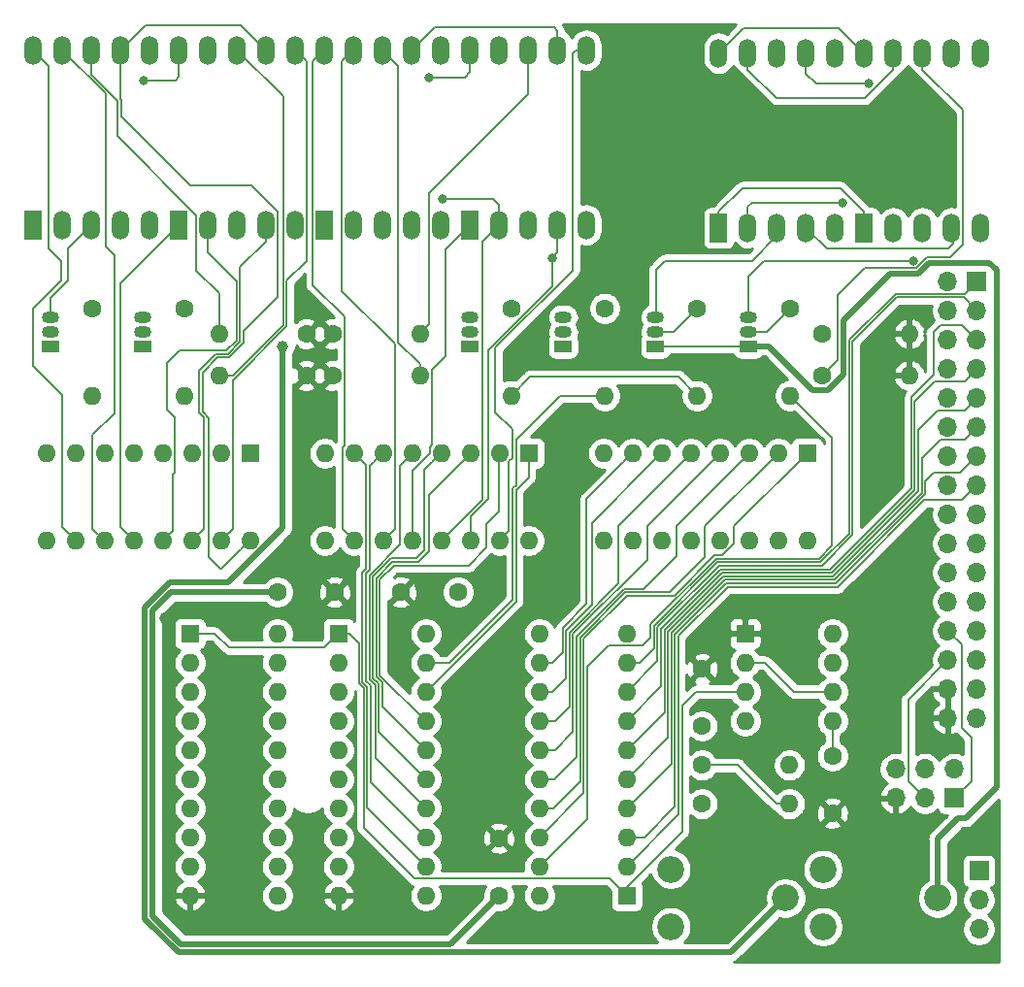
<source format=gbl>
G04 #@! TF.GenerationSoftware,KiCad,Pcbnew,(5.1.9)-1*
G04 #@! TF.CreationDate,2022-12-05T11:19:59+00:00*
G04 #@! TF.ProjectId,AT_HEX,41545f48-4558-42e6-9b69-6361645f7063,rev?*
G04 #@! TF.SameCoordinates,Original*
G04 #@! TF.FileFunction,Copper,L2,Bot*
G04 #@! TF.FilePolarity,Positive*
%FSLAX46Y46*%
G04 Gerber Fmt 4.6, Leading zero omitted, Abs format (unit mm)*
G04 Created by KiCad (PCBNEW (5.1.9)-1) date 2022-12-05 11:19:59*
%MOMM*%
%LPD*%
G01*
G04 APERTURE LIST*
G04 #@! TA.AperFunction,ComponentPad*
%ADD10C,1.600000*%
G04 #@! TD*
G04 #@! TA.AperFunction,ComponentPad*
%ADD11O,1.524000X2.524000*%
G04 #@! TD*
G04 #@! TA.AperFunction,ComponentPad*
%ADD12R,1.524000X2.524000*%
G04 #@! TD*
G04 #@! TA.AperFunction,ComponentPad*
%ADD13R,1.500000X1.050000*%
G04 #@! TD*
G04 #@! TA.AperFunction,ComponentPad*
%ADD14O,1.500000X1.050000*%
G04 #@! TD*
G04 #@! TA.AperFunction,ComponentPad*
%ADD15O,1.600000X1.600000*%
G04 #@! TD*
G04 #@! TA.AperFunction,ComponentPad*
%ADD16R,1.600000X1.600000*%
G04 #@! TD*
G04 #@! TA.AperFunction,ComponentPad*
%ADD17C,2.340000*%
G04 #@! TD*
G04 #@! TA.AperFunction,ComponentPad*
%ADD18R,1.700000X1.700000*%
G04 #@! TD*
G04 #@! TA.AperFunction,ComponentPad*
%ADD19O,1.700000X1.700000*%
G04 #@! TD*
G04 #@! TA.AperFunction,ViaPad*
%ADD20C,1.000000*%
G04 #@! TD*
G04 #@! TA.AperFunction,ViaPad*
%ADD21C,0.800000*%
G04 #@! TD*
G04 #@! TA.AperFunction,Conductor*
%ADD22C,0.152400*%
G04 #@! TD*
G04 #@! TA.AperFunction,Conductor*
%ADD23C,0.508000*%
G04 #@! TD*
G04 #@! TA.AperFunction,Conductor*
%ADD24C,0.254000*%
G04 #@! TD*
G04 #@! TA.AperFunction,Conductor*
%ADD25C,0.100000*%
G04 #@! TD*
G04 APERTURE END LIST*
D10*
X169015000Y-87050000D03*
X174015000Y-87050000D03*
X158242000Y-87050000D03*
X163242000Y-87050000D03*
X177565000Y-108525000D03*
X177565000Y-113525000D03*
D11*
X209438000Y-40042000D03*
X211978000Y-40042000D03*
X214518000Y-40042000D03*
X217058000Y-40042000D03*
X219598000Y-40042000D03*
X219598000Y-55282000D03*
X217058000Y-55282000D03*
X214518000Y-55282000D03*
X211978000Y-55282000D03*
D12*
X209438000Y-55282000D03*
D10*
X195290000Y-98750000D03*
X195290000Y-93750000D03*
D13*
X175006000Y-65620000D03*
D14*
X175006000Y-63080000D03*
X175006000Y-64350000D03*
X183166000Y-64350000D03*
X183166000Y-63080000D03*
D13*
X183166000Y-65620000D03*
D15*
X202910000Y-105525000D03*
D10*
X195290000Y-105525000D03*
X195290000Y-102150000D03*
D15*
X202910000Y-102150000D03*
D10*
X186806000Y-62290000D03*
D15*
X186806000Y-69910000D03*
X153162000Y-64520000D03*
D10*
X160782000Y-64520000D03*
D16*
X188722000Y-113538000D03*
D15*
X181102000Y-90678000D03*
X188722000Y-110998000D03*
X181102000Y-93218000D03*
X188722000Y-108458000D03*
X181102000Y-95758000D03*
X188722000Y-105918000D03*
X181102000Y-98298000D03*
X188722000Y-103378000D03*
X181102000Y-100838000D03*
X188722000Y-100838000D03*
X181102000Y-103378000D03*
X188722000Y-98298000D03*
X181102000Y-105918000D03*
X188722000Y-95758000D03*
X181102000Y-108458000D03*
X188722000Y-93218000D03*
X181102000Y-110998000D03*
X188722000Y-90678000D03*
X181102000Y-113538000D03*
D16*
X199040000Y-90678000D03*
D15*
X206660000Y-98298000D03*
X199040000Y-93218000D03*
X206660000Y-95758000D03*
X199040000Y-95758000D03*
X206660000Y-93218000D03*
X199040000Y-98298000D03*
X206660000Y-90678000D03*
D13*
X138424000Y-65620000D03*
D14*
X138424000Y-63080000D03*
X138424000Y-64350000D03*
X146529333Y-64350000D03*
X146529333Y-63080000D03*
D13*
X146529333Y-65620000D03*
D14*
X191210666Y-64350000D03*
X191210666Y-63080000D03*
D13*
X191210666Y-65620000D03*
X199316000Y-65620000D03*
D14*
X199316000Y-63080000D03*
X199316000Y-64350000D03*
D10*
X160782000Y-68160000D03*
D15*
X153162000Y-68160000D03*
D10*
X142064000Y-62290000D03*
D15*
X142064000Y-69910000D03*
X150169333Y-69910000D03*
D10*
X150169333Y-62290000D03*
D15*
X213360000Y-64520000D03*
D10*
X205740000Y-64520000D03*
D16*
X204470000Y-74930000D03*
D15*
X186690000Y-82550000D03*
X201930000Y-74930000D03*
X189230000Y-82550000D03*
X199390000Y-74930000D03*
X191770000Y-82550000D03*
X196850000Y-74930000D03*
X194310000Y-82550000D03*
X194310000Y-74930000D03*
X196850000Y-82550000D03*
X191770000Y-74930000D03*
X199390000Y-82550000D03*
X189230000Y-74930000D03*
X201930000Y-82550000D03*
X186690000Y-74930000D03*
X204470000Y-82550000D03*
X180167000Y-82550000D03*
X162387000Y-74930000D03*
X177627000Y-82550000D03*
X164927000Y-74930000D03*
X175087000Y-82550000D03*
X167467000Y-74930000D03*
X172547000Y-82550000D03*
X170007000Y-74930000D03*
X170007000Y-82550000D03*
X172547000Y-74930000D03*
X167467000Y-82550000D03*
X175087000Y-74930000D03*
X164927000Y-82550000D03*
X177627000Y-74930000D03*
X162387000Y-82550000D03*
D16*
X180167000Y-74930000D03*
D15*
X170688000Y-68160000D03*
D10*
X163068000Y-68160000D03*
D15*
X170688000Y-64520000D03*
D10*
X163068000Y-64520000D03*
D15*
X178646000Y-69910000D03*
D10*
X178646000Y-62290000D03*
X205740000Y-68160000D03*
D15*
X213360000Y-68160000D03*
D10*
X194850666Y-62290000D03*
D15*
X194850666Y-69910000D03*
D10*
X202956000Y-62290000D03*
D15*
X202956000Y-69910000D03*
D16*
X155864000Y-74930000D03*
D15*
X138084000Y-82550000D03*
X153324000Y-74930000D03*
X140624000Y-82550000D03*
X150784000Y-74930000D03*
X143164000Y-82550000D03*
X148244000Y-74930000D03*
X145704000Y-82550000D03*
X145704000Y-74930000D03*
X148244000Y-82550000D03*
X143164000Y-74930000D03*
X150784000Y-82550000D03*
X140624000Y-74930000D03*
X153324000Y-82550000D03*
X138084000Y-74930000D03*
X155864000Y-82550000D03*
D16*
X163576000Y-90678000D03*
D15*
X171196000Y-113538000D03*
X163576000Y-93218000D03*
X171196000Y-110998000D03*
X163576000Y-95758000D03*
X171196000Y-108458000D03*
X163576000Y-98298000D03*
X171196000Y-105918000D03*
X163576000Y-100838000D03*
X171196000Y-103378000D03*
X163576000Y-103378000D03*
X171196000Y-100838000D03*
X163576000Y-105918000D03*
X171196000Y-98298000D03*
X163576000Y-108458000D03*
X171196000Y-95758000D03*
X163576000Y-110998000D03*
X171196000Y-93218000D03*
X163576000Y-113538000D03*
X171196000Y-90678000D03*
X158242000Y-90678000D03*
X150622000Y-113538000D03*
X158242000Y-93218000D03*
X150622000Y-110998000D03*
X158242000Y-95758000D03*
X150622000Y-108458000D03*
X158242000Y-98298000D03*
X150622000Y-105918000D03*
X158242000Y-100838000D03*
X150622000Y-103378000D03*
X158242000Y-103378000D03*
X150622000Y-100838000D03*
X158242000Y-105918000D03*
X150622000Y-98298000D03*
X158242000Y-108458000D03*
X150622000Y-95758000D03*
X158242000Y-110998000D03*
X150622000Y-93218000D03*
X158242000Y-113538000D03*
D16*
X150622000Y-90678000D03*
D12*
X136940000Y-55028000D03*
D11*
X139480000Y-55028000D03*
X142020000Y-55028000D03*
X144560000Y-55028000D03*
X147100000Y-55028000D03*
X147100000Y-39788000D03*
X144560000Y-39788000D03*
X142020000Y-39788000D03*
X139480000Y-39788000D03*
X136940000Y-39788000D03*
X149640000Y-39788000D03*
X152180000Y-39788000D03*
X154720000Y-39788000D03*
X157260000Y-39788000D03*
X159800000Y-39788000D03*
X159800000Y-55028000D03*
X157260000Y-55028000D03*
X154720000Y-55028000D03*
X152180000Y-55028000D03*
D12*
X149640000Y-55028000D03*
X162340000Y-55028000D03*
D11*
X164880000Y-55028000D03*
X167420000Y-55028000D03*
X169960000Y-55028000D03*
X172500000Y-55028000D03*
X172500000Y-39788000D03*
X169960000Y-39788000D03*
X167420000Y-39788000D03*
X164880000Y-39788000D03*
X162340000Y-39788000D03*
X175040000Y-39788000D03*
X177580000Y-39788000D03*
X180120000Y-39788000D03*
X182660000Y-39788000D03*
X185200000Y-39788000D03*
X185200000Y-55028000D03*
X182660000Y-55028000D03*
X180120000Y-55028000D03*
X177580000Y-55028000D03*
D12*
X175040000Y-55028000D03*
X196738000Y-55282000D03*
D11*
X199278000Y-55282000D03*
X201818000Y-55282000D03*
X204358000Y-55282000D03*
X206898000Y-55282000D03*
X206898000Y-40042000D03*
X204358000Y-40042000D03*
X201818000Y-40042000D03*
X199278000Y-40042000D03*
X196738000Y-40042000D03*
D10*
X206660000Y-101350000D03*
X206660000Y-106350000D03*
D17*
X192565000Y-116250000D03*
X202565000Y-113750000D03*
X192565000Y-111250000D03*
X205840000Y-111250000D03*
X215840000Y-113750000D03*
X205840000Y-116250000D03*
D18*
X219260000Y-59950000D03*
D19*
X216720000Y-59950000D03*
X219260000Y-62490000D03*
X216720000Y-62490000D03*
X219260000Y-65030000D03*
X216720000Y-65030000D03*
X219260000Y-67570000D03*
X216720000Y-67570000D03*
X219260000Y-70110000D03*
X216720000Y-70110000D03*
X219260000Y-72650000D03*
X216720000Y-72650000D03*
X219260000Y-75190000D03*
X216720000Y-75190000D03*
X219260000Y-77730000D03*
X216720000Y-77730000D03*
X219260000Y-80270000D03*
X216720000Y-80270000D03*
X219260000Y-82810000D03*
X216720000Y-82810000D03*
X219260000Y-85350000D03*
X216720000Y-85350000D03*
X219260000Y-87890000D03*
X216720000Y-87890000D03*
X219260000Y-90430000D03*
X216720000Y-90430000D03*
X219260000Y-92970000D03*
X216720000Y-92970000D03*
X219260000Y-95510000D03*
X216720000Y-95510000D03*
X219260000Y-98050000D03*
X216720000Y-98050000D03*
D18*
X217265000Y-105025000D03*
D19*
X217265000Y-102485000D03*
X214725000Y-105025000D03*
X214725000Y-102485000D03*
X212185000Y-105025000D03*
X212185000Y-102485000D03*
X219440000Y-116455000D03*
X219440000Y-113915000D03*
D18*
X219440000Y-111375000D03*
D20*
X148415000Y-89325000D03*
X210140000Y-78925000D03*
X212715000Y-82850000D03*
D21*
X213718553Y-58149944D03*
X207518000Y-53086000D03*
X209804000Y-42672000D03*
X182198610Y-57882789D03*
X172630000Y-52750000D03*
X171466000Y-42164000D03*
X146558000Y-42418000D03*
D20*
X158720000Y-65620000D03*
D22*
X199040000Y-93218000D02*
X200808000Y-93218000D01*
X203348000Y-95758000D02*
X206660000Y-95758000D01*
X200808000Y-93218000D02*
X203348000Y-95758000D01*
D23*
X161642000Y-88650000D02*
X163242000Y-87050000D01*
X157110630Y-87050000D02*
X158242000Y-87050000D01*
X148965000Y-87050000D02*
X157110630Y-87050000D01*
X147365000Y-115300000D02*
X147365000Y-88650000D01*
X147365000Y-88650000D02*
X148965000Y-87050000D01*
X177565000Y-113525000D02*
X173340000Y-117750000D01*
X149815000Y-117750000D02*
X147365000Y-115300000D01*
X173340000Y-117750000D02*
X149815000Y-117750000D01*
D22*
X202910000Y-105525000D02*
X201765000Y-105525000D01*
X198390000Y-102150000D02*
X195340000Y-102150000D01*
X201765000Y-105525000D02*
X198390000Y-102150000D01*
X141652601Y-70321399D02*
X142064000Y-69910000D01*
X178646000Y-69910000D02*
X180286000Y-68270000D01*
X193210666Y-68270000D02*
X194850666Y-69910000D01*
X180286000Y-68270000D02*
X193210666Y-68270000D01*
X162354000Y-91900000D02*
X163576000Y-90678000D01*
X153994000Y-91900000D02*
X162354000Y-91900000D01*
X152772000Y-90678000D02*
X153994000Y-91900000D01*
X150622000Y-90678000D02*
X152772000Y-90678000D01*
X165361134Y-95049536D02*
X165760378Y-95448780D01*
X170191601Y-112026601D02*
X187210601Y-112026601D01*
X165760379Y-107595379D02*
X170191601Y-112026601D01*
X163576000Y-90678000D02*
X164528400Y-90678000D01*
X165760378Y-95448780D02*
X165760379Y-107595379D01*
X165361134Y-91510734D02*
X165361134Y-95049536D01*
X164528400Y-90678000D02*
X165361134Y-91510734D01*
X187210601Y-112026601D02*
X188722000Y-113538000D01*
X194782000Y-95758000D02*
X199040000Y-95758000D01*
X193544810Y-96995190D02*
X194782000Y-95758000D01*
X193544810Y-107945190D02*
X193544810Y-96995190D01*
X188722000Y-112768000D02*
X193544810Y-107945190D01*
X188722000Y-113538000D02*
X188722000Y-112768000D01*
X139954000Y-57094000D02*
X142020000Y-55028000D01*
X139954000Y-59872600D02*
X139954000Y-57094000D01*
X138424000Y-61402600D02*
X139954000Y-59872600D01*
X138424000Y-63080000D02*
X138424000Y-61402600D01*
X192790666Y-64350000D02*
X194850666Y-62290000D01*
X191210666Y-64350000D02*
X192790666Y-64350000D01*
X201818000Y-55992000D02*
X201818000Y-55282000D01*
X199644000Y-58166000D02*
X201818000Y-55992000D01*
X192024000Y-58166000D02*
X199644000Y-58166000D01*
X191262000Y-58928000D02*
X192024000Y-58166000D01*
X191262000Y-63028666D02*
X191262000Y-58928000D01*
X191210666Y-63080000D02*
X191262000Y-63028666D01*
X199316000Y-63080000D02*
X199316000Y-59510000D01*
X200676056Y-58149944D02*
X213718553Y-58149944D01*
X199316000Y-59510000D02*
X200676056Y-58149944D01*
X199316000Y-64350000D02*
X200318000Y-64350000D01*
X200896000Y-64350000D02*
X200318000Y-64350000D01*
X202956000Y-62290000D02*
X200896000Y-64350000D01*
X154344000Y-68160000D02*
X153162000Y-68160000D01*
X158750000Y-63754000D02*
X154344000Y-68160000D01*
X158750000Y-43818000D02*
X158750000Y-63754000D01*
X154720000Y-39788000D02*
X158750000Y-43818000D01*
X192859398Y-87376000D02*
X196390208Y-83845189D01*
X198090000Y-81310000D02*
X204470000Y-74930000D01*
X198090000Y-82795398D02*
X198090000Y-81310000D01*
X197040209Y-83845189D02*
X198090000Y-82795398D01*
X196390208Y-83845189D02*
X197040209Y-83845189D01*
X188739000Y-87376000D02*
X192859398Y-87376000D01*
X184962811Y-91152189D02*
X188739000Y-87376000D01*
X184962811Y-104597189D02*
X184962811Y-91152189D01*
X181102000Y-108458000D02*
X184962811Y-104597189D01*
X184658000Y-103532000D02*
X182272000Y-105918000D01*
X188612744Y-87071189D02*
X184658000Y-91025933D01*
X182272000Y-105918000D02*
X181102000Y-105918000D01*
X184658000Y-91025933D02*
X184658000Y-103532000D01*
X192443811Y-87071189D02*
X188612744Y-87071189D01*
X195540000Y-83975000D02*
X192443811Y-87071189D01*
X195540000Y-81320000D02*
X195540000Y-83975000D01*
X201930000Y-74930000D02*
X195540000Y-81320000D01*
X196738000Y-40042000D02*
X198934000Y-37846000D01*
X207242000Y-37846000D02*
X209438000Y-40042000D01*
X198934000Y-37846000D02*
X207242000Y-37846000D01*
X193040000Y-81280000D02*
X199390000Y-74930000D01*
X193040000Y-83950000D02*
X193040000Y-81280000D01*
X190223622Y-86766378D02*
X193040000Y-83950000D01*
X188486488Y-86766378D02*
X190223622Y-86766378D01*
X184334244Y-90918622D02*
X188486488Y-86766378D01*
X184334244Y-101405756D02*
X184334244Y-90918622D01*
X182362000Y-103378000D02*
X184334244Y-101405756D01*
X181102000Y-103378000D02*
X182362000Y-103378000D01*
X211978000Y-41456400D02*
X211978000Y-40042000D01*
X201763600Y-43942000D02*
X209492400Y-43942000D01*
X209492400Y-43942000D02*
X211978000Y-41456400D01*
X199278000Y-41456400D02*
X201763600Y-43942000D01*
X199278000Y-40042000D02*
X199278000Y-41456400D01*
X190515000Y-81265000D02*
X196850000Y-74930000D01*
X190515000Y-84225000D02*
X190515000Y-81265000D01*
X184029433Y-90710567D02*
X190515000Y-84225000D01*
X184029433Y-99260567D02*
X184029433Y-90710567D01*
X182452000Y-100838000D02*
X184029433Y-99260567D01*
X181102000Y-100838000D02*
X182452000Y-100838000D01*
X209438000Y-53867600D02*
X209438000Y-55282000D01*
X207386400Y-51816000D02*
X209438000Y-53867600D01*
X198789600Y-51816000D02*
X207386400Y-51816000D01*
X196738000Y-53867600D02*
X198789600Y-51816000D01*
X196738000Y-55282000D02*
X196738000Y-53867600D01*
X187965000Y-86325000D02*
X187965000Y-81275000D01*
X183724622Y-90565378D02*
X187965000Y-86325000D01*
X187965000Y-81275000D02*
X194310000Y-74930000D01*
X183724622Y-97040378D02*
X183724622Y-90565378D01*
X182467000Y-98298000D02*
X183724622Y-97040378D01*
X181102000Y-98298000D02*
X182467000Y-98298000D01*
X199644000Y-53086000D02*
X207518000Y-53086000D01*
X199278000Y-53452000D02*
X199644000Y-53086000D01*
X199278000Y-55282000D02*
X199278000Y-53452000D01*
X207518000Y-53086000D02*
X207518000Y-53086000D01*
X190970001Y-75729999D02*
X191770000Y-74930000D01*
X185661399Y-81038601D02*
X190970001Y-75729999D01*
X185661399Y-88178601D02*
X185661399Y-81038601D01*
X183419811Y-94595189D02*
X183419811Y-90420189D01*
X182257000Y-95758000D02*
X183419811Y-94595189D01*
X183419811Y-90420189D02*
X185661399Y-88178601D01*
X181102000Y-95758000D02*
X182257000Y-95758000D01*
X217170000Y-55394000D02*
X217058000Y-55282000D01*
X217170000Y-56642000D02*
X217170000Y-55394000D01*
X216734590Y-57077410D02*
X217170000Y-56642000D01*
X206153410Y-57077410D02*
X216734590Y-57077410D01*
X204358000Y-55282000D02*
X206153410Y-57077410D01*
X185215000Y-88100000D02*
X185215000Y-78945000D01*
X183115000Y-90200000D02*
X185215000Y-88100000D01*
X188430001Y-75729999D02*
X189230000Y-74930000D01*
X185215000Y-78945000D02*
X188430001Y-75729999D01*
X183115000Y-92325000D02*
X183115000Y-90200000D01*
X182222000Y-93218000D02*
X183115000Y-92325000D01*
X181102000Y-93218000D02*
X182222000Y-93218000D01*
X205232000Y-42672000D02*
X209804000Y-42672000D01*
X204358000Y-41798000D02*
X205232000Y-42672000D01*
X209804000Y-42672000D02*
X209804000Y-42672000D01*
X204358000Y-40042000D02*
X204358000Y-41798000D01*
X166065189Y-105867189D02*
X170396001Y-110198001D01*
X165965945Y-75968945D02*
X165965945Y-85018721D01*
X166065189Y-95322524D02*
X166065189Y-105867189D01*
X165665945Y-94923280D02*
X166065189Y-95322524D01*
X164927000Y-74930000D02*
X165965945Y-75968945D01*
X165665945Y-85318720D02*
X165665945Y-94923280D01*
X165965945Y-85018721D02*
X165665945Y-85318720D01*
X170396001Y-110198001D02*
X171196000Y-110998000D01*
X171196000Y-108458000D02*
X166370000Y-103632000D01*
X166345756Y-85069977D02*
X166345756Y-76051244D01*
X166370000Y-103632000D02*
X166370000Y-95196268D01*
X165970756Y-94797024D02*
X165970756Y-85444976D01*
X166345756Y-76051244D02*
X166667001Y-75729999D01*
X165970756Y-85444976D02*
X166345756Y-85069977D01*
X166370000Y-95196268D02*
X165970756Y-94797024D01*
X166667001Y-75729999D02*
X167467000Y-74930000D01*
X166275567Y-85571232D02*
X166275567Y-94670768D01*
X168915000Y-82931799D02*
X166275567Y-85571232D01*
X168915000Y-76022000D02*
X168915000Y-82931799D01*
X166275567Y-94670768D02*
X166776378Y-95171579D01*
X166776378Y-101498378D02*
X170396001Y-105118001D01*
X170396001Y-105118001D02*
X171196000Y-105918000D01*
X170007000Y-74930000D02*
X168915000Y-76022000D01*
X166776378Y-95171579D02*
X166776378Y-101498378D01*
X171747001Y-75729999D02*
X172547000Y-74930000D01*
X171090000Y-76387000D02*
X171747001Y-75729999D01*
X171090000Y-83418934D02*
X171090000Y-76387000D01*
X170393556Y-84115378D02*
X171090000Y-83418934D01*
X168162488Y-84115378D02*
X170393556Y-84115378D01*
X166580378Y-85697488D02*
X168162488Y-84115378D01*
X166580378Y-94544512D02*
X166580378Y-85697488D01*
X167081189Y-95045323D02*
X166580378Y-94544512D01*
X167081189Y-99263189D02*
X167081189Y-95045323D01*
X171196000Y-103378000D02*
X167081189Y-99263189D01*
X171465000Y-78552000D02*
X175087000Y-74930000D01*
X168288744Y-84420189D02*
X170519811Y-84420189D01*
X166885189Y-85823744D02*
X168288744Y-84420189D01*
X167410189Y-94943256D02*
X166885189Y-94418256D01*
X166885189Y-94418256D02*
X166885189Y-85823744D01*
X167410189Y-97052189D02*
X167410189Y-94943256D01*
X171465000Y-83475000D02*
X171465000Y-78552000D01*
X170519811Y-84420189D02*
X171465000Y-83475000D01*
X171196000Y-100838000D02*
X167410189Y-97052189D01*
X167190000Y-94292000D02*
X171196000Y-98298000D01*
X177580000Y-74977000D02*
X177580000Y-80020000D01*
X177627000Y-74930000D02*
X177580000Y-74977000D01*
X177580000Y-80020000D02*
X176480000Y-81120000D01*
X176480000Y-81120000D02*
X176480000Y-81880000D01*
X176480000Y-81880000D02*
X176490000Y-81890000D01*
X168415000Y-84725000D02*
X167190000Y-85950000D01*
X176490000Y-81890000D02*
X176490000Y-83152128D01*
X174917128Y-84725000D02*
X168415000Y-84725000D01*
X176490000Y-83152128D02*
X174917128Y-84725000D01*
X167190000Y-85950000D02*
X167190000Y-94292000D01*
X180167000Y-77043000D02*
X180167000Y-74930000D01*
X179060000Y-87894000D02*
X179060000Y-78150000D01*
X171196000Y-95758000D02*
X179060000Y-87894000D01*
X179060000Y-78150000D02*
X180167000Y-77043000D01*
X214670334Y-79025000D02*
X217965000Y-79025000D01*
X217965000Y-79025000D02*
X219260000Y-77730000D01*
X197526512Y-86588488D02*
X207106847Y-86588488D01*
X193240000Y-106480000D02*
X193240000Y-90875000D01*
X193240000Y-90875000D02*
X197526512Y-86588488D01*
X207106847Y-86588488D02*
X214670334Y-79025000D01*
X188722000Y-110998000D02*
X193240000Y-106480000D01*
X190232000Y-108458000D02*
X189853370Y-108458000D01*
X192935189Y-105754811D02*
X190232000Y-108458000D01*
X192935189Y-90748744D02*
X192935189Y-105754811D01*
X197400256Y-86283677D02*
X192935189Y-90748744D01*
X214759244Y-78505024D02*
X206980591Y-86283677D01*
X214759244Y-77430756D02*
X214759244Y-78505024D01*
X215538601Y-76651399D02*
X214759244Y-77430756D01*
X189853370Y-108458000D02*
X188722000Y-108458000D01*
X217798601Y-76651399D02*
X215538601Y-76651399D01*
X206980591Y-86283677D02*
X197400256Y-86283677D01*
X219260000Y-75190000D02*
X217798601Y-76651399D01*
X218181399Y-73728601D02*
X219260000Y-72650000D01*
X214454433Y-78378768D02*
X214454433Y-75335567D01*
X192630378Y-102009622D02*
X192630378Y-90622488D01*
X216061399Y-73728601D02*
X218181399Y-73728601D01*
X214454433Y-75335567D02*
X216061399Y-73728601D01*
X206854335Y-85978866D02*
X214454433Y-78378768D01*
X192630378Y-90622488D02*
X197274000Y-85978866D01*
X188722000Y-105918000D02*
X192630378Y-102009622D01*
X197274000Y-85978866D02*
X206854335Y-85978866D01*
X192325567Y-99774433D02*
X188722000Y-103378000D01*
X197147744Y-85674055D02*
X192325567Y-90496232D01*
X206728079Y-85674055D02*
X197147744Y-85674055D01*
X192325567Y-90496232D02*
X192325567Y-99774433D01*
X214149622Y-78252512D02*
X206728079Y-85674055D01*
X215851399Y-71188601D02*
X214149622Y-72890378D01*
X218181399Y-71188601D02*
X215851399Y-71188601D01*
X214149622Y-72890378D02*
X214149622Y-78252512D01*
X219260000Y-70110000D02*
X218181399Y-71188601D01*
X206601823Y-85369244D02*
X213844811Y-78126256D01*
X218181399Y-68648601D02*
X219260000Y-67570000D01*
X192020756Y-97539244D02*
X192020756Y-90369976D01*
X213844811Y-78126256D02*
X213844811Y-70426255D01*
X197021488Y-85369244D02*
X206601823Y-85369244D01*
X215622465Y-68648601D02*
X218181399Y-68648601D01*
X188722000Y-100838000D02*
X192020756Y-97539244D01*
X213844811Y-70426255D02*
X215622465Y-68648601D01*
X192020756Y-90369976D02*
X197021488Y-85369244D01*
X191715945Y-95304055D02*
X188722000Y-98298000D01*
X191715945Y-90243720D02*
X191715945Y-95304055D01*
X196895232Y-85064433D02*
X191715945Y-90243720D01*
X206475567Y-85064433D02*
X196895232Y-85064433D01*
X213540000Y-78000000D02*
X206475567Y-85064433D01*
X213540000Y-70025000D02*
X213540000Y-78000000D01*
X215465000Y-64350000D02*
X215465000Y-68100000D01*
X216065000Y-63750000D02*
X215465000Y-64350000D01*
X217980000Y-63750000D02*
X216065000Y-63750000D01*
X215465000Y-68100000D02*
X213540000Y-70025000D01*
X219260000Y-65030000D02*
X217980000Y-63750000D01*
X218103412Y-61333412D02*
X219260000Y-62490000D01*
X212281588Y-61333412D02*
X218103412Y-61333412D01*
X208415000Y-65200000D02*
X212281588Y-61333412D01*
X188722000Y-95758000D02*
X191411134Y-93068866D01*
X191411134Y-93068866D02*
X191411134Y-90117464D01*
X191411134Y-90117464D02*
X196768976Y-84759622D01*
X196768976Y-84759622D02*
X205742512Y-84759622D01*
X205742512Y-84759622D02*
X208415000Y-82087134D01*
X208415000Y-82087134D02*
X208415000Y-65200000D01*
X196642720Y-84454811D02*
X191106323Y-89991208D01*
X205616256Y-84454811D02*
X196642720Y-84454811D01*
X219260000Y-59950000D02*
X218181399Y-61028601D01*
X208110189Y-81960878D02*
X205616256Y-84454811D01*
X189853370Y-93218000D02*
X188722000Y-93218000D01*
X218181399Y-61028601D02*
X212155332Y-61028601D01*
X208110189Y-65073744D02*
X208110189Y-81960878D01*
X212155332Y-61028601D02*
X208110189Y-65073744D01*
X191106323Y-91965047D02*
X189853370Y-93218000D01*
X191106323Y-89991208D02*
X191106323Y-91965047D01*
X168800000Y-65272000D02*
X170688000Y-67160000D01*
X168800000Y-41168000D02*
X168800000Y-65272000D01*
X167420000Y-39788000D02*
X168800000Y-41168000D01*
X170688000Y-67160000D02*
X170688000Y-68160000D01*
X180120000Y-43654000D02*
X180120000Y-39788000D01*
X171487999Y-52286001D02*
X180120000Y-43654000D01*
X171487999Y-63720001D02*
X171487999Y-52286001D01*
X170688000Y-64520000D02*
X171487999Y-63720001D01*
X153162000Y-61010337D02*
X153162000Y-64520000D01*
X151189390Y-54161390D02*
X151189390Y-59037727D01*
X144322811Y-47294811D02*
X151189390Y-54161390D01*
X151189390Y-59037727D02*
X153162000Y-61010337D01*
X144322811Y-44199744D02*
X144322811Y-47294811D01*
X142020000Y-41896934D02*
X144322811Y-44199744D01*
X142020000Y-39788000D02*
X142020000Y-41896934D01*
X207107389Y-61157611D02*
X207107389Y-66792611D01*
X213962884Y-58794602D02*
X209470398Y-58794602D01*
X214890096Y-57867389D02*
X213962884Y-58794602D01*
X214518000Y-41456400D02*
X218048610Y-44987010D01*
X216932325Y-57867389D02*
X214890096Y-57867389D01*
X218048610Y-56751104D02*
X216932325Y-57867389D01*
X209470398Y-58794602D02*
X207107389Y-61157611D01*
X207107389Y-66792611D02*
X205740000Y-68160000D01*
X218048610Y-44987010D02*
X218048610Y-56751104D01*
X214518000Y-40042000D02*
X214518000Y-41456400D01*
X169960000Y-39788000D02*
X171968000Y-37780000D01*
X171968000Y-37780000D02*
X182370000Y-37780000D01*
X182660000Y-38070000D02*
X182660000Y-39788000D01*
X182370000Y-37780000D02*
X182660000Y-38070000D01*
X184285600Y-39788000D02*
X185200000Y-39788000D01*
X184020000Y-40053600D02*
X184285600Y-39788000D01*
X177270000Y-71360000D02*
X177270000Y-65751066D01*
X184020000Y-59001066D02*
X184020000Y-40053600D01*
X178755190Y-72845190D02*
X177270000Y-71360000D01*
X178755190Y-75324140D02*
X178755190Y-72845190D01*
X178426999Y-75652331D02*
X178755190Y-75324140D01*
X177627000Y-82550000D02*
X178426999Y-81750001D01*
X178426999Y-81750001D02*
X178426999Y-75652331D01*
X177270000Y-65751066D02*
X184020000Y-59001066D01*
X182660000Y-55028000D02*
X182660000Y-57421399D01*
X182660000Y-57421399D02*
X182198610Y-57882789D01*
X182198610Y-60391390D02*
X182198610Y-57882789D01*
X176598399Y-65991601D02*
X182198610Y-60391390D01*
X175087000Y-82550000D02*
X175087000Y-80441066D01*
X175087000Y-80441066D02*
X176598399Y-78929667D01*
X176598399Y-78929667D02*
X176598399Y-65991601D01*
X176115601Y-56492399D02*
X177580000Y-55028000D01*
X176115601Y-78981399D02*
X176115601Y-56492399D01*
X172547000Y-82550000D02*
X176115601Y-78981399D01*
X172630000Y-52750000D02*
X177090000Y-52750000D01*
X177580000Y-53240000D02*
X177580000Y-55028000D01*
X177090000Y-52750000D02*
X177580000Y-53240000D01*
X171740000Y-67630330D02*
X172920000Y-66450330D01*
X171740000Y-74214670D02*
X171740000Y-67630330D01*
X171518399Y-74436271D02*
X171740000Y-74214670D01*
X171518399Y-74940931D02*
X171518399Y-74436271D01*
X172920000Y-57148000D02*
X175040000Y-55028000D01*
X170007000Y-76452330D02*
X171518399Y-74940931D01*
X172920000Y-66450330D02*
X172920000Y-57148000D01*
X170007000Y-82550000D02*
X170007000Y-76452330D01*
X163889390Y-40778610D02*
X164880000Y-39788000D01*
X163889390Y-60792456D02*
X163889390Y-40778610D01*
X168495601Y-65398667D02*
X163889390Y-60792456D01*
X168495601Y-81521399D02*
X168495601Y-65398667D01*
X167467000Y-82550000D02*
X168495601Y-81521399D01*
X171466000Y-42164000D02*
X174566000Y-42164000D01*
X175040000Y-41690000D02*
X175040000Y-39788000D01*
X174566000Y-42164000D02*
X175040000Y-41690000D01*
X163898399Y-74436271D02*
X163898399Y-81521399D01*
X164096601Y-74238069D02*
X163898399Y-74436271D01*
X164096601Y-63026271D02*
X164096601Y-74238069D01*
X161349399Y-60279069D02*
X164096601Y-63026271D01*
X161349399Y-40778601D02*
X161349399Y-60279069D01*
X163898399Y-81521399D02*
X164927000Y-82550000D01*
X162340000Y-39788000D02*
X161349399Y-40778601D01*
X146558000Y-42418000D02*
X149352000Y-42418000D01*
X149640000Y-42130000D02*
X149640000Y-39788000D01*
X149352000Y-42418000D02*
X149640000Y-42130000D01*
X139446000Y-81372000D02*
X140624000Y-82550000D01*
X139446000Y-69850000D02*
X139446000Y-81372000D01*
X136906000Y-67310000D02*
X139446000Y-69850000D01*
X136906000Y-62359000D02*
X136906000Y-67310000D01*
X139390000Y-59875000D02*
X136906000Y-62359000D01*
X139390000Y-58175000D02*
X139390000Y-59875000D01*
X138290000Y-57075000D02*
X139390000Y-58175000D01*
X138290000Y-41138000D02*
X138290000Y-57075000D01*
X136940000Y-39788000D02*
X138290000Y-41138000D01*
X142135399Y-81521399D02*
X143164000Y-82550000D01*
X142135399Y-73354601D02*
X142135399Y-81521399D01*
X144018000Y-71472000D02*
X142135399Y-73354601D01*
X144018000Y-57658000D02*
X144018000Y-71472000D01*
X143256000Y-56896000D02*
X144018000Y-57658000D01*
X143256000Y-43564000D02*
X143256000Y-56896000D01*
X139480000Y-39788000D02*
X143256000Y-43564000D01*
X144526000Y-60142000D02*
X149640000Y-55028000D01*
X144526000Y-81372000D02*
X144526000Y-60142000D01*
X145704000Y-82550000D02*
X144526000Y-81372000D01*
X149098000Y-76778330D02*
X149098000Y-81696000D01*
X149272601Y-76603729D02*
X149098000Y-76778330D01*
X148590000Y-71120000D02*
X149272601Y-71802601D01*
X149676000Y-65970000D02*
X148590000Y-67056000D01*
X153795000Y-65970000D02*
X149676000Y-65970000D01*
X154686000Y-65079000D02*
X153795000Y-65970000D01*
X154686000Y-59944000D02*
X154686000Y-65079000D01*
X152180000Y-57438000D02*
X154686000Y-59944000D01*
X152180000Y-55028000D02*
X152180000Y-57438000D01*
X149272601Y-71802601D02*
X149272601Y-76603729D01*
X148590000Y-67056000D02*
X148590000Y-71120000D01*
X149098000Y-81696000D02*
X148244000Y-82550000D01*
X151384000Y-67741068D02*
X152850257Y-66274811D01*
X153921256Y-66274811D02*
X154990811Y-65205256D01*
X151812601Y-71802601D02*
X151384000Y-71374000D01*
X157260000Y-56442400D02*
X157260000Y-55028000D01*
X154990811Y-65205256D02*
X154990811Y-58711589D01*
X151384000Y-71374000D02*
X151384000Y-67741068D01*
X151812601Y-81521399D02*
X151812601Y-71802601D01*
X150784000Y-82550000D02*
X151812601Y-81521399D01*
X154990811Y-58711589D02*
X157260000Y-56442400D01*
X152850257Y-66274811D02*
X153921256Y-66274811D01*
X160790610Y-40778610D02*
X159800000Y-39788000D01*
X160790610Y-58157390D02*
X160790610Y-40778610D01*
X159054809Y-63880257D02*
X159054809Y-59893191D01*
X159054809Y-59893191D02*
X160790610Y-58157390D01*
X154352601Y-68582465D02*
X159054809Y-63880257D01*
X154352601Y-81521399D02*
X154352601Y-68582465D01*
X153324000Y-82550000D02*
X154352601Y-81521399D01*
X144560000Y-39788000D02*
X146756000Y-37592000D01*
X155064000Y-37592000D02*
X157260000Y-39788000D01*
X146756000Y-37592000D02*
X155064000Y-37592000D01*
X144560000Y-44005866D02*
X144627622Y-44073488D01*
X152295399Y-84035399D02*
X153300000Y-85040000D01*
X144627622Y-44073488D02*
X144627622Y-45567622D01*
X144560000Y-39788000D02*
X144560000Y-44005866D01*
X144627622Y-45567622D02*
X150622000Y-51562000D01*
X150622000Y-51562000D02*
X155956000Y-51562000D01*
X158250610Y-61305523D02*
X155295622Y-64260511D01*
X155295622Y-64260511D02*
X155295622Y-65331512D01*
X154047512Y-66579622D02*
X153055775Y-66579622D01*
X153055775Y-66579622D02*
X151760000Y-67875397D01*
X151760000Y-71318934D02*
X152295399Y-71854333D01*
X155295622Y-65331512D02*
X154047512Y-66579622D01*
X155064001Y-83349999D02*
X155864000Y-82550000D01*
X153374000Y-85040000D02*
X155064001Y-83349999D01*
X155956000Y-51562000D02*
X158250610Y-53856610D01*
X158250610Y-53856610D02*
X158250610Y-61305523D01*
X151760000Y-67875397D02*
X151760000Y-71318934D01*
X153300000Y-85040000D02*
X153374000Y-85040000D01*
X152295399Y-71854333D02*
X152295399Y-84035399D01*
X171203000Y-93225000D02*
X171196000Y-93218000D01*
X173215000Y-93225000D02*
X171203000Y-93225000D01*
X178755189Y-87684811D02*
X173215000Y-93225000D01*
X179060000Y-77718933D02*
X178755189Y-78023744D01*
X178755189Y-78023744D02*
X178755189Y-87684811D01*
X182924630Y-69910000D02*
X179060000Y-73774630D01*
X179060000Y-73774630D02*
X179060000Y-77718933D01*
X186806000Y-69910000D02*
X182924630Y-69910000D01*
X206615000Y-73565000D02*
X202956000Y-69906000D01*
X206615000Y-83025000D02*
X206615000Y-73565000D01*
X190801512Y-89864952D02*
X196516464Y-84150000D01*
X190801512Y-90988488D02*
X190801512Y-89864952D01*
X190075048Y-91714952D02*
X190801512Y-90988488D01*
X187125048Y-91714952D02*
X190075048Y-91714952D01*
X205490000Y-84150000D02*
X206615000Y-83025000D01*
X181102000Y-110998000D02*
X185267620Y-106832380D01*
X196516464Y-84150000D02*
X205490000Y-84150000D01*
X185267620Y-106832380D02*
X185267620Y-93572380D01*
X185267620Y-93572380D02*
X187125048Y-91714952D01*
X206660000Y-98298000D02*
X206660000Y-101350000D01*
D23*
X197840000Y-118475000D02*
X202565000Y-113750000D01*
X149606038Y-118475000D02*
X197815000Y-118475000D01*
X146704589Y-115573551D02*
X149606038Y-118475000D01*
X146704589Y-88376449D02*
X146704589Y-115573551D01*
X153959885Y-86239589D02*
X148841449Y-86239589D01*
X158720000Y-65620000D02*
X158720000Y-81479474D01*
X158720000Y-81479474D02*
X153959885Y-86239589D01*
X197815000Y-118475000D02*
X197890000Y-118400000D01*
X148841449Y-86239589D02*
X146704589Y-88376449D01*
D22*
X191210666Y-65620000D02*
X199316000Y-65620000D01*
D23*
X220365000Y-58350000D02*
X220965000Y-58950000D01*
X214140000Y-59300000D02*
X215090000Y-58350000D01*
X211665000Y-59300000D02*
X214140000Y-59300000D01*
X207627578Y-63337422D02*
X211665000Y-59300000D01*
X207627578Y-68062422D02*
X207627578Y-63337422D01*
X204915000Y-69425000D02*
X206265000Y-69425000D01*
X201110000Y-65620000D02*
X204915000Y-69425000D01*
X215090000Y-58350000D02*
X220365000Y-58350000D01*
X206265000Y-69425000D02*
X207627578Y-68062422D01*
X199316000Y-65620000D02*
X201110000Y-65620000D01*
X215840000Y-113750000D02*
X215840000Y-108575000D01*
X215840000Y-108575000D02*
X217640000Y-106775000D01*
X217640000Y-106775000D02*
X218290000Y-106775000D01*
X218290000Y-106775000D02*
X220965000Y-104100000D01*
X220965000Y-104100000D02*
X220965000Y-103525000D01*
X220965000Y-58950000D02*
X220965000Y-103525000D01*
D22*
X217915000Y-98900000D02*
X217915000Y-91625000D01*
X218765000Y-103525000D02*
X218765000Y-99750000D01*
X217915000Y-91625000D02*
X216720000Y-90430000D01*
X218765000Y-99750000D02*
X217915000Y-98900000D01*
X217265000Y-105025000D02*
X218765000Y-103525000D01*
X213263601Y-96426399D02*
X216720000Y-92970000D01*
X213263601Y-103563601D02*
X213263601Y-96426399D01*
X214725000Y-105025000D02*
X213263601Y-103563601D01*
D24*
X215292068Y-79836842D02*
X215235000Y-80123740D01*
X215235000Y-80416260D01*
X215292068Y-80703158D01*
X215404010Y-80973411D01*
X215566525Y-81216632D01*
X215773368Y-81423475D01*
X215947760Y-81540000D01*
X215773368Y-81656525D01*
X215566525Y-81863368D01*
X215404010Y-82106589D01*
X215292068Y-82376842D01*
X215235000Y-82663740D01*
X215235000Y-82956260D01*
X215292068Y-83243158D01*
X215404010Y-83513411D01*
X215566525Y-83756632D01*
X215773368Y-83963475D01*
X215947760Y-84080000D01*
X215773368Y-84196525D01*
X215566525Y-84403368D01*
X215404010Y-84646589D01*
X215292068Y-84916842D01*
X215235000Y-85203740D01*
X215235000Y-85496260D01*
X215292068Y-85783158D01*
X215404010Y-86053411D01*
X215566525Y-86296632D01*
X215773368Y-86503475D01*
X215947760Y-86620000D01*
X215773368Y-86736525D01*
X215566525Y-86943368D01*
X215404010Y-87186589D01*
X215292068Y-87456842D01*
X215235000Y-87743740D01*
X215235000Y-88036260D01*
X215292068Y-88323158D01*
X215404010Y-88593411D01*
X215566525Y-88836632D01*
X215773368Y-89043475D01*
X215947760Y-89160000D01*
X215773368Y-89276525D01*
X215566525Y-89483368D01*
X215404010Y-89726589D01*
X215292068Y-89996842D01*
X215235000Y-90283740D01*
X215235000Y-90576260D01*
X215292068Y-90863158D01*
X215404010Y-91133411D01*
X215566525Y-91376632D01*
X215773368Y-91583475D01*
X215947760Y-91700000D01*
X215773368Y-91816525D01*
X215566525Y-92023368D01*
X215404010Y-92266589D01*
X215292068Y-92536842D01*
X215235000Y-92823740D01*
X215235000Y-93116260D01*
X215290241Y-93393971D01*
X212785411Y-95898802D01*
X212758275Y-95921072D01*
X212736005Y-95948208D01*
X212736004Y-95948209D01*
X212669399Y-96029367D01*
X212662122Y-96042982D01*
X212603360Y-96152918D01*
X212562693Y-96286979D01*
X212557968Y-96334948D01*
X212548961Y-96426399D01*
X212552402Y-96461335D01*
X212552401Y-101043988D01*
X212331260Y-101000000D01*
X212038740Y-101000000D01*
X211751842Y-101057068D01*
X211481589Y-101169010D01*
X211238368Y-101331525D01*
X211031525Y-101538368D01*
X210869010Y-101781589D01*
X210757068Y-102051842D01*
X210700000Y-102338740D01*
X210700000Y-102631260D01*
X210757068Y-102918158D01*
X210869010Y-103188411D01*
X211031525Y-103431632D01*
X211238368Y-103638475D01*
X211414406Y-103756100D01*
X211184731Y-103927412D01*
X210989822Y-104143645D01*
X210840843Y-104393748D01*
X210743519Y-104668109D01*
X210864186Y-104898000D01*
X212058000Y-104898000D01*
X212058000Y-104878000D01*
X212312000Y-104878000D01*
X212312000Y-104898000D01*
X212332000Y-104898000D01*
X212332000Y-105152000D01*
X212312000Y-105152000D01*
X212312000Y-106345155D01*
X212541890Y-106466476D01*
X212689099Y-106421825D01*
X212951920Y-106296641D01*
X213185269Y-106122588D01*
X213380178Y-105906355D01*
X213449805Y-105789466D01*
X213571525Y-105971632D01*
X213778368Y-106178475D01*
X214021589Y-106340990D01*
X214291842Y-106452932D01*
X214578740Y-106510000D01*
X214871260Y-106510000D01*
X215158158Y-106452932D01*
X215428411Y-106340990D01*
X215671632Y-106178475D01*
X215803487Y-106046620D01*
X215825498Y-106119180D01*
X215884463Y-106229494D01*
X215963815Y-106326185D01*
X216060506Y-106405537D01*
X216170820Y-106464502D01*
X216290518Y-106500812D01*
X216415000Y-106513072D01*
X216644693Y-106513072D01*
X215242259Y-107915506D01*
X215208342Y-107943341D01*
X215180507Y-107977258D01*
X215180505Y-107977260D01*
X215097248Y-108078709D01*
X215014698Y-108233148D01*
X214963864Y-108400726D01*
X214946700Y-108575000D01*
X214951001Y-108618670D01*
X214951000Y-112173155D01*
X214689379Y-112347965D01*
X214437965Y-112599379D01*
X214240429Y-112895012D01*
X214104365Y-113223501D01*
X214035000Y-113572223D01*
X214035000Y-113927777D01*
X214104365Y-114276499D01*
X214240429Y-114604988D01*
X214437965Y-114900621D01*
X214689379Y-115152035D01*
X214985012Y-115349571D01*
X215313501Y-115485635D01*
X215662223Y-115555000D01*
X216017777Y-115555000D01*
X216366499Y-115485635D01*
X216694988Y-115349571D01*
X216990621Y-115152035D01*
X217242035Y-114900621D01*
X217439571Y-114604988D01*
X217575635Y-114276499D01*
X217645000Y-113927777D01*
X217645000Y-113572223D01*
X217575635Y-113223501D01*
X217439571Y-112895012D01*
X217242035Y-112599379D01*
X216990621Y-112347965D01*
X216729000Y-112173155D01*
X216729000Y-110525000D01*
X217951928Y-110525000D01*
X217951928Y-112225000D01*
X217964188Y-112349482D01*
X218000498Y-112469180D01*
X218059463Y-112579494D01*
X218138815Y-112676185D01*
X218235506Y-112755537D01*
X218345820Y-112814502D01*
X218418380Y-112836513D01*
X218286525Y-112968368D01*
X218124010Y-113211589D01*
X218012068Y-113481842D01*
X217955000Y-113768740D01*
X217955000Y-114061260D01*
X218012068Y-114348158D01*
X218124010Y-114618411D01*
X218286525Y-114861632D01*
X218493368Y-115068475D01*
X218667760Y-115185000D01*
X218493368Y-115301525D01*
X218286525Y-115508368D01*
X218124010Y-115751589D01*
X218012068Y-116021842D01*
X217955000Y-116308740D01*
X217955000Y-116601260D01*
X218012068Y-116888158D01*
X218124010Y-117158411D01*
X218286525Y-117401632D01*
X218493368Y-117608475D01*
X218736589Y-117770990D01*
X219006842Y-117882932D01*
X219293740Y-117940000D01*
X219586260Y-117940000D01*
X219873158Y-117882932D01*
X220143411Y-117770990D01*
X220386632Y-117608475D01*
X220593475Y-117401632D01*
X220755990Y-117158411D01*
X220867932Y-116888158D01*
X220925000Y-116601260D01*
X220925000Y-116308740D01*
X220867932Y-116021842D01*
X220755990Y-115751589D01*
X220593475Y-115508368D01*
X220386632Y-115301525D01*
X220212240Y-115185000D01*
X220386632Y-115068475D01*
X220593475Y-114861632D01*
X220755990Y-114618411D01*
X220867932Y-114348158D01*
X220925000Y-114061260D01*
X220925000Y-113768740D01*
X220867932Y-113481842D01*
X220755990Y-113211589D01*
X220593475Y-112968368D01*
X220461620Y-112836513D01*
X220534180Y-112814502D01*
X220644494Y-112755537D01*
X220741185Y-112676185D01*
X220820537Y-112579494D01*
X220879502Y-112469180D01*
X220915812Y-112349482D01*
X220928072Y-112225000D01*
X220928072Y-110525000D01*
X220915812Y-110400518D01*
X220879502Y-110280820D01*
X220820537Y-110170506D01*
X220741185Y-110073815D01*
X220644494Y-109994463D01*
X220534180Y-109935498D01*
X220414482Y-109899188D01*
X220290000Y-109886928D01*
X218590000Y-109886928D01*
X218465518Y-109899188D01*
X218345820Y-109935498D01*
X218235506Y-109994463D01*
X218138815Y-110073815D01*
X218059463Y-110170506D01*
X218000498Y-110280820D01*
X217964188Y-110400518D01*
X217951928Y-110525000D01*
X216729000Y-110525000D01*
X216729000Y-108943235D01*
X218008235Y-107664000D01*
X218246340Y-107664000D01*
X218290000Y-107668300D01*
X218333660Y-107664000D01*
X218333667Y-107664000D01*
X218464274Y-107651136D01*
X218631851Y-107600303D01*
X218786291Y-107517753D01*
X218921659Y-107406659D01*
X218949499Y-107372736D01*
X221140001Y-105182234D01*
X221140001Y-119330000D01*
X198083950Y-119330000D01*
X198181852Y-119300302D01*
X198336291Y-119217752D01*
X198437740Y-119134495D01*
X201500012Y-116072223D01*
X204035000Y-116072223D01*
X204035000Y-116427777D01*
X204104365Y-116776499D01*
X204240429Y-117104988D01*
X204437965Y-117400621D01*
X204689379Y-117652035D01*
X204985012Y-117849571D01*
X205313501Y-117985635D01*
X205662223Y-118055000D01*
X206017777Y-118055000D01*
X206366499Y-117985635D01*
X206694988Y-117849571D01*
X206990621Y-117652035D01*
X207242035Y-117400621D01*
X207439571Y-117104988D01*
X207575635Y-116776499D01*
X207645000Y-116427777D01*
X207645000Y-116072223D01*
X207575635Y-115723501D01*
X207439571Y-115395012D01*
X207242035Y-115099379D01*
X206990621Y-114847965D01*
X206694988Y-114650429D01*
X206366499Y-114514365D01*
X206017777Y-114445000D01*
X205662223Y-114445000D01*
X205313501Y-114514365D01*
X204985012Y-114650429D01*
X204689379Y-114847965D01*
X204437965Y-115099379D01*
X204240429Y-115395012D01*
X204104365Y-115723501D01*
X204035000Y-116072223D01*
X201500012Y-116072223D01*
X202078621Y-115493615D01*
X202387223Y-115555000D01*
X202742777Y-115555000D01*
X203091499Y-115485635D01*
X203419988Y-115349571D01*
X203715621Y-115152035D01*
X203967035Y-114900621D01*
X204164571Y-114604988D01*
X204300635Y-114276499D01*
X204370000Y-113927777D01*
X204370000Y-113572223D01*
X204300635Y-113223501D01*
X204164571Y-112895012D01*
X203967035Y-112599379D01*
X203715621Y-112347965D01*
X203419988Y-112150429D01*
X203091499Y-112014365D01*
X202742777Y-111945000D01*
X202387223Y-111945000D01*
X202038501Y-112014365D01*
X201710012Y-112150429D01*
X201414379Y-112347965D01*
X201162965Y-112599379D01*
X200965429Y-112895012D01*
X200829365Y-113223501D01*
X200760000Y-113572223D01*
X200760000Y-113927777D01*
X200821385Y-114236379D01*
X197471765Y-117586000D01*
X193781656Y-117586000D01*
X193967035Y-117400621D01*
X194164571Y-117104988D01*
X194300635Y-116776499D01*
X194370000Y-116427777D01*
X194370000Y-116072223D01*
X194300635Y-115723501D01*
X194164571Y-115395012D01*
X193967035Y-115099379D01*
X193715621Y-114847965D01*
X193419988Y-114650429D01*
X193091499Y-114514365D01*
X192742777Y-114445000D01*
X192387223Y-114445000D01*
X192038501Y-114514365D01*
X191710012Y-114650429D01*
X191414379Y-114847965D01*
X191162965Y-115099379D01*
X190965429Y-115395012D01*
X190829365Y-115723501D01*
X190760000Y-116072223D01*
X190760000Y-116427777D01*
X190829365Y-116776499D01*
X190965429Y-117104988D01*
X191162965Y-117400621D01*
X191348344Y-117586000D01*
X174761235Y-117586000D01*
X177393279Y-114953956D01*
X177423665Y-114960000D01*
X177706335Y-114960000D01*
X177983574Y-114904853D01*
X178244727Y-114796680D01*
X178479759Y-114639637D01*
X178679637Y-114439759D01*
X178836680Y-114204727D01*
X178944853Y-113943574D01*
X179000000Y-113666335D01*
X179000000Y-113383665D01*
X178944853Y-113106426D01*
X178836680Y-112845273D01*
X178764870Y-112737801D01*
X179910817Y-112737801D01*
X179830320Y-112858273D01*
X179722147Y-113119426D01*
X179667000Y-113396665D01*
X179667000Y-113679335D01*
X179722147Y-113956574D01*
X179830320Y-114217727D01*
X179987363Y-114452759D01*
X180187241Y-114652637D01*
X180422273Y-114809680D01*
X180683426Y-114917853D01*
X180960665Y-114973000D01*
X181243335Y-114973000D01*
X181520574Y-114917853D01*
X181781727Y-114809680D01*
X182016759Y-114652637D01*
X182216637Y-114452759D01*
X182373680Y-114217727D01*
X182481853Y-113956574D01*
X182537000Y-113679335D01*
X182537000Y-113396665D01*
X182481853Y-113119426D01*
X182373680Y-112858273D01*
X182293183Y-112737801D01*
X186916014Y-112737801D01*
X187283928Y-113105715D01*
X187283928Y-114338000D01*
X187296188Y-114462482D01*
X187332498Y-114582180D01*
X187391463Y-114692494D01*
X187470815Y-114789185D01*
X187567506Y-114868537D01*
X187677820Y-114927502D01*
X187797518Y-114963812D01*
X187922000Y-114976072D01*
X189522000Y-114976072D01*
X189646482Y-114963812D01*
X189766180Y-114927502D01*
X189876494Y-114868537D01*
X189973185Y-114789185D01*
X190052537Y-114692494D01*
X190111502Y-114582180D01*
X190147812Y-114462482D01*
X190160072Y-114338000D01*
X190160072Y-112738000D01*
X190147812Y-112613518D01*
X190111502Y-112493820D01*
X190073348Y-112422440D01*
X190811102Y-111684685D01*
X190829365Y-111776499D01*
X190965429Y-112104988D01*
X191162965Y-112400621D01*
X191414379Y-112652035D01*
X191710012Y-112849571D01*
X192038501Y-112985635D01*
X192387223Y-113055000D01*
X192742777Y-113055000D01*
X193091499Y-112985635D01*
X193419988Y-112849571D01*
X193715621Y-112652035D01*
X193967035Y-112400621D01*
X194164571Y-112104988D01*
X194300635Y-111776499D01*
X194370000Y-111427777D01*
X194370000Y-111072223D01*
X204035000Y-111072223D01*
X204035000Y-111427777D01*
X204104365Y-111776499D01*
X204240429Y-112104988D01*
X204437965Y-112400621D01*
X204689379Y-112652035D01*
X204985012Y-112849571D01*
X205313501Y-112985635D01*
X205662223Y-113055000D01*
X206017777Y-113055000D01*
X206366499Y-112985635D01*
X206694988Y-112849571D01*
X206990621Y-112652035D01*
X207242035Y-112400621D01*
X207439571Y-112104988D01*
X207575635Y-111776499D01*
X207645000Y-111427777D01*
X207645000Y-111072223D01*
X207575635Y-110723501D01*
X207439571Y-110395012D01*
X207242035Y-110099379D01*
X206990621Y-109847965D01*
X206694988Y-109650429D01*
X206366499Y-109514365D01*
X206017777Y-109445000D01*
X205662223Y-109445000D01*
X205313501Y-109514365D01*
X204985012Y-109650429D01*
X204689379Y-109847965D01*
X204437965Y-110099379D01*
X204240429Y-110395012D01*
X204104365Y-110723501D01*
X204035000Y-111072223D01*
X194370000Y-111072223D01*
X194300635Y-110723501D01*
X194164571Y-110395012D01*
X193967035Y-110099379D01*
X193715621Y-109847965D01*
X193419988Y-109650429D01*
X193091499Y-109514365D01*
X192999686Y-109496102D01*
X194023011Y-108472778D01*
X194050136Y-108450517D01*
X194072398Y-108423391D01*
X194072407Y-108423382D01*
X194139012Y-108342223D01*
X194163565Y-108296287D01*
X194205052Y-108218671D01*
X194245719Y-108084610D01*
X194256010Y-107980126D01*
X194256010Y-107980117D01*
X194259450Y-107945191D01*
X194256010Y-107910265D01*
X194256010Y-107342702D01*
X205846903Y-107342702D01*
X205918486Y-107586671D01*
X206173996Y-107707571D01*
X206448184Y-107776300D01*
X206730512Y-107790217D01*
X207010130Y-107748787D01*
X207276292Y-107653603D01*
X207401514Y-107586671D01*
X207473097Y-107342702D01*
X206660000Y-106529605D01*
X205846903Y-107342702D01*
X194256010Y-107342702D01*
X194256010Y-106520406D01*
X194375241Y-106639637D01*
X194610273Y-106796680D01*
X194871426Y-106904853D01*
X195148665Y-106960000D01*
X195431335Y-106960000D01*
X195708574Y-106904853D01*
X195969727Y-106796680D01*
X196204759Y-106639637D01*
X196404637Y-106439759D01*
X196561680Y-106204727D01*
X196669853Y-105943574D01*
X196725000Y-105666335D01*
X196725000Y-105383665D01*
X196669853Y-105106426D01*
X196561680Y-104845273D01*
X196404637Y-104610241D01*
X196204759Y-104410363D01*
X195969727Y-104253320D01*
X195708574Y-104145147D01*
X195431335Y-104090000D01*
X195148665Y-104090000D01*
X194871426Y-104145147D01*
X194610273Y-104253320D01*
X194375241Y-104410363D01*
X194256010Y-104529594D01*
X194256010Y-103145406D01*
X194375241Y-103264637D01*
X194610273Y-103421680D01*
X194871426Y-103529853D01*
X195148665Y-103585000D01*
X195431335Y-103585000D01*
X195708574Y-103529853D01*
X195969727Y-103421680D01*
X196204759Y-103264637D01*
X196404637Y-103064759D01*
X196540650Y-102861200D01*
X198095413Y-102861200D01*
X201237403Y-106003191D01*
X201259673Y-106030327D01*
X201286809Y-106052597D01*
X201367967Y-106119202D01*
X201491518Y-106185242D01*
X201625580Y-106225909D01*
X201654368Y-106228744D01*
X201795363Y-106439759D01*
X201995241Y-106639637D01*
X202230273Y-106796680D01*
X202491426Y-106904853D01*
X202768665Y-106960000D01*
X203051335Y-106960000D01*
X203328574Y-106904853D01*
X203589727Y-106796680D01*
X203824759Y-106639637D01*
X204024637Y-106439759D01*
X204037497Y-106420512D01*
X205219783Y-106420512D01*
X205261213Y-106700130D01*
X205356397Y-106966292D01*
X205423329Y-107091514D01*
X205667298Y-107163097D01*
X206480395Y-106350000D01*
X206839605Y-106350000D01*
X207652702Y-107163097D01*
X207896671Y-107091514D01*
X208017571Y-106836004D01*
X208086300Y-106561816D01*
X208100217Y-106279488D01*
X208058787Y-105999870D01*
X207963603Y-105733708D01*
X207896671Y-105608486D01*
X207652702Y-105536903D01*
X206839605Y-106350000D01*
X206480395Y-106350000D01*
X205667298Y-105536903D01*
X205423329Y-105608486D01*
X205302429Y-105863996D01*
X205233700Y-106138184D01*
X205219783Y-106420512D01*
X204037497Y-106420512D01*
X204181680Y-106204727D01*
X204289853Y-105943574D01*
X204345000Y-105666335D01*
X204345000Y-105383665D01*
X204339756Y-105357298D01*
X205846903Y-105357298D01*
X206660000Y-106170395D01*
X207448504Y-105381891D01*
X210743519Y-105381891D01*
X210840843Y-105656252D01*
X210989822Y-105906355D01*
X211184731Y-106122588D01*
X211418080Y-106296641D01*
X211680901Y-106421825D01*
X211828110Y-106466476D01*
X212058000Y-106345155D01*
X212058000Y-105152000D01*
X210864186Y-105152000D01*
X210743519Y-105381891D01*
X207448504Y-105381891D01*
X207473097Y-105357298D01*
X207401514Y-105113329D01*
X207146004Y-104992429D01*
X206871816Y-104923700D01*
X206589488Y-104909783D01*
X206309870Y-104951213D01*
X206043708Y-105046397D01*
X205918486Y-105113329D01*
X205846903Y-105357298D01*
X204339756Y-105357298D01*
X204289853Y-105106426D01*
X204181680Y-104845273D01*
X204024637Y-104610241D01*
X203824759Y-104410363D01*
X203589727Y-104253320D01*
X203328574Y-104145147D01*
X203051335Y-104090000D01*
X202768665Y-104090000D01*
X202491426Y-104145147D01*
X202230273Y-104253320D01*
X201995241Y-104410363D01*
X201825696Y-104579908D01*
X199254453Y-102008665D01*
X201475000Y-102008665D01*
X201475000Y-102291335D01*
X201530147Y-102568574D01*
X201638320Y-102829727D01*
X201795363Y-103064759D01*
X201995241Y-103264637D01*
X202230273Y-103421680D01*
X202491426Y-103529853D01*
X202768665Y-103585000D01*
X203051335Y-103585000D01*
X203328574Y-103529853D01*
X203589727Y-103421680D01*
X203824759Y-103264637D01*
X204024637Y-103064759D01*
X204181680Y-102829727D01*
X204289853Y-102568574D01*
X204345000Y-102291335D01*
X204345000Y-102008665D01*
X204289853Y-101731426D01*
X204181680Y-101470273D01*
X204024637Y-101235241D01*
X203824759Y-101035363D01*
X203589727Y-100878320D01*
X203328574Y-100770147D01*
X203051335Y-100715000D01*
X202768665Y-100715000D01*
X202491426Y-100770147D01*
X202230273Y-100878320D01*
X201995241Y-101035363D01*
X201795363Y-101235241D01*
X201638320Y-101470273D01*
X201530147Y-101731426D01*
X201475000Y-102008665D01*
X199254453Y-102008665D01*
X198917602Y-101671815D01*
X198895327Y-101644673D01*
X198787033Y-101555798D01*
X198663481Y-101489758D01*
X198529420Y-101449091D01*
X198424936Y-101438800D01*
X198424926Y-101438800D01*
X198390000Y-101435360D01*
X198355074Y-101438800D01*
X196540650Y-101438800D01*
X196404637Y-101235241D01*
X196204759Y-101035363D01*
X195969727Y-100878320D01*
X195708574Y-100770147D01*
X195431335Y-100715000D01*
X195148665Y-100715000D01*
X194871426Y-100770147D01*
X194610273Y-100878320D01*
X194375241Y-101035363D01*
X194256010Y-101154594D01*
X194256010Y-99745406D01*
X194375241Y-99864637D01*
X194610273Y-100021680D01*
X194871426Y-100129853D01*
X195148665Y-100185000D01*
X195431335Y-100185000D01*
X195708574Y-100129853D01*
X195969727Y-100021680D01*
X196204759Y-99864637D01*
X196404637Y-99664759D01*
X196561680Y-99429727D01*
X196669853Y-99168574D01*
X196725000Y-98891335D01*
X196725000Y-98608665D01*
X196669853Y-98331426D01*
X196561680Y-98070273D01*
X196404637Y-97835241D01*
X196204759Y-97635363D01*
X195969727Y-97478320D01*
X195708574Y-97370147D01*
X195431335Y-97315000D01*
X195148665Y-97315000D01*
X194871426Y-97370147D01*
X194610273Y-97478320D01*
X194375241Y-97635363D01*
X194256010Y-97754594D01*
X194256010Y-97289777D01*
X195076588Y-96469200D01*
X197789350Y-96469200D01*
X197925363Y-96672759D01*
X198125241Y-96872637D01*
X198357759Y-97028000D01*
X198125241Y-97183363D01*
X197925363Y-97383241D01*
X197768320Y-97618273D01*
X197660147Y-97879426D01*
X197605000Y-98156665D01*
X197605000Y-98439335D01*
X197660147Y-98716574D01*
X197768320Y-98977727D01*
X197925363Y-99212759D01*
X198125241Y-99412637D01*
X198360273Y-99569680D01*
X198621426Y-99677853D01*
X198898665Y-99733000D01*
X199181335Y-99733000D01*
X199458574Y-99677853D01*
X199719727Y-99569680D01*
X199954759Y-99412637D01*
X200154637Y-99212759D01*
X200311680Y-98977727D01*
X200419853Y-98716574D01*
X200475000Y-98439335D01*
X200475000Y-98156665D01*
X200419853Y-97879426D01*
X200311680Y-97618273D01*
X200154637Y-97383241D01*
X199954759Y-97183363D01*
X199722241Y-97028000D01*
X199954759Y-96872637D01*
X200154637Y-96672759D01*
X200311680Y-96437727D01*
X200419853Y-96176574D01*
X200475000Y-95899335D01*
X200475000Y-95616665D01*
X200419853Y-95339426D01*
X200311680Y-95078273D01*
X200154637Y-94843241D01*
X199954759Y-94643363D01*
X199722241Y-94488000D01*
X199954759Y-94332637D01*
X200154637Y-94132759D01*
X200290650Y-93929200D01*
X200513413Y-93929200D01*
X202820407Y-96236196D01*
X202842673Y-96263327D01*
X202869804Y-96285593D01*
X202869808Y-96285597D01*
X202929943Y-96334948D01*
X202950967Y-96352202D01*
X203074519Y-96418242D01*
X203208580Y-96458909D01*
X203313064Y-96469200D01*
X203313081Y-96469200D01*
X203347999Y-96472639D01*
X203382917Y-96469200D01*
X205409350Y-96469200D01*
X205545363Y-96672759D01*
X205745241Y-96872637D01*
X205977759Y-97028000D01*
X205745241Y-97183363D01*
X205545363Y-97383241D01*
X205388320Y-97618273D01*
X205280147Y-97879426D01*
X205225000Y-98156665D01*
X205225000Y-98439335D01*
X205280147Y-98716574D01*
X205388320Y-98977727D01*
X205545363Y-99212759D01*
X205745241Y-99412637D01*
X205948800Y-99548651D01*
X205948801Y-100099349D01*
X205745241Y-100235363D01*
X205545363Y-100435241D01*
X205388320Y-100670273D01*
X205280147Y-100931426D01*
X205225000Y-101208665D01*
X205225000Y-101491335D01*
X205280147Y-101768574D01*
X205388320Y-102029727D01*
X205545363Y-102264759D01*
X205745241Y-102464637D01*
X205980273Y-102621680D01*
X206241426Y-102729853D01*
X206518665Y-102785000D01*
X206801335Y-102785000D01*
X207078574Y-102729853D01*
X207339727Y-102621680D01*
X207574759Y-102464637D01*
X207774637Y-102264759D01*
X207931680Y-102029727D01*
X208039853Y-101768574D01*
X208095000Y-101491335D01*
X208095000Y-101208665D01*
X208039853Y-100931426D01*
X207931680Y-100670273D01*
X207774637Y-100435241D01*
X207574759Y-100235363D01*
X207371200Y-100099350D01*
X207371200Y-99548650D01*
X207574759Y-99412637D01*
X207774637Y-99212759D01*
X207931680Y-98977727D01*
X208039853Y-98716574D01*
X208095000Y-98439335D01*
X208095000Y-98156665D01*
X208039853Y-97879426D01*
X207931680Y-97618273D01*
X207774637Y-97383241D01*
X207574759Y-97183363D01*
X207342241Y-97028000D01*
X207574759Y-96872637D01*
X207774637Y-96672759D01*
X207931680Y-96437727D01*
X208039853Y-96176574D01*
X208095000Y-95899335D01*
X208095000Y-95616665D01*
X208039853Y-95339426D01*
X207931680Y-95078273D01*
X207774637Y-94843241D01*
X207574759Y-94643363D01*
X207342241Y-94488000D01*
X207574759Y-94332637D01*
X207774637Y-94132759D01*
X207931680Y-93897727D01*
X208039853Y-93636574D01*
X208095000Y-93359335D01*
X208095000Y-93076665D01*
X208039853Y-92799426D01*
X207931680Y-92538273D01*
X207774637Y-92303241D01*
X207574759Y-92103363D01*
X207342241Y-91948000D01*
X207574759Y-91792637D01*
X207774637Y-91592759D01*
X207931680Y-91357727D01*
X208039853Y-91096574D01*
X208095000Y-90819335D01*
X208095000Y-90536665D01*
X208039853Y-90259426D01*
X207931680Y-89998273D01*
X207774637Y-89763241D01*
X207574759Y-89563363D01*
X207339727Y-89406320D01*
X207078574Y-89298147D01*
X206801335Y-89243000D01*
X206518665Y-89243000D01*
X206241426Y-89298147D01*
X205980273Y-89406320D01*
X205745241Y-89563363D01*
X205545363Y-89763241D01*
X205388320Y-89998273D01*
X205280147Y-90259426D01*
X205225000Y-90536665D01*
X205225000Y-90819335D01*
X205280147Y-91096574D01*
X205388320Y-91357727D01*
X205545363Y-91592759D01*
X205745241Y-91792637D01*
X205977759Y-91948000D01*
X205745241Y-92103363D01*
X205545363Y-92303241D01*
X205388320Y-92538273D01*
X205280147Y-92799426D01*
X205225000Y-93076665D01*
X205225000Y-93359335D01*
X205280147Y-93636574D01*
X205388320Y-93897727D01*
X205545363Y-94132759D01*
X205745241Y-94332637D01*
X205977759Y-94488000D01*
X205745241Y-94643363D01*
X205545363Y-94843241D01*
X205409350Y-95046800D01*
X203642589Y-95046800D01*
X201335602Y-92739815D01*
X201313327Y-92712673D01*
X201205033Y-92623798D01*
X201081481Y-92557758D01*
X200947420Y-92517091D01*
X200842936Y-92506800D01*
X200842926Y-92506800D01*
X200808000Y-92503360D01*
X200773074Y-92506800D01*
X200290650Y-92506800D01*
X200154637Y-92303241D01*
X199956039Y-92104643D01*
X199964482Y-92103812D01*
X200084180Y-92067502D01*
X200194494Y-92008537D01*
X200291185Y-91929185D01*
X200370537Y-91832494D01*
X200429502Y-91722180D01*
X200465812Y-91602482D01*
X200478072Y-91478000D01*
X200475000Y-90963750D01*
X200316250Y-90805000D01*
X199167000Y-90805000D01*
X199167000Y-90825000D01*
X198913000Y-90825000D01*
X198913000Y-90805000D01*
X197763750Y-90805000D01*
X197605000Y-90963750D01*
X197601928Y-91478000D01*
X197614188Y-91602482D01*
X197650498Y-91722180D01*
X197709463Y-91832494D01*
X197788815Y-91929185D01*
X197885506Y-92008537D01*
X197995820Y-92067502D01*
X198115518Y-92103812D01*
X198123961Y-92104643D01*
X197925363Y-92303241D01*
X197768320Y-92538273D01*
X197660147Y-92799426D01*
X197605000Y-93076665D01*
X197605000Y-93359335D01*
X197660147Y-93636574D01*
X197768320Y-93897727D01*
X197925363Y-94132759D01*
X198125241Y-94332637D01*
X198357759Y-94488000D01*
X198125241Y-94643363D01*
X197925363Y-94843241D01*
X197789350Y-95046800D01*
X195919020Y-95046800D01*
X196031514Y-94986671D01*
X196103097Y-94742702D01*
X195290000Y-93929605D01*
X194476903Y-94742702D01*
X194548486Y-94986671D01*
X194687882Y-95052629D01*
X194642580Y-95057091D01*
X194508519Y-95097758D01*
X194384967Y-95163798D01*
X194276673Y-95252673D01*
X194254404Y-95279808D01*
X193951200Y-95583012D01*
X193951200Y-94267871D01*
X193986397Y-94366292D01*
X194053329Y-94491514D01*
X194297298Y-94563097D01*
X195110395Y-93750000D01*
X195469605Y-93750000D01*
X196282702Y-94563097D01*
X196526671Y-94491514D01*
X196647571Y-94236004D01*
X196716300Y-93961816D01*
X196730217Y-93679488D01*
X196688787Y-93399870D01*
X196593603Y-93133708D01*
X196526671Y-93008486D01*
X196282702Y-92936903D01*
X195469605Y-93750000D01*
X195110395Y-93750000D01*
X194297298Y-92936903D01*
X194053329Y-93008486D01*
X193951200Y-93224325D01*
X193951200Y-92757298D01*
X194476903Y-92757298D01*
X195290000Y-93570395D01*
X196103097Y-92757298D01*
X196031514Y-92513329D01*
X195776004Y-92392429D01*
X195501816Y-92323700D01*
X195219488Y-92309783D01*
X194939870Y-92351213D01*
X194673708Y-92446397D01*
X194548486Y-92513329D01*
X194476903Y-92757298D01*
X193951200Y-92757298D01*
X193951200Y-91169587D01*
X195242787Y-89878000D01*
X197601928Y-89878000D01*
X197605000Y-90392250D01*
X197763750Y-90551000D01*
X198913000Y-90551000D01*
X198913000Y-89401750D01*
X199167000Y-89401750D01*
X199167000Y-90551000D01*
X200316250Y-90551000D01*
X200475000Y-90392250D01*
X200478072Y-89878000D01*
X200465812Y-89753518D01*
X200429502Y-89633820D01*
X200370537Y-89523506D01*
X200291185Y-89426815D01*
X200194494Y-89347463D01*
X200084180Y-89288498D01*
X199964482Y-89252188D01*
X199840000Y-89239928D01*
X199325750Y-89243000D01*
X199167000Y-89401750D01*
X198913000Y-89401750D01*
X198754250Y-89243000D01*
X198240000Y-89239928D01*
X198115518Y-89252188D01*
X197995820Y-89288498D01*
X197885506Y-89347463D01*
X197788815Y-89426815D01*
X197709463Y-89523506D01*
X197650498Y-89633820D01*
X197614188Y-89753518D01*
X197601928Y-89878000D01*
X195242787Y-89878000D01*
X197821101Y-87299688D01*
X207071921Y-87299688D01*
X207106847Y-87303128D01*
X207141773Y-87299688D01*
X207141783Y-87299688D01*
X207246267Y-87289397D01*
X207380328Y-87248730D01*
X207503880Y-87182690D01*
X207612174Y-87093815D01*
X207634449Y-87066673D01*
X214964923Y-79736200D01*
X215333755Y-79736200D01*
X215292068Y-79836842D01*
G04 #@! TA.AperFunction,Conductor*
D25*
G36*
X215292068Y-79836842D02*
G01*
X215235000Y-80123740D01*
X215235000Y-80416260D01*
X215292068Y-80703158D01*
X215404010Y-80973411D01*
X215566525Y-81216632D01*
X215773368Y-81423475D01*
X215947760Y-81540000D01*
X215773368Y-81656525D01*
X215566525Y-81863368D01*
X215404010Y-82106589D01*
X215292068Y-82376842D01*
X215235000Y-82663740D01*
X215235000Y-82956260D01*
X215292068Y-83243158D01*
X215404010Y-83513411D01*
X215566525Y-83756632D01*
X215773368Y-83963475D01*
X215947760Y-84080000D01*
X215773368Y-84196525D01*
X215566525Y-84403368D01*
X215404010Y-84646589D01*
X215292068Y-84916842D01*
X215235000Y-85203740D01*
X215235000Y-85496260D01*
X215292068Y-85783158D01*
X215404010Y-86053411D01*
X215566525Y-86296632D01*
X215773368Y-86503475D01*
X215947760Y-86620000D01*
X215773368Y-86736525D01*
X215566525Y-86943368D01*
X215404010Y-87186589D01*
X215292068Y-87456842D01*
X215235000Y-87743740D01*
X215235000Y-88036260D01*
X215292068Y-88323158D01*
X215404010Y-88593411D01*
X215566525Y-88836632D01*
X215773368Y-89043475D01*
X215947760Y-89160000D01*
X215773368Y-89276525D01*
X215566525Y-89483368D01*
X215404010Y-89726589D01*
X215292068Y-89996842D01*
X215235000Y-90283740D01*
X215235000Y-90576260D01*
X215292068Y-90863158D01*
X215404010Y-91133411D01*
X215566525Y-91376632D01*
X215773368Y-91583475D01*
X215947760Y-91700000D01*
X215773368Y-91816525D01*
X215566525Y-92023368D01*
X215404010Y-92266589D01*
X215292068Y-92536842D01*
X215235000Y-92823740D01*
X215235000Y-93116260D01*
X215290241Y-93393971D01*
X212785411Y-95898802D01*
X212758275Y-95921072D01*
X212736005Y-95948208D01*
X212736004Y-95948209D01*
X212669399Y-96029367D01*
X212662122Y-96042982D01*
X212603360Y-96152918D01*
X212562693Y-96286979D01*
X212557968Y-96334948D01*
X212548961Y-96426399D01*
X212552402Y-96461335D01*
X212552401Y-101043988D01*
X212331260Y-101000000D01*
X212038740Y-101000000D01*
X211751842Y-101057068D01*
X211481589Y-101169010D01*
X211238368Y-101331525D01*
X211031525Y-101538368D01*
X210869010Y-101781589D01*
X210757068Y-102051842D01*
X210700000Y-102338740D01*
X210700000Y-102631260D01*
X210757068Y-102918158D01*
X210869010Y-103188411D01*
X211031525Y-103431632D01*
X211238368Y-103638475D01*
X211414406Y-103756100D01*
X211184731Y-103927412D01*
X210989822Y-104143645D01*
X210840843Y-104393748D01*
X210743519Y-104668109D01*
X210864186Y-104898000D01*
X212058000Y-104898000D01*
X212058000Y-104878000D01*
X212312000Y-104878000D01*
X212312000Y-104898000D01*
X212332000Y-104898000D01*
X212332000Y-105152000D01*
X212312000Y-105152000D01*
X212312000Y-106345155D01*
X212541890Y-106466476D01*
X212689099Y-106421825D01*
X212951920Y-106296641D01*
X213185269Y-106122588D01*
X213380178Y-105906355D01*
X213449805Y-105789466D01*
X213571525Y-105971632D01*
X213778368Y-106178475D01*
X214021589Y-106340990D01*
X214291842Y-106452932D01*
X214578740Y-106510000D01*
X214871260Y-106510000D01*
X215158158Y-106452932D01*
X215428411Y-106340990D01*
X215671632Y-106178475D01*
X215803487Y-106046620D01*
X215825498Y-106119180D01*
X215884463Y-106229494D01*
X215963815Y-106326185D01*
X216060506Y-106405537D01*
X216170820Y-106464502D01*
X216290518Y-106500812D01*
X216415000Y-106513072D01*
X216644693Y-106513072D01*
X215242259Y-107915506D01*
X215208342Y-107943341D01*
X215180507Y-107977258D01*
X215180505Y-107977260D01*
X215097248Y-108078709D01*
X215014698Y-108233148D01*
X214963864Y-108400726D01*
X214946700Y-108575000D01*
X214951001Y-108618670D01*
X214951000Y-112173155D01*
X214689379Y-112347965D01*
X214437965Y-112599379D01*
X214240429Y-112895012D01*
X214104365Y-113223501D01*
X214035000Y-113572223D01*
X214035000Y-113927777D01*
X214104365Y-114276499D01*
X214240429Y-114604988D01*
X214437965Y-114900621D01*
X214689379Y-115152035D01*
X214985012Y-115349571D01*
X215313501Y-115485635D01*
X215662223Y-115555000D01*
X216017777Y-115555000D01*
X216366499Y-115485635D01*
X216694988Y-115349571D01*
X216990621Y-115152035D01*
X217242035Y-114900621D01*
X217439571Y-114604988D01*
X217575635Y-114276499D01*
X217645000Y-113927777D01*
X217645000Y-113572223D01*
X217575635Y-113223501D01*
X217439571Y-112895012D01*
X217242035Y-112599379D01*
X216990621Y-112347965D01*
X216729000Y-112173155D01*
X216729000Y-110525000D01*
X217951928Y-110525000D01*
X217951928Y-112225000D01*
X217964188Y-112349482D01*
X218000498Y-112469180D01*
X218059463Y-112579494D01*
X218138815Y-112676185D01*
X218235506Y-112755537D01*
X218345820Y-112814502D01*
X218418380Y-112836513D01*
X218286525Y-112968368D01*
X218124010Y-113211589D01*
X218012068Y-113481842D01*
X217955000Y-113768740D01*
X217955000Y-114061260D01*
X218012068Y-114348158D01*
X218124010Y-114618411D01*
X218286525Y-114861632D01*
X218493368Y-115068475D01*
X218667760Y-115185000D01*
X218493368Y-115301525D01*
X218286525Y-115508368D01*
X218124010Y-115751589D01*
X218012068Y-116021842D01*
X217955000Y-116308740D01*
X217955000Y-116601260D01*
X218012068Y-116888158D01*
X218124010Y-117158411D01*
X218286525Y-117401632D01*
X218493368Y-117608475D01*
X218736589Y-117770990D01*
X219006842Y-117882932D01*
X219293740Y-117940000D01*
X219586260Y-117940000D01*
X219873158Y-117882932D01*
X220143411Y-117770990D01*
X220386632Y-117608475D01*
X220593475Y-117401632D01*
X220755990Y-117158411D01*
X220867932Y-116888158D01*
X220925000Y-116601260D01*
X220925000Y-116308740D01*
X220867932Y-116021842D01*
X220755990Y-115751589D01*
X220593475Y-115508368D01*
X220386632Y-115301525D01*
X220212240Y-115185000D01*
X220386632Y-115068475D01*
X220593475Y-114861632D01*
X220755990Y-114618411D01*
X220867932Y-114348158D01*
X220925000Y-114061260D01*
X220925000Y-113768740D01*
X220867932Y-113481842D01*
X220755990Y-113211589D01*
X220593475Y-112968368D01*
X220461620Y-112836513D01*
X220534180Y-112814502D01*
X220644494Y-112755537D01*
X220741185Y-112676185D01*
X220820537Y-112579494D01*
X220879502Y-112469180D01*
X220915812Y-112349482D01*
X220928072Y-112225000D01*
X220928072Y-110525000D01*
X220915812Y-110400518D01*
X220879502Y-110280820D01*
X220820537Y-110170506D01*
X220741185Y-110073815D01*
X220644494Y-109994463D01*
X220534180Y-109935498D01*
X220414482Y-109899188D01*
X220290000Y-109886928D01*
X218590000Y-109886928D01*
X218465518Y-109899188D01*
X218345820Y-109935498D01*
X218235506Y-109994463D01*
X218138815Y-110073815D01*
X218059463Y-110170506D01*
X218000498Y-110280820D01*
X217964188Y-110400518D01*
X217951928Y-110525000D01*
X216729000Y-110525000D01*
X216729000Y-108943235D01*
X218008235Y-107664000D01*
X218246340Y-107664000D01*
X218290000Y-107668300D01*
X218333660Y-107664000D01*
X218333667Y-107664000D01*
X218464274Y-107651136D01*
X218631851Y-107600303D01*
X218786291Y-107517753D01*
X218921659Y-107406659D01*
X218949499Y-107372736D01*
X221140001Y-105182234D01*
X221140001Y-119330000D01*
X198083950Y-119330000D01*
X198181852Y-119300302D01*
X198336291Y-119217752D01*
X198437740Y-119134495D01*
X201500012Y-116072223D01*
X204035000Y-116072223D01*
X204035000Y-116427777D01*
X204104365Y-116776499D01*
X204240429Y-117104988D01*
X204437965Y-117400621D01*
X204689379Y-117652035D01*
X204985012Y-117849571D01*
X205313501Y-117985635D01*
X205662223Y-118055000D01*
X206017777Y-118055000D01*
X206366499Y-117985635D01*
X206694988Y-117849571D01*
X206990621Y-117652035D01*
X207242035Y-117400621D01*
X207439571Y-117104988D01*
X207575635Y-116776499D01*
X207645000Y-116427777D01*
X207645000Y-116072223D01*
X207575635Y-115723501D01*
X207439571Y-115395012D01*
X207242035Y-115099379D01*
X206990621Y-114847965D01*
X206694988Y-114650429D01*
X206366499Y-114514365D01*
X206017777Y-114445000D01*
X205662223Y-114445000D01*
X205313501Y-114514365D01*
X204985012Y-114650429D01*
X204689379Y-114847965D01*
X204437965Y-115099379D01*
X204240429Y-115395012D01*
X204104365Y-115723501D01*
X204035000Y-116072223D01*
X201500012Y-116072223D01*
X202078621Y-115493615D01*
X202387223Y-115555000D01*
X202742777Y-115555000D01*
X203091499Y-115485635D01*
X203419988Y-115349571D01*
X203715621Y-115152035D01*
X203967035Y-114900621D01*
X204164571Y-114604988D01*
X204300635Y-114276499D01*
X204370000Y-113927777D01*
X204370000Y-113572223D01*
X204300635Y-113223501D01*
X204164571Y-112895012D01*
X203967035Y-112599379D01*
X203715621Y-112347965D01*
X203419988Y-112150429D01*
X203091499Y-112014365D01*
X202742777Y-111945000D01*
X202387223Y-111945000D01*
X202038501Y-112014365D01*
X201710012Y-112150429D01*
X201414379Y-112347965D01*
X201162965Y-112599379D01*
X200965429Y-112895012D01*
X200829365Y-113223501D01*
X200760000Y-113572223D01*
X200760000Y-113927777D01*
X200821385Y-114236379D01*
X197471765Y-117586000D01*
X193781656Y-117586000D01*
X193967035Y-117400621D01*
X194164571Y-117104988D01*
X194300635Y-116776499D01*
X194370000Y-116427777D01*
X194370000Y-116072223D01*
X194300635Y-115723501D01*
X194164571Y-115395012D01*
X193967035Y-115099379D01*
X193715621Y-114847965D01*
X193419988Y-114650429D01*
X193091499Y-114514365D01*
X192742777Y-114445000D01*
X192387223Y-114445000D01*
X192038501Y-114514365D01*
X191710012Y-114650429D01*
X191414379Y-114847965D01*
X191162965Y-115099379D01*
X190965429Y-115395012D01*
X190829365Y-115723501D01*
X190760000Y-116072223D01*
X190760000Y-116427777D01*
X190829365Y-116776499D01*
X190965429Y-117104988D01*
X191162965Y-117400621D01*
X191348344Y-117586000D01*
X174761235Y-117586000D01*
X177393279Y-114953956D01*
X177423665Y-114960000D01*
X177706335Y-114960000D01*
X177983574Y-114904853D01*
X178244727Y-114796680D01*
X178479759Y-114639637D01*
X178679637Y-114439759D01*
X178836680Y-114204727D01*
X178944853Y-113943574D01*
X179000000Y-113666335D01*
X179000000Y-113383665D01*
X178944853Y-113106426D01*
X178836680Y-112845273D01*
X178764870Y-112737801D01*
X179910817Y-112737801D01*
X179830320Y-112858273D01*
X179722147Y-113119426D01*
X179667000Y-113396665D01*
X179667000Y-113679335D01*
X179722147Y-113956574D01*
X179830320Y-114217727D01*
X179987363Y-114452759D01*
X180187241Y-114652637D01*
X180422273Y-114809680D01*
X180683426Y-114917853D01*
X180960665Y-114973000D01*
X181243335Y-114973000D01*
X181520574Y-114917853D01*
X181781727Y-114809680D01*
X182016759Y-114652637D01*
X182216637Y-114452759D01*
X182373680Y-114217727D01*
X182481853Y-113956574D01*
X182537000Y-113679335D01*
X182537000Y-113396665D01*
X182481853Y-113119426D01*
X182373680Y-112858273D01*
X182293183Y-112737801D01*
X186916014Y-112737801D01*
X187283928Y-113105715D01*
X187283928Y-114338000D01*
X187296188Y-114462482D01*
X187332498Y-114582180D01*
X187391463Y-114692494D01*
X187470815Y-114789185D01*
X187567506Y-114868537D01*
X187677820Y-114927502D01*
X187797518Y-114963812D01*
X187922000Y-114976072D01*
X189522000Y-114976072D01*
X189646482Y-114963812D01*
X189766180Y-114927502D01*
X189876494Y-114868537D01*
X189973185Y-114789185D01*
X190052537Y-114692494D01*
X190111502Y-114582180D01*
X190147812Y-114462482D01*
X190160072Y-114338000D01*
X190160072Y-112738000D01*
X190147812Y-112613518D01*
X190111502Y-112493820D01*
X190073348Y-112422440D01*
X190811102Y-111684685D01*
X190829365Y-111776499D01*
X190965429Y-112104988D01*
X191162965Y-112400621D01*
X191414379Y-112652035D01*
X191710012Y-112849571D01*
X192038501Y-112985635D01*
X192387223Y-113055000D01*
X192742777Y-113055000D01*
X193091499Y-112985635D01*
X193419988Y-112849571D01*
X193715621Y-112652035D01*
X193967035Y-112400621D01*
X194164571Y-112104988D01*
X194300635Y-111776499D01*
X194370000Y-111427777D01*
X194370000Y-111072223D01*
X204035000Y-111072223D01*
X204035000Y-111427777D01*
X204104365Y-111776499D01*
X204240429Y-112104988D01*
X204437965Y-112400621D01*
X204689379Y-112652035D01*
X204985012Y-112849571D01*
X205313501Y-112985635D01*
X205662223Y-113055000D01*
X206017777Y-113055000D01*
X206366499Y-112985635D01*
X206694988Y-112849571D01*
X206990621Y-112652035D01*
X207242035Y-112400621D01*
X207439571Y-112104988D01*
X207575635Y-111776499D01*
X207645000Y-111427777D01*
X207645000Y-111072223D01*
X207575635Y-110723501D01*
X207439571Y-110395012D01*
X207242035Y-110099379D01*
X206990621Y-109847965D01*
X206694988Y-109650429D01*
X206366499Y-109514365D01*
X206017777Y-109445000D01*
X205662223Y-109445000D01*
X205313501Y-109514365D01*
X204985012Y-109650429D01*
X204689379Y-109847965D01*
X204437965Y-110099379D01*
X204240429Y-110395012D01*
X204104365Y-110723501D01*
X204035000Y-111072223D01*
X194370000Y-111072223D01*
X194300635Y-110723501D01*
X194164571Y-110395012D01*
X193967035Y-110099379D01*
X193715621Y-109847965D01*
X193419988Y-109650429D01*
X193091499Y-109514365D01*
X192999686Y-109496102D01*
X194023011Y-108472778D01*
X194050136Y-108450517D01*
X194072398Y-108423391D01*
X194072407Y-108423382D01*
X194139012Y-108342223D01*
X194163565Y-108296287D01*
X194205052Y-108218671D01*
X194245719Y-108084610D01*
X194256010Y-107980126D01*
X194256010Y-107980117D01*
X194259450Y-107945191D01*
X194256010Y-107910265D01*
X194256010Y-107342702D01*
X205846903Y-107342702D01*
X205918486Y-107586671D01*
X206173996Y-107707571D01*
X206448184Y-107776300D01*
X206730512Y-107790217D01*
X207010130Y-107748787D01*
X207276292Y-107653603D01*
X207401514Y-107586671D01*
X207473097Y-107342702D01*
X206660000Y-106529605D01*
X205846903Y-107342702D01*
X194256010Y-107342702D01*
X194256010Y-106520406D01*
X194375241Y-106639637D01*
X194610273Y-106796680D01*
X194871426Y-106904853D01*
X195148665Y-106960000D01*
X195431335Y-106960000D01*
X195708574Y-106904853D01*
X195969727Y-106796680D01*
X196204759Y-106639637D01*
X196404637Y-106439759D01*
X196561680Y-106204727D01*
X196669853Y-105943574D01*
X196725000Y-105666335D01*
X196725000Y-105383665D01*
X196669853Y-105106426D01*
X196561680Y-104845273D01*
X196404637Y-104610241D01*
X196204759Y-104410363D01*
X195969727Y-104253320D01*
X195708574Y-104145147D01*
X195431335Y-104090000D01*
X195148665Y-104090000D01*
X194871426Y-104145147D01*
X194610273Y-104253320D01*
X194375241Y-104410363D01*
X194256010Y-104529594D01*
X194256010Y-103145406D01*
X194375241Y-103264637D01*
X194610273Y-103421680D01*
X194871426Y-103529853D01*
X195148665Y-103585000D01*
X195431335Y-103585000D01*
X195708574Y-103529853D01*
X195969727Y-103421680D01*
X196204759Y-103264637D01*
X196404637Y-103064759D01*
X196540650Y-102861200D01*
X198095413Y-102861200D01*
X201237403Y-106003191D01*
X201259673Y-106030327D01*
X201286809Y-106052597D01*
X201367967Y-106119202D01*
X201491518Y-106185242D01*
X201625580Y-106225909D01*
X201654368Y-106228744D01*
X201795363Y-106439759D01*
X201995241Y-106639637D01*
X202230273Y-106796680D01*
X202491426Y-106904853D01*
X202768665Y-106960000D01*
X203051335Y-106960000D01*
X203328574Y-106904853D01*
X203589727Y-106796680D01*
X203824759Y-106639637D01*
X204024637Y-106439759D01*
X204037497Y-106420512D01*
X205219783Y-106420512D01*
X205261213Y-106700130D01*
X205356397Y-106966292D01*
X205423329Y-107091514D01*
X205667298Y-107163097D01*
X206480395Y-106350000D01*
X206839605Y-106350000D01*
X207652702Y-107163097D01*
X207896671Y-107091514D01*
X208017571Y-106836004D01*
X208086300Y-106561816D01*
X208100217Y-106279488D01*
X208058787Y-105999870D01*
X207963603Y-105733708D01*
X207896671Y-105608486D01*
X207652702Y-105536903D01*
X206839605Y-106350000D01*
X206480395Y-106350000D01*
X205667298Y-105536903D01*
X205423329Y-105608486D01*
X205302429Y-105863996D01*
X205233700Y-106138184D01*
X205219783Y-106420512D01*
X204037497Y-106420512D01*
X204181680Y-106204727D01*
X204289853Y-105943574D01*
X204345000Y-105666335D01*
X204345000Y-105383665D01*
X204339756Y-105357298D01*
X205846903Y-105357298D01*
X206660000Y-106170395D01*
X207448504Y-105381891D01*
X210743519Y-105381891D01*
X210840843Y-105656252D01*
X210989822Y-105906355D01*
X211184731Y-106122588D01*
X211418080Y-106296641D01*
X211680901Y-106421825D01*
X211828110Y-106466476D01*
X212058000Y-106345155D01*
X212058000Y-105152000D01*
X210864186Y-105152000D01*
X210743519Y-105381891D01*
X207448504Y-105381891D01*
X207473097Y-105357298D01*
X207401514Y-105113329D01*
X207146004Y-104992429D01*
X206871816Y-104923700D01*
X206589488Y-104909783D01*
X206309870Y-104951213D01*
X206043708Y-105046397D01*
X205918486Y-105113329D01*
X205846903Y-105357298D01*
X204339756Y-105357298D01*
X204289853Y-105106426D01*
X204181680Y-104845273D01*
X204024637Y-104610241D01*
X203824759Y-104410363D01*
X203589727Y-104253320D01*
X203328574Y-104145147D01*
X203051335Y-104090000D01*
X202768665Y-104090000D01*
X202491426Y-104145147D01*
X202230273Y-104253320D01*
X201995241Y-104410363D01*
X201825696Y-104579908D01*
X199254453Y-102008665D01*
X201475000Y-102008665D01*
X201475000Y-102291335D01*
X201530147Y-102568574D01*
X201638320Y-102829727D01*
X201795363Y-103064759D01*
X201995241Y-103264637D01*
X202230273Y-103421680D01*
X202491426Y-103529853D01*
X202768665Y-103585000D01*
X203051335Y-103585000D01*
X203328574Y-103529853D01*
X203589727Y-103421680D01*
X203824759Y-103264637D01*
X204024637Y-103064759D01*
X204181680Y-102829727D01*
X204289853Y-102568574D01*
X204345000Y-102291335D01*
X204345000Y-102008665D01*
X204289853Y-101731426D01*
X204181680Y-101470273D01*
X204024637Y-101235241D01*
X203824759Y-101035363D01*
X203589727Y-100878320D01*
X203328574Y-100770147D01*
X203051335Y-100715000D01*
X202768665Y-100715000D01*
X202491426Y-100770147D01*
X202230273Y-100878320D01*
X201995241Y-101035363D01*
X201795363Y-101235241D01*
X201638320Y-101470273D01*
X201530147Y-101731426D01*
X201475000Y-102008665D01*
X199254453Y-102008665D01*
X198917602Y-101671815D01*
X198895327Y-101644673D01*
X198787033Y-101555798D01*
X198663481Y-101489758D01*
X198529420Y-101449091D01*
X198424936Y-101438800D01*
X198424926Y-101438800D01*
X198390000Y-101435360D01*
X198355074Y-101438800D01*
X196540650Y-101438800D01*
X196404637Y-101235241D01*
X196204759Y-101035363D01*
X195969727Y-100878320D01*
X195708574Y-100770147D01*
X195431335Y-100715000D01*
X195148665Y-100715000D01*
X194871426Y-100770147D01*
X194610273Y-100878320D01*
X194375241Y-101035363D01*
X194256010Y-101154594D01*
X194256010Y-99745406D01*
X194375241Y-99864637D01*
X194610273Y-100021680D01*
X194871426Y-100129853D01*
X195148665Y-100185000D01*
X195431335Y-100185000D01*
X195708574Y-100129853D01*
X195969727Y-100021680D01*
X196204759Y-99864637D01*
X196404637Y-99664759D01*
X196561680Y-99429727D01*
X196669853Y-99168574D01*
X196725000Y-98891335D01*
X196725000Y-98608665D01*
X196669853Y-98331426D01*
X196561680Y-98070273D01*
X196404637Y-97835241D01*
X196204759Y-97635363D01*
X195969727Y-97478320D01*
X195708574Y-97370147D01*
X195431335Y-97315000D01*
X195148665Y-97315000D01*
X194871426Y-97370147D01*
X194610273Y-97478320D01*
X194375241Y-97635363D01*
X194256010Y-97754594D01*
X194256010Y-97289777D01*
X195076588Y-96469200D01*
X197789350Y-96469200D01*
X197925363Y-96672759D01*
X198125241Y-96872637D01*
X198357759Y-97028000D01*
X198125241Y-97183363D01*
X197925363Y-97383241D01*
X197768320Y-97618273D01*
X197660147Y-97879426D01*
X197605000Y-98156665D01*
X197605000Y-98439335D01*
X197660147Y-98716574D01*
X197768320Y-98977727D01*
X197925363Y-99212759D01*
X198125241Y-99412637D01*
X198360273Y-99569680D01*
X198621426Y-99677853D01*
X198898665Y-99733000D01*
X199181335Y-99733000D01*
X199458574Y-99677853D01*
X199719727Y-99569680D01*
X199954759Y-99412637D01*
X200154637Y-99212759D01*
X200311680Y-98977727D01*
X200419853Y-98716574D01*
X200475000Y-98439335D01*
X200475000Y-98156665D01*
X200419853Y-97879426D01*
X200311680Y-97618273D01*
X200154637Y-97383241D01*
X199954759Y-97183363D01*
X199722241Y-97028000D01*
X199954759Y-96872637D01*
X200154637Y-96672759D01*
X200311680Y-96437727D01*
X200419853Y-96176574D01*
X200475000Y-95899335D01*
X200475000Y-95616665D01*
X200419853Y-95339426D01*
X200311680Y-95078273D01*
X200154637Y-94843241D01*
X199954759Y-94643363D01*
X199722241Y-94488000D01*
X199954759Y-94332637D01*
X200154637Y-94132759D01*
X200290650Y-93929200D01*
X200513413Y-93929200D01*
X202820407Y-96236196D01*
X202842673Y-96263327D01*
X202869804Y-96285593D01*
X202869808Y-96285597D01*
X202929943Y-96334948D01*
X202950967Y-96352202D01*
X203074519Y-96418242D01*
X203208580Y-96458909D01*
X203313064Y-96469200D01*
X203313081Y-96469200D01*
X203347999Y-96472639D01*
X203382917Y-96469200D01*
X205409350Y-96469200D01*
X205545363Y-96672759D01*
X205745241Y-96872637D01*
X205977759Y-97028000D01*
X205745241Y-97183363D01*
X205545363Y-97383241D01*
X205388320Y-97618273D01*
X205280147Y-97879426D01*
X205225000Y-98156665D01*
X205225000Y-98439335D01*
X205280147Y-98716574D01*
X205388320Y-98977727D01*
X205545363Y-99212759D01*
X205745241Y-99412637D01*
X205948800Y-99548651D01*
X205948801Y-100099349D01*
X205745241Y-100235363D01*
X205545363Y-100435241D01*
X205388320Y-100670273D01*
X205280147Y-100931426D01*
X205225000Y-101208665D01*
X205225000Y-101491335D01*
X205280147Y-101768574D01*
X205388320Y-102029727D01*
X205545363Y-102264759D01*
X205745241Y-102464637D01*
X205980273Y-102621680D01*
X206241426Y-102729853D01*
X206518665Y-102785000D01*
X206801335Y-102785000D01*
X207078574Y-102729853D01*
X207339727Y-102621680D01*
X207574759Y-102464637D01*
X207774637Y-102264759D01*
X207931680Y-102029727D01*
X208039853Y-101768574D01*
X208095000Y-101491335D01*
X208095000Y-101208665D01*
X208039853Y-100931426D01*
X207931680Y-100670273D01*
X207774637Y-100435241D01*
X207574759Y-100235363D01*
X207371200Y-100099350D01*
X207371200Y-99548650D01*
X207574759Y-99412637D01*
X207774637Y-99212759D01*
X207931680Y-98977727D01*
X208039853Y-98716574D01*
X208095000Y-98439335D01*
X208095000Y-98156665D01*
X208039853Y-97879426D01*
X207931680Y-97618273D01*
X207774637Y-97383241D01*
X207574759Y-97183363D01*
X207342241Y-97028000D01*
X207574759Y-96872637D01*
X207774637Y-96672759D01*
X207931680Y-96437727D01*
X208039853Y-96176574D01*
X208095000Y-95899335D01*
X208095000Y-95616665D01*
X208039853Y-95339426D01*
X207931680Y-95078273D01*
X207774637Y-94843241D01*
X207574759Y-94643363D01*
X207342241Y-94488000D01*
X207574759Y-94332637D01*
X207774637Y-94132759D01*
X207931680Y-93897727D01*
X208039853Y-93636574D01*
X208095000Y-93359335D01*
X208095000Y-93076665D01*
X208039853Y-92799426D01*
X207931680Y-92538273D01*
X207774637Y-92303241D01*
X207574759Y-92103363D01*
X207342241Y-91948000D01*
X207574759Y-91792637D01*
X207774637Y-91592759D01*
X207931680Y-91357727D01*
X208039853Y-91096574D01*
X208095000Y-90819335D01*
X208095000Y-90536665D01*
X208039853Y-90259426D01*
X207931680Y-89998273D01*
X207774637Y-89763241D01*
X207574759Y-89563363D01*
X207339727Y-89406320D01*
X207078574Y-89298147D01*
X206801335Y-89243000D01*
X206518665Y-89243000D01*
X206241426Y-89298147D01*
X205980273Y-89406320D01*
X205745241Y-89563363D01*
X205545363Y-89763241D01*
X205388320Y-89998273D01*
X205280147Y-90259426D01*
X205225000Y-90536665D01*
X205225000Y-90819335D01*
X205280147Y-91096574D01*
X205388320Y-91357727D01*
X205545363Y-91592759D01*
X205745241Y-91792637D01*
X205977759Y-91948000D01*
X205745241Y-92103363D01*
X205545363Y-92303241D01*
X205388320Y-92538273D01*
X205280147Y-92799426D01*
X205225000Y-93076665D01*
X205225000Y-93359335D01*
X205280147Y-93636574D01*
X205388320Y-93897727D01*
X205545363Y-94132759D01*
X205745241Y-94332637D01*
X205977759Y-94488000D01*
X205745241Y-94643363D01*
X205545363Y-94843241D01*
X205409350Y-95046800D01*
X203642589Y-95046800D01*
X201335602Y-92739815D01*
X201313327Y-92712673D01*
X201205033Y-92623798D01*
X201081481Y-92557758D01*
X200947420Y-92517091D01*
X200842936Y-92506800D01*
X200842926Y-92506800D01*
X200808000Y-92503360D01*
X200773074Y-92506800D01*
X200290650Y-92506800D01*
X200154637Y-92303241D01*
X199956039Y-92104643D01*
X199964482Y-92103812D01*
X200084180Y-92067502D01*
X200194494Y-92008537D01*
X200291185Y-91929185D01*
X200370537Y-91832494D01*
X200429502Y-91722180D01*
X200465812Y-91602482D01*
X200478072Y-91478000D01*
X200475000Y-90963750D01*
X200316250Y-90805000D01*
X199167000Y-90805000D01*
X199167000Y-90825000D01*
X198913000Y-90825000D01*
X198913000Y-90805000D01*
X197763750Y-90805000D01*
X197605000Y-90963750D01*
X197601928Y-91478000D01*
X197614188Y-91602482D01*
X197650498Y-91722180D01*
X197709463Y-91832494D01*
X197788815Y-91929185D01*
X197885506Y-92008537D01*
X197995820Y-92067502D01*
X198115518Y-92103812D01*
X198123961Y-92104643D01*
X197925363Y-92303241D01*
X197768320Y-92538273D01*
X197660147Y-92799426D01*
X197605000Y-93076665D01*
X197605000Y-93359335D01*
X197660147Y-93636574D01*
X197768320Y-93897727D01*
X197925363Y-94132759D01*
X198125241Y-94332637D01*
X198357759Y-94488000D01*
X198125241Y-94643363D01*
X197925363Y-94843241D01*
X197789350Y-95046800D01*
X195919020Y-95046800D01*
X196031514Y-94986671D01*
X196103097Y-94742702D01*
X195290000Y-93929605D01*
X194476903Y-94742702D01*
X194548486Y-94986671D01*
X194687882Y-95052629D01*
X194642580Y-95057091D01*
X194508519Y-95097758D01*
X194384967Y-95163798D01*
X194276673Y-95252673D01*
X194254404Y-95279808D01*
X193951200Y-95583012D01*
X193951200Y-94267871D01*
X193986397Y-94366292D01*
X194053329Y-94491514D01*
X194297298Y-94563097D01*
X195110395Y-93750000D01*
X195469605Y-93750000D01*
X196282702Y-94563097D01*
X196526671Y-94491514D01*
X196647571Y-94236004D01*
X196716300Y-93961816D01*
X196730217Y-93679488D01*
X196688787Y-93399870D01*
X196593603Y-93133708D01*
X196526671Y-93008486D01*
X196282702Y-92936903D01*
X195469605Y-93750000D01*
X195110395Y-93750000D01*
X194297298Y-92936903D01*
X194053329Y-93008486D01*
X193951200Y-93224325D01*
X193951200Y-92757298D01*
X194476903Y-92757298D01*
X195290000Y-93570395D01*
X196103097Y-92757298D01*
X196031514Y-92513329D01*
X195776004Y-92392429D01*
X195501816Y-92323700D01*
X195219488Y-92309783D01*
X194939870Y-92351213D01*
X194673708Y-92446397D01*
X194548486Y-92513329D01*
X194476903Y-92757298D01*
X193951200Y-92757298D01*
X193951200Y-91169587D01*
X195242787Y-89878000D01*
X197601928Y-89878000D01*
X197605000Y-90392250D01*
X197763750Y-90551000D01*
X198913000Y-90551000D01*
X198913000Y-89401750D01*
X199167000Y-89401750D01*
X199167000Y-90551000D01*
X200316250Y-90551000D01*
X200475000Y-90392250D01*
X200478072Y-89878000D01*
X200465812Y-89753518D01*
X200429502Y-89633820D01*
X200370537Y-89523506D01*
X200291185Y-89426815D01*
X200194494Y-89347463D01*
X200084180Y-89288498D01*
X199964482Y-89252188D01*
X199840000Y-89239928D01*
X199325750Y-89243000D01*
X199167000Y-89401750D01*
X198913000Y-89401750D01*
X198754250Y-89243000D01*
X198240000Y-89239928D01*
X198115518Y-89252188D01*
X197995820Y-89288498D01*
X197885506Y-89347463D01*
X197788815Y-89426815D01*
X197709463Y-89523506D01*
X197650498Y-89633820D01*
X197614188Y-89753518D01*
X197601928Y-89878000D01*
X195242787Y-89878000D01*
X197821101Y-87299688D01*
X207071921Y-87299688D01*
X207106847Y-87303128D01*
X207141773Y-87299688D01*
X207141783Y-87299688D01*
X207246267Y-87289397D01*
X207380328Y-87248730D01*
X207503880Y-87182690D01*
X207612174Y-87093815D01*
X207634449Y-87066673D01*
X214964923Y-79736200D01*
X215333755Y-79736200D01*
X215292068Y-79836842D01*
G37*
G04 #@! TD.AperFunction*
D24*
X160638200Y-60244133D02*
X160634759Y-60279069D01*
X160638200Y-60314005D01*
X160648491Y-60418489D01*
X160655917Y-60442970D01*
X160689158Y-60552550D01*
X160755197Y-60676101D01*
X160809573Y-60742358D01*
X160844073Y-60784396D01*
X160871209Y-60806666D01*
X163151938Y-63087396D01*
X162997488Y-63079783D01*
X162717870Y-63121213D01*
X162451708Y-63216397D01*
X162326486Y-63283329D01*
X162254903Y-63527298D01*
X163068000Y-64340395D01*
X163082143Y-64326253D01*
X163261748Y-64505858D01*
X163247605Y-64520000D01*
X163261748Y-64534143D01*
X163082143Y-64713748D01*
X163068000Y-64699605D01*
X162254903Y-65512702D01*
X162326486Y-65756671D01*
X162581996Y-65877571D01*
X162856184Y-65946300D01*
X163138512Y-65960217D01*
X163385401Y-65923636D01*
X163385401Y-66760166D01*
X163279816Y-66733700D01*
X162997488Y-66719783D01*
X162717870Y-66761213D01*
X162451708Y-66856397D01*
X162326486Y-66923329D01*
X162254903Y-67167298D01*
X163068000Y-67980395D01*
X163082143Y-67966253D01*
X163261748Y-68145858D01*
X163247605Y-68160000D01*
X163261748Y-68174143D01*
X163082143Y-68353748D01*
X163068000Y-68339605D01*
X162254903Y-69152702D01*
X162326486Y-69396671D01*
X162581996Y-69517571D01*
X162856184Y-69586300D01*
X163138512Y-69600217D01*
X163385402Y-69563636D01*
X163385402Y-73899006D01*
X163301759Y-73815363D01*
X163066727Y-73658320D01*
X162805574Y-73550147D01*
X162528335Y-73495000D01*
X162245665Y-73495000D01*
X161968426Y-73550147D01*
X161707273Y-73658320D01*
X161472241Y-73815363D01*
X161272363Y-74015241D01*
X161115320Y-74250273D01*
X161007147Y-74511426D01*
X160952000Y-74788665D01*
X160952000Y-75071335D01*
X161007147Y-75348574D01*
X161115320Y-75609727D01*
X161272363Y-75844759D01*
X161472241Y-76044637D01*
X161707273Y-76201680D01*
X161968426Y-76309853D01*
X162245665Y-76365000D01*
X162528335Y-76365000D01*
X162805574Y-76309853D01*
X163066727Y-76201680D01*
X163187199Y-76121183D01*
X163187200Y-81358817D01*
X163066727Y-81278320D01*
X162805574Y-81170147D01*
X162528335Y-81115000D01*
X162245665Y-81115000D01*
X161968426Y-81170147D01*
X161707273Y-81278320D01*
X161472241Y-81435363D01*
X161272363Y-81635241D01*
X161115320Y-81870273D01*
X161007147Y-82131426D01*
X160952000Y-82408665D01*
X160952000Y-82691335D01*
X161007147Y-82968574D01*
X161115320Y-83229727D01*
X161272363Y-83464759D01*
X161472241Y-83664637D01*
X161707273Y-83821680D01*
X161968426Y-83929853D01*
X162245665Y-83985000D01*
X162528335Y-83985000D01*
X162805574Y-83929853D01*
X163066727Y-83821680D01*
X163301759Y-83664637D01*
X163501637Y-83464759D01*
X163657000Y-83232241D01*
X163812363Y-83464759D01*
X164012241Y-83664637D01*
X164247273Y-83821680D01*
X164508426Y-83929853D01*
X164785665Y-83985000D01*
X165068335Y-83985000D01*
X165254746Y-83947920D01*
X165254746Y-84724131D01*
X165187751Y-84791126D01*
X165160618Y-84813394D01*
X165138352Y-84840525D01*
X165138348Y-84840529D01*
X165096884Y-84891054D01*
X165071743Y-84921688D01*
X165005703Y-85045240D01*
X164965036Y-85179301D01*
X164954745Y-85283785D01*
X164954745Y-85283793D01*
X164951305Y-85318719D01*
X164954745Y-85353647D01*
X164954745Y-89613696D01*
X164906537Y-89523506D01*
X164827185Y-89426815D01*
X164730494Y-89347463D01*
X164620180Y-89288498D01*
X164500482Y-89252188D01*
X164376000Y-89239928D01*
X162776000Y-89239928D01*
X162651518Y-89252188D01*
X162531820Y-89288498D01*
X162421506Y-89347463D01*
X162324815Y-89426815D01*
X162245463Y-89523506D01*
X162186498Y-89633820D01*
X162150188Y-89753518D01*
X162137928Y-89878000D01*
X162137928Y-91110285D01*
X162059413Y-91188800D01*
X159583652Y-91188800D01*
X159621853Y-91096574D01*
X159677000Y-90819335D01*
X159677000Y-90536665D01*
X159621853Y-90259426D01*
X159513680Y-89998273D01*
X159356637Y-89763241D01*
X159156759Y-89563363D01*
X158921727Y-89406320D01*
X158660574Y-89298147D01*
X158383335Y-89243000D01*
X158100665Y-89243000D01*
X157823426Y-89298147D01*
X157562273Y-89406320D01*
X157327241Y-89563363D01*
X157127363Y-89763241D01*
X156970320Y-89998273D01*
X156862147Y-90259426D01*
X156807000Y-90536665D01*
X156807000Y-90819335D01*
X156862147Y-91096574D01*
X156900348Y-91188800D01*
X154288588Y-91188800D01*
X153299602Y-90199815D01*
X153277327Y-90172673D01*
X153169033Y-90083798D01*
X153045481Y-90017758D01*
X152911420Y-89977091D01*
X152806936Y-89966800D01*
X152806926Y-89966800D01*
X152772000Y-89963360D01*
X152737074Y-89966800D01*
X152060072Y-89966800D01*
X152060072Y-89878000D01*
X152047812Y-89753518D01*
X152011502Y-89633820D01*
X151952537Y-89523506D01*
X151873185Y-89426815D01*
X151776494Y-89347463D01*
X151666180Y-89288498D01*
X151546482Y-89252188D01*
X151422000Y-89239928D01*
X149822000Y-89239928D01*
X149697518Y-89252188D01*
X149577820Y-89288498D01*
X149467506Y-89347463D01*
X149370815Y-89426815D01*
X149291463Y-89523506D01*
X149232498Y-89633820D01*
X149196188Y-89753518D01*
X149183928Y-89878000D01*
X149183928Y-91478000D01*
X149196188Y-91602482D01*
X149232498Y-91722180D01*
X149291463Y-91832494D01*
X149370815Y-91929185D01*
X149467506Y-92008537D01*
X149577820Y-92067502D01*
X149697518Y-92103812D01*
X149705961Y-92104643D01*
X149507363Y-92303241D01*
X149350320Y-92538273D01*
X149242147Y-92799426D01*
X149187000Y-93076665D01*
X149187000Y-93359335D01*
X149242147Y-93636574D01*
X149350320Y-93897727D01*
X149507363Y-94132759D01*
X149707241Y-94332637D01*
X149939759Y-94488000D01*
X149707241Y-94643363D01*
X149507363Y-94843241D01*
X149350320Y-95078273D01*
X149242147Y-95339426D01*
X149187000Y-95616665D01*
X149187000Y-95899335D01*
X149242147Y-96176574D01*
X149350320Y-96437727D01*
X149507363Y-96672759D01*
X149707241Y-96872637D01*
X149939759Y-97028000D01*
X149707241Y-97183363D01*
X149507363Y-97383241D01*
X149350320Y-97618273D01*
X149242147Y-97879426D01*
X149187000Y-98156665D01*
X149187000Y-98439335D01*
X149242147Y-98716574D01*
X149350320Y-98977727D01*
X149507363Y-99212759D01*
X149707241Y-99412637D01*
X149939759Y-99568000D01*
X149707241Y-99723363D01*
X149507363Y-99923241D01*
X149350320Y-100158273D01*
X149242147Y-100419426D01*
X149187000Y-100696665D01*
X149187000Y-100979335D01*
X149242147Y-101256574D01*
X149350320Y-101517727D01*
X149507363Y-101752759D01*
X149707241Y-101952637D01*
X149939759Y-102108000D01*
X149707241Y-102263363D01*
X149507363Y-102463241D01*
X149350320Y-102698273D01*
X149242147Y-102959426D01*
X149187000Y-103236665D01*
X149187000Y-103519335D01*
X149242147Y-103796574D01*
X149350320Y-104057727D01*
X149507363Y-104292759D01*
X149707241Y-104492637D01*
X149939759Y-104648000D01*
X149707241Y-104803363D01*
X149507363Y-105003241D01*
X149350320Y-105238273D01*
X149242147Y-105499426D01*
X149187000Y-105776665D01*
X149187000Y-106059335D01*
X149242147Y-106336574D01*
X149350320Y-106597727D01*
X149507363Y-106832759D01*
X149707241Y-107032637D01*
X149939759Y-107188000D01*
X149707241Y-107343363D01*
X149507363Y-107543241D01*
X149350320Y-107778273D01*
X149242147Y-108039426D01*
X149187000Y-108316665D01*
X149187000Y-108599335D01*
X149242147Y-108876574D01*
X149350320Y-109137727D01*
X149507363Y-109372759D01*
X149707241Y-109572637D01*
X149939759Y-109728000D01*
X149707241Y-109883363D01*
X149507363Y-110083241D01*
X149350320Y-110318273D01*
X149242147Y-110579426D01*
X149187000Y-110856665D01*
X149187000Y-111139335D01*
X149242147Y-111416574D01*
X149350320Y-111677727D01*
X149507363Y-111912759D01*
X149707241Y-112112637D01*
X149942273Y-112269680D01*
X149952865Y-112274067D01*
X149766869Y-112385615D01*
X149558481Y-112574586D01*
X149390963Y-112800580D01*
X149270754Y-113054913D01*
X149230096Y-113188961D01*
X149352085Y-113411000D01*
X150495000Y-113411000D01*
X150495000Y-113391000D01*
X150749000Y-113391000D01*
X150749000Y-113411000D01*
X151891915Y-113411000D01*
X152013904Y-113188961D01*
X151973246Y-113054913D01*
X151853037Y-112800580D01*
X151685519Y-112574586D01*
X151477131Y-112385615D01*
X151291135Y-112274067D01*
X151301727Y-112269680D01*
X151536759Y-112112637D01*
X151736637Y-111912759D01*
X151893680Y-111677727D01*
X152001853Y-111416574D01*
X152057000Y-111139335D01*
X152057000Y-110856665D01*
X152001853Y-110579426D01*
X151893680Y-110318273D01*
X151736637Y-110083241D01*
X151536759Y-109883363D01*
X151304241Y-109728000D01*
X151536759Y-109572637D01*
X151736637Y-109372759D01*
X151893680Y-109137727D01*
X152001853Y-108876574D01*
X152057000Y-108599335D01*
X152057000Y-108316665D01*
X152001853Y-108039426D01*
X151893680Y-107778273D01*
X151736637Y-107543241D01*
X151536759Y-107343363D01*
X151304241Y-107188000D01*
X151536759Y-107032637D01*
X151736637Y-106832759D01*
X151893680Y-106597727D01*
X152001853Y-106336574D01*
X152057000Y-106059335D01*
X152057000Y-105776665D01*
X152001853Y-105499426D01*
X151893680Y-105238273D01*
X151736637Y-105003241D01*
X151536759Y-104803363D01*
X151304241Y-104648000D01*
X151536759Y-104492637D01*
X151736637Y-104292759D01*
X151893680Y-104057727D01*
X152001853Y-103796574D01*
X152057000Y-103519335D01*
X152057000Y-103236665D01*
X152001853Y-102959426D01*
X151893680Y-102698273D01*
X151736637Y-102463241D01*
X151536759Y-102263363D01*
X151304241Y-102108000D01*
X151536759Y-101952637D01*
X151736637Y-101752759D01*
X151893680Y-101517727D01*
X152001853Y-101256574D01*
X152057000Y-100979335D01*
X152057000Y-100696665D01*
X152001853Y-100419426D01*
X151893680Y-100158273D01*
X151736637Y-99923241D01*
X151536759Y-99723363D01*
X151304241Y-99568000D01*
X151536759Y-99412637D01*
X151736637Y-99212759D01*
X151893680Y-98977727D01*
X152001853Y-98716574D01*
X152057000Y-98439335D01*
X152057000Y-98156665D01*
X152001853Y-97879426D01*
X151893680Y-97618273D01*
X151736637Y-97383241D01*
X151536759Y-97183363D01*
X151304241Y-97028000D01*
X151536759Y-96872637D01*
X151736637Y-96672759D01*
X151893680Y-96437727D01*
X152001853Y-96176574D01*
X152057000Y-95899335D01*
X152057000Y-95616665D01*
X152001853Y-95339426D01*
X151893680Y-95078273D01*
X151736637Y-94843241D01*
X151536759Y-94643363D01*
X151304241Y-94488000D01*
X151536759Y-94332637D01*
X151736637Y-94132759D01*
X151893680Y-93897727D01*
X152001853Y-93636574D01*
X152057000Y-93359335D01*
X152057000Y-93076665D01*
X152001853Y-92799426D01*
X151893680Y-92538273D01*
X151736637Y-92303241D01*
X151538039Y-92104643D01*
X151546482Y-92103812D01*
X151666180Y-92067502D01*
X151776494Y-92008537D01*
X151873185Y-91929185D01*
X151952537Y-91832494D01*
X152011502Y-91722180D01*
X152047812Y-91602482D01*
X152060072Y-91478000D01*
X152060072Y-91389200D01*
X152477413Y-91389200D01*
X153466403Y-92378191D01*
X153488673Y-92405327D01*
X153596967Y-92494202D01*
X153720519Y-92560242D01*
X153854580Y-92600909D01*
X153959064Y-92611200D01*
X153959071Y-92611200D01*
X153994000Y-92614640D01*
X154028928Y-92611200D01*
X156940113Y-92611200D01*
X156862147Y-92799426D01*
X156807000Y-93076665D01*
X156807000Y-93359335D01*
X156862147Y-93636574D01*
X156970320Y-93897727D01*
X157127363Y-94132759D01*
X157327241Y-94332637D01*
X157559759Y-94488000D01*
X157327241Y-94643363D01*
X157127363Y-94843241D01*
X156970320Y-95078273D01*
X156862147Y-95339426D01*
X156807000Y-95616665D01*
X156807000Y-95899335D01*
X156862147Y-96176574D01*
X156970320Y-96437727D01*
X157127363Y-96672759D01*
X157327241Y-96872637D01*
X157559759Y-97028000D01*
X157327241Y-97183363D01*
X157127363Y-97383241D01*
X156970320Y-97618273D01*
X156862147Y-97879426D01*
X156807000Y-98156665D01*
X156807000Y-98439335D01*
X156862147Y-98716574D01*
X156970320Y-98977727D01*
X157127363Y-99212759D01*
X157327241Y-99412637D01*
X157559759Y-99568000D01*
X157327241Y-99723363D01*
X157127363Y-99923241D01*
X156970320Y-100158273D01*
X156862147Y-100419426D01*
X156807000Y-100696665D01*
X156807000Y-100979335D01*
X156862147Y-101256574D01*
X156970320Y-101517727D01*
X157127363Y-101752759D01*
X157327241Y-101952637D01*
X157559759Y-102108000D01*
X157327241Y-102263363D01*
X157127363Y-102463241D01*
X156970320Y-102698273D01*
X156862147Y-102959426D01*
X156807000Y-103236665D01*
X156807000Y-103519335D01*
X156862147Y-103796574D01*
X156970320Y-104057727D01*
X157127363Y-104292759D01*
X157327241Y-104492637D01*
X157559759Y-104648000D01*
X157327241Y-104803363D01*
X157127363Y-105003241D01*
X156970320Y-105238273D01*
X156862147Y-105499426D01*
X156807000Y-105776665D01*
X156807000Y-106059335D01*
X156862147Y-106336574D01*
X156970320Y-106597727D01*
X157127363Y-106832759D01*
X157327241Y-107032637D01*
X157559759Y-107188000D01*
X157327241Y-107343363D01*
X157127363Y-107543241D01*
X156970320Y-107778273D01*
X156862147Y-108039426D01*
X156807000Y-108316665D01*
X156807000Y-108599335D01*
X156862147Y-108876574D01*
X156970320Y-109137727D01*
X157127363Y-109372759D01*
X157327241Y-109572637D01*
X157559759Y-109728000D01*
X157327241Y-109883363D01*
X157127363Y-110083241D01*
X156970320Y-110318273D01*
X156862147Y-110579426D01*
X156807000Y-110856665D01*
X156807000Y-111139335D01*
X156862147Y-111416574D01*
X156970320Y-111677727D01*
X157127363Y-111912759D01*
X157327241Y-112112637D01*
X157559759Y-112268000D01*
X157327241Y-112423363D01*
X157127363Y-112623241D01*
X156970320Y-112858273D01*
X156862147Y-113119426D01*
X156807000Y-113396665D01*
X156807000Y-113679335D01*
X156862147Y-113956574D01*
X156970320Y-114217727D01*
X157127363Y-114452759D01*
X157327241Y-114652637D01*
X157562273Y-114809680D01*
X157823426Y-114917853D01*
X158100665Y-114973000D01*
X158383335Y-114973000D01*
X158660574Y-114917853D01*
X158921727Y-114809680D01*
X159156759Y-114652637D01*
X159356637Y-114452759D01*
X159513680Y-114217727D01*
X159621853Y-113956574D01*
X159635684Y-113887039D01*
X162184096Y-113887039D01*
X162224754Y-114021087D01*
X162344963Y-114275420D01*
X162512481Y-114501414D01*
X162720869Y-114690385D01*
X162962119Y-114835070D01*
X163226960Y-114929909D01*
X163449000Y-114808624D01*
X163449000Y-113665000D01*
X163703000Y-113665000D01*
X163703000Y-114808624D01*
X163925040Y-114929909D01*
X164189881Y-114835070D01*
X164431131Y-114690385D01*
X164639519Y-114501414D01*
X164807037Y-114275420D01*
X164927246Y-114021087D01*
X164967904Y-113887039D01*
X164845915Y-113665000D01*
X163703000Y-113665000D01*
X163449000Y-113665000D01*
X162306085Y-113665000D01*
X162184096Y-113887039D01*
X159635684Y-113887039D01*
X159677000Y-113679335D01*
X159677000Y-113396665D01*
X159621853Y-113119426D01*
X159513680Y-112858273D01*
X159356637Y-112623241D01*
X159156759Y-112423363D01*
X158924241Y-112268000D01*
X159156759Y-112112637D01*
X159356637Y-111912759D01*
X159513680Y-111677727D01*
X159621853Y-111416574D01*
X159677000Y-111139335D01*
X159677000Y-110856665D01*
X159621853Y-110579426D01*
X159513680Y-110318273D01*
X159356637Y-110083241D01*
X159156759Y-109883363D01*
X158924241Y-109728000D01*
X159156759Y-109572637D01*
X159356637Y-109372759D01*
X159513680Y-109137727D01*
X159621853Y-108876574D01*
X159677000Y-108599335D01*
X159677000Y-108316665D01*
X159621853Y-108039426D01*
X159513680Y-107778273D01*
X159356637Y-107543241D01*
X159156759Y-107343363D01*
X158924241Y-107188000D01*
X159156759Y-107032637D01*
X159356637Y-106832759D01*
X159513680Y-106597727D01*
X159621853Y-106336574D01*
X159677000Y-106059335D01*
X159677000Y-105944950D01*
X159815875Y-106083825D01*
X160091853Y-106268228D01*
X160398504Y-106395246D01*
X160724042Y-106460000D01*
X161055958Y-106460000D01*
X161381496Y-106395246D01*
X161688147Y-106268228D01*
X161964125Y-106083825D01*
X162141000Y-105906950D01*
X162141000Y-106059335D01*
X162196147Y-106336574D01*
X162304320Y-106597727D01*
X162461363Y-106832759D01*
X162661241Y-107032637D01*
X162893759Y-107188000D01*
X162661241Y-107343363D01*
X162461363Y-107543241D01*
X162304320Y-107778273D01*
X162196147Y-108039426D01*
X162141000Y-108316665D01*
X162141000Y-108599335D01*
X162196147Y-108876574D01*
X162304320Y-109137727D01*
X162461363Y-109372759D01*
X162661241Y-109572637D01*
X162893759Y-109728000D01*
X162661241Y-109883363D01*
X162461363Y-110083241D01*
X162304320Y-110318273D01*
X162196147Y-110579426D01*
X162141000Y-110856665D01*
X162141000Y-111139335D01*
X162196147Y-111416574D01*
X162304320Y-111677727D01*
X162461363Y-111912759D01*
X162661241Y-112112637D01*
X162896273Y-112269680D01*
X162906865Y-112274067D01*
X162720869Y-112385615D01*
X162512481Y-112574586D01*
X162344963Y-112800580D01*
X162224754Y-113054913D01*
X162184096Y-113188961D01*
X162306085Y-113411000D01*
X163449000Y-113411000D01*
X163449000Y-113391000D01*
X163703000Y-113391000D01*
X163703000Y-113411000D01*
X164845915Y-113411000D01*
X164967904Y-113188961D01*
X164927246Y-113054913D01*
X164807037Y-112800580D01*
X164639519Y-112574586D01*
X164431131Y-112385615D01*
X164245135Y-112274067D01*
X164255727Y-112269680D01*
X164490759Y-112112637D01*
X164690637Y-111912759D01*
X164847680Y-111677727D01*
X164955853Y-111416574D01*
X165011000Y-111139335D01*
X165011000Y-110856665D01*
X164955853Y-110579426D01*
X164847680Y-110318273D01*
X164690637Y-110083241D01*
X164490759Y-109883363D01*
X164258241Y-109728000D01*
X164490759Y-109572637D01*
X164690637Y-109372759D01*
X164847680Y-109137727D01*
X164955853Y-108876574D01*
X165011000Y-108599335D01*
X165011000Y-108316665D01*
X164955853Y-108039426D01*
X164847680Y-107778273D01*
X164690637Y-107543241D01*
X164490759Y-107343363D01*
X164258241Y-107188000D01*
X164490759Y-107032637D01*
X164690637Y-106832759D01*
X164847680Y-106597727D01*
X164955853Y-106336574D01*
X165011000Y-106059335D01*
X165011000Y-105776665D01*
X164955853Y-105499426D01*
X164847680Y-105238273D01*
X164690637Y-105003241D01*
X164490759Y-104803363D01*
X164258241Y-104648000D01*
X164490759Y-104492637D01*
X164690637Y-104292759D01*
X164847680Y-104057727D01*
X164955853Y-103796574D01*
X165011000Y-103519335D01*
X165011000Y-103236665D01*
X164955853Y-102959426D01*
X164847680Y-102698273D01*
X164690637Y-102463241D01*
X164490759Y-102263363D01*
X164258241Y-102108000D01*
X164490759Y-101952637D01*
X164690637Y-101752759D01*
X164847680Y-101517727D01*
X164955853Y-101256574D01*
X165011000Y-100979335D01*
X165011000Y-100696665D01*
X164955853Y-100419426D01*
X164847680Y-100158273D01*
X164690637Y-99923241D01*
X164490759Y-99723363D01*
X164258241Y-99568000D01*
X164490759Y-99412637D01*
X164690637Y-99212759D01*
X164847680Y-98977727D01*
X164955853Y-98716574D01*
X165011000Y-98439335D01*
X165011000Y-98156665D01*
X164955853Y-97879426D01*
X164847680Y-97618273D01*
X164690637Y-97383241D01*
X164490759Y-97183363D01*
X164258241Y-97028000D01*
X164490759Y-96872637D01*
X164690637Y-96672759D01*
X164847680Y-96437727D01*
X164955853Y-96176574D01*
X165011000Y-95899335D01*
X165011000Y-95705189D01*
X165049178Y-95743368D01*
X165049180Y-107560443D01*
X165045739Y-107595379D01*
X165049180Y-107630314D01*
X165049180Y-107630315D01*
X165059471Y-107734799D01*
X165081000Y-107805771D01*
X165100138Y-107868860D01*
X165166177Y-107992411D01*
X165222440Y-108060967D01*
X165255053Y-108100706D01*
X165282189Y-108122976D01*
X169664008Y-112504797D01*
X169686274Y-112531928D01*
X169713405Y-112554194D01*
X169713409Y-112554198D01*
X169768013Y-112599010D01*
X169794568Y-112620803D01*
X169918120Y-112686843D01*
X170018516Y-112717298D01*
X169924320Y-112858273D01*
X169816147Y-113119426D01*
X169761000Y-113396665D01*
X169761000Y-113679335D01*
X169816147Y-113956574D01*
X169924320Y-114217727D01*
X170081363Y-114452759D01*
X170281241Y-114652637D01*
X170516273Y-114809680D01*
X170777426Y-114917853D01*
X171054665Y-114973000D01*
X171337335Y-114973000D01*
X171614574Y-114917853D01*
X171875727Y-114809680D01*
X172110759Y-114652637D01*
X172310637Y-114452759D01*
X172467680Y-114217727D01*
X172575853Y-113956574D01*
X172631000Y-113679335D01*
X172631000Y-113396665D01*
X172575853Y-113119426D01*
X172467680Y-112858273D01*
X172387183Y-112737801D01*
X176365130Y-112737801D01*
X176293320Y-112845273D01*
X176185147Y-113106426D01*
X176130000Y-113383665D01*
X176130000Y-113666335D01*
X176136044Y-113696721D01*
X172971765Y-116861000D01*
X150183235Y-116861000D01*
X148254000Y-114931765D01*
X148254000Y-113887039D01*
X149230096Y-113887039D01*
X149270754Y-114021087D01*
X149390963Y-114275420D01*
X149558481Y-114501414D01*
X149766869Y-114690385D01*
X150008119Y-114835070D01*
X150272960Y-114929909D01*
X150495000Y-114808624D01*
X150495000Y-113665000D01*
X150749000Y-113665000D01*
X150749000Y-114808624D01*
X150971040Y-114929909D01*
X151235881Y-114835070D01*
X151477131Y-114690385D01*
X151685519Y-114501414D01*
X151853037Y-114275420D01*
X151973246Y-114021087D01*
X152013904Y-113887039D01*
X151891915Y-113665000D01*
X150749000Y-113665000D01*
X150495000Y-113665000D01*
X149352085Y-113665000D01*
X149230096Y-113887039D01*
X148254000Y-113887039D01*
X148254000Y-89018235D01*
X149333236Y-87939000D01*
X157110151Y-87939000D01*
X157127363Y-87964759D01*
X157327241Y-88164637D01*
X157562273Y-88321680D01*
X157823426Y-88429853D01*
X158100665Y-88485000D01*
X158383335Y-88485000D01*
X158660574Y-88429853D01*
X158921727Y-88321680D01*
X159156759Y-88164637D01*
X159278694Y-88042702D01*
X162428903Y-88042702D01*
X162500486Y-88286671D01*
X162755996Y-88407571D01*
X163030184Y-88476300D01*
X163312512Y-88490217D01*
X163592130Y-88448787D01*
X163858292Y-88353603D01*
X163983514Y-88286671D01*
X164055097Y-88042702D01*
X163242000Y-87229605D01*
X162428903Y-88042702D01*
X159278694Y-88042702D01*
X159356637Y-87964759D01*
X159513680Y-87729727D01*
X159621853Y-87468574D01*
X159677000Y-87191335D01*
X159677000Y-87120512D01*
X161801783Y-87120512D01*
X161843213Y-87400130D01*
X161938397Y-87666292D01*
X162005329Y-87791514D01*
X162249298Y-87863097D01*
X163062395Y-87050000D01*
X163421605Y-87050000D01*
X164234702Y-87863097D01*
X164478671Y-87791514D01*
X164599571Y-87536004D01*
X164668300Y-87261816D01*
X164682217Y-86979488D01*
X164640787Y-86699870D01*
X164545603Y-86433708D01*
X164478671Y-86308486D01*
X164234702Y-86236903D01*
X163421605Y-87050000D01*
X163062395Y-87050000D01*
X162249298Y-86236903D01*
X162005329Y-86308486D01*
X161884429Y-86563996D01*
X161815700Y-86838184D01*
X161801783Y-87120512D01*
X159677000Y-87120512D01*
X159677000Y-86908665D01*
X159621853Y-86631426D01*
X159513680Y-86370273D01*
X159356637Y-86135241D01*
X159278694Y-86057298D01*
X162428903Y-86057298D01*
X163242000Y-86870395D01*
X164055097Y-86057298D01*
X163983514Y-85813329D01*
X163728004Y-85692429D01*
X163453816Y-85623700D01*
X163171488Y-85609783D01*
X162891870Y-85651213D01*
X162625708Y-85746397D01*
X162500486Y-85813329D01*
X162428903Y-86057298D01*
X159278694Y-86057298D01*
X159156759Y-85935363D01*
X158921727Y-85778320D01*
X158660574Y-85670147D01*
X158383335Y-85615000D01*
X158100665Y-85615000D01*
X157823426Y-85670147D01*
X157562273Y-85778320D01*
X157327241Y-85935363D01*
X157127363Y-86135241D01*
X157110151Y-86161000D01*
X155295709Y-86161000D01*
X159317742Y-82138968D01*
X159351659Y-82111133D01*
X159383932Y-82071809D01*
X159422642Y-82024640D01*
X159462753Y-81975765D01*
X159545303Y-81821325D01*
X159572722Y-81730936D01*
X159596136Y-81653750D01*
X159604759Y-81566198D01*
X159609000Y-81523141D01*
X159609000Y-81523135D01*
X159613300Y-81479475D01*
X159609000Y-81435815D01*
X159609000Y-69152702D01*
X159968903Y-69152702D01*
X160040486Y-69396671D01*
X160295996Y-69517571D01*
X160570184Y-69586300D01*
X160852512Y-69600217D01*
X161132130Y-69558787D01*
X161398292Y-69463603D01*
X161523514Y-69396671D01*
X161595097Y-69152702D01*
X160782000Y-68339605D01*
X159968903Y-69152702D01*
X159609000Y-69152702D01*
X159609000Y-68920196D01*
X159789298Y-68973097D01*
X160602395Y-68160000D01*
X160961605Y-68160000D01*
X161774702Y-68973097D01*
X161925000Y-68928998D01*
X162075298Y-68973097D01*
X162888395Y-68160000D01*
X162075298Y-67346903D01*
X161925000Y-67391002D01*
X161774702Y-67346903D01*
X160961605Y-68160000D01*
X160602395Y-68160000D01*
X159789298Y-67346903D01*
X159609000Y-67399804D01*
X159609000Y-67167298D01*
X159968903Y-67167298D01*
X160782000Y-67980395D01*
X161595097Y-67167298D01*
X161523514Y-66923329D01*
X161268004Y-66802429D01*
X160993816Y-66733700D01*
X160711488Y-66719783D01*
X160431870Y-66761213D01*
X160165708Y-66856397D01*
X160040486Y-66923329D01*
X159968903Y-67167298D01*
X159609000Y-67167298D01*
X159609000Y-66332463D01*
X159725824Y-66157624D01*
X159811383Y-65951067D01*
X159855000Y-65731788D01*
X159855000Y-65626607D01*
X159968903Y-65512704D01*
X160040486Y-65756671D01*
X160295996Y-65877571D01*
X160570184Y-65946300D01*
X160852512Y-65960217D01*
X161132130Y-65918787D01*
X161398292Y-65823603D01*
X161523514Y-65756671D01*
X161595097Y-65512702D01*
X160782000Y-64699605D01*
X160767858Y-64713748D01*
X160588253Y-64534143D01*
X160602395Y-64520000D01*
X160961605Y-64520000D01*
X161774702Y-65333097D01*
X161925000Y-65288998D01*
X162075298Y-65333097D01*
X162888395Y-64520000D01*
X162075298Y-63706903D01*
X161925000Y-63751002D01*
X161774702Y-63706903D01*
X160961605Y-64520000D01*
X160602395Y-64520000D01*
X160588253Y-64505858D01*
X160767858Y-64326253D01*
X160782000Y-64340395D01*
X161595097Y-63527298D01*
X161523514Y-63283329D01*
X161268004Y-63162429D01*
X160993816Y-63093700D01*
X160711488Y-63079783D01*
X160431870Y-63121213D01*
X160165708Y-63216397D01*
X160040486Y-63283329D01*
X159968903Y-63527296D01*
X159852630Y-63411023D01*
X159766009Y-63497644D01*
X159766009Y-60187778D01*
X160638200Y-59315588D01*
X160638200Y-60244133D01*
G04 #@! TA.AperFunction,Conductor*
D25*
G36*
X160638200Y-60244133D02*
G01*
X160634759Y-60279069D01*
X160638200Y-60314005D01*
X160648491Y-60418489D01*
X160655917Y-60442970D01*
X160689158Y-60552550D01*
X160755197Y-60676101D01*
X160809573Y-60742358D01*
X160844073Y-60784396D01*
X160871209Y-60806666D01*
X163151938Y-63087396D01*
X162997488Y-63079783D01*
X162717870Y-63121213D01*
X162451708Y-63216397D01*
X162326486Y-63283329D01*
X162254903Y-63527298D01*
X163068000Y-64340395D01*
X163082143Y-64326253D01*
X163261748Y-64505858D01*
X163247605Y-64520000D01*
X163261748Y-64534143D01*
X163082143Y-64713748D01*
X163068000Y-64699605D01*
X162254903Y-65512702D01*
X162326486Y-65756671D01*
X162581996Y-65877571D01*
X162856184Y-65946300D01*
X163138512Y-65960217D01*
X163385401Y-65923636D01*
X163385401Y-66760166D01*
X163279816Y-66733700D01*
X162997488Y-66719783D01*
X162717870Y-66761213D01*
X162451708Y-66856397D01*
X162326486Y-66923329D01*
X162254903Y-67167298D01*
X163068000Y-67980395D01*
X163082143Y-67966253D01*
X163261748Y-68145858D01*
X163247605Y-68160000D01*
X163261748Y-68174143D01*
X163082143Y-68353748D01*
X163068000Y-68339605D01*
X162254903Y-69152702D01*
X162326486Y-69396671D01*
X162581996Y-69517571D01*
X162856184Y-69586300D01*
X163138512Y-69600217D01*
X163385402Y-69563636D01*
X163385402Y-73899006D01*
X163301759Y-73815363D01*
X163066727Y-73658320D01*
X162805574Y-73550147D01*
X162528335Y-73495000D01*
X162245665Y-73495000D01*
X161968426Y-73550147D01*
X161707273Y-73658320D01*
X161472241Y-73815363D01*
X161272363Y-74015241D01*
X161115320Y-74250273D01*
X161007147Y-74511426D01*
X160952000Y-74788665D01*
X160952000Y-75071335D01*
X161007147Y-75348574D01*
X161115320Y-75609727D01*
X161272363Y-75844759D01*
X161472241Y-76044637D01*
X161707273Y-76201680D01*
X161968426Y-76309853D01*
X162245665Y-76365000D01*
X162528335Y-76365000D01*
X162805574Y-76309853D01*
X163066727Y-76201680D01*
X163187199Y-76121183D01*
X163187200Y-81358817D01*
X163066727Y-81278320D01*
X162805574Y-81170147D01*
X162528335Y-81115000D01*
X162245665Y-81115000D01*
X161968426Y-81170147D01*
X161707273Y-81278320D01*
X161472241Y-81435363D01*
X161272363Y-81635241D01*
X161115320Y-81870273D01*
X161007147Y-82131426D01*
X160952000Y-82408665D01*
X160952000Y-82691335D01*
X161007147Y-82968574D01*
X161115320Y-83229727D01*
X161272363Y-83464759D01*
X161472241Y-83664637D01*
X161707273Y-83821680D01*
X161968426Y-83929853D01*
X162245665Y-83985000D01*
X162528335Y-83985000D01*
X162805574Y-83929853D01*
X163066727Y-83821680D01*
X163301759Y-83664637D01*
X163501637Y-83464759D01*
X163657000Y-83232241D01*
X163812363Y-83464759D01*
X164012241Y-83664637D01*
X164247273Y-83821680D01*
X164508426Y-83929853D01*
X164785665Y-83985000D01*
X165068335Y-83985000D01*
X165254746Y-83947920D01*
X165254746Y-84724131D01*
X165187751Y-84791126D01*
X165160618Y-84813394D01*
X165138352Y-84840525D01*
X165138348Y-84840529D01*
X165096884Y-84891054D01*
X165071743Y-84921688D01*
X165005703Y-85045240D01*
X164965036Y-85179301D01*
X164954745Y-85283785D01*
X164954745Y-85283793D01*
X164951305Y-85318719D01*
X164954745Y-85353647D01*
X164954745Y-89613696D01*
X164906537Y-89523506D01*
X164827185Y-89426815D01*
X164730494Y-89347463D01*
X164620180Y-89288498D01*
X164500482Y-89252188D01*
X164376000Y-89239928D01*
X162776000Y-89239928D01*
X162651518Y-89252188D01*
X162531820Y-89288498D01*
X162421506Y-89347463D01*
X162324815Y-89426815D01*
X162245463Y-89523506D01*
X162186498Y-89633820D01*
X162150188Y-89753518D01*
X162137928Y-89878000D01*
X162137928Y-91110285D01*
X162059413Y-91188800D01*
X159583652Y-91188800D01*
X159621853Y-91096574D01*
X159677000Y-90819335D01*
X159677000Y-90536665D01*
X159621853Y-90259426D01*
X159513680Y-89998273D01*
X159356637Y-89763241D01*
X159156759Y-89563363D01*
X158921727Y-89406320D01*
X158660574Y-89298147D01*
X158383335Y-89243000D01*
X158100665Y-89243000D01*
X157823426Y-89298147D01*
X157562273Y-89406320D01*
X157327241Y-89563363D01*
X157127363Y-89763241D01*
X156970320Y-89998273D01*
X156862147Y-90259426D01*
X156807000Y-90536665D01*
X156807000Y-90819335D01*
X156862147Y-91096574D01*
X156900348Y-91188800D01*
X154288588Y-91188800D01*
X153299602Y-90199815D01*
X153277327Y-90172673D01*
X153169033Y-90083798D01*
X153045481Y-90017758D01*
X152911420Y-89977091D01*
X152806936Y-89966800D01*
X152806926Y-89966800D01*
X152772000Y-89963360D01*
X152737074Y-89966800D01*
X152060072Y-89966800D01*
X152060072Y-89878000D01*
X152047812Y-89753518D01*
X152011502Y-89633820D01*
X151952537Y-89523506D01*
X151873185Y-89426815D01*
X151776494Y-89347463D01*
X151666180Y-89288498D01*
X151546482Y-89252188D01*
X151422000Y-89239928D01*
X149822000Y-89239928D01*
X149697518Y-89252188D01*
X149577820Y-89288498D01*
X149467506Y-89347463D01*
X149370815Y-89426815D01*
X149291463Y-89523506D01*
X149232498Y-89633820D01*
X149196188Y-89753518D01*
X149183928Y-89878000D01*
X149183928Y-91478000D01*
X149196188Y-91602482D01*
X149232498Y-91722180D01*
X149291463Y-91832494D01*
X149370815Y-91929185D01*
X149467506Y-92008537D01*
X149577820Y-92067502D01*
X149697518Y-92103812D01*
X149705961Y-92104643D01*
X149507363Y-92303241D01*
X149350320Y-92538273D01*
X149242147Y-92799426D01*
X149187000Y-93076665D01*
X149187000Y-93359335D01*
X149242147Y-93636574D01*
X149350320Y-93897727D01*
X149507363Y-94132759D01*
X149707241Y-94332637D01*
X149939759Y-94488000D01*
X149707241Y-94643363D01*
X149507363Y-94843241D01*
X149350320Y-95078273D01*
X149242147Y-95339426D01*
X149187000Y-95616665D01*
X149187000Y-95899335D01*
X149242147Y-96176574D01*
X149350320Y-96437727D01*
X149507363Y-96672759D01*
X149707241Y-96872637D01*
X149939759Y-97028000D01*
X149707241Y-97183363D01*
X149507363Y-97383241D01*
X149350320Y-97618273D01*
X149242147Y-97879426D01*
X149187000Y-98156665D01*
X149187000Y-98439335D01*
X149242147Y-98716574D01*
X149350320Y-98977727D01*
X149507363Y-99212759D01*
X149707241Y-99412637D01*
X149939759Y-99568000D01*
X149707241Y-99723363D01*
X149507363Y-99923241D01*
X149350320Y-100158273D01*
X149242147Y-100419426D01*
X149187000Y-100696665D01*
X149187000Y-100979335D01*
X149242147Y-101256574D01*
X149350320Y-101517727D01*
X149507363Y-101752759D01*
X149707241Y-101952637D01*
X149939759Y-102108000D01*
X149707241Y-102263363D01*
X149507363Y-102463241D01*
X149350320Y-102698273D01*
X149242147Y-102959426D01*
X149187000Y-103236665D01*
X149187000Y-103519335D01*
X149242147Y-103796574D01*
X149350320Y-104057727D01*
X149507363Y-104292759D01*
X149707241Y-104492637D01*
X149939759Y-104648000D01*
X149707241Y-104803363D01*
X149507363Y-105003241D01*
X149350320Y-105238273D01*
X149242147Y-105499426D01*
X149187000Y-105776665D01*
X149187000Y-106059335D01*
X149242147Y-106336574D01*
X149350320Y-106597727D01*
X149507363Y-106832759D01*
X149707241Y-107032637D01*
X149939759Y-107188000D01*
X149707241Y-107343363D01*
X149507363Y-107543241D01*
X149350320Y-107778273D01*
X149242147Y-108039426D01*
X149187000Y-108316665D01*
X149187000Y-108599335D01*
X149242147Y-108876574D01*
X149350320Y-109137727D01*
X149507363Y-109372759D01*
X149707241Y-109572637D01*
X149939759Y-109728000D01*
X149707241Y-109883363D01*
X149507363Y-110083241D01*
X149350320Y-110318273D01*
X149242147Y-110579426D01*
X149187000Y-110856665D01*
X149187000Y-111139335D01*
X149242147Y-111416574D01*
X149350320Y-111677727D01*
X149507363Y-111912759D01*
X149707241Y-112112637D01*
X149942273Y-112269680D01*
X149952865Y-112274067D01*
X149766869Y-112385615D01*
X149558481Y-112574586D01*
X149390963Y-112800580D01*
X149270754Y-113054913D01*
X149230096Y-113188961D01*
X149352085Y-113411000D01*
X150495000Y-113411000D01*
X150495000Y-113391000D01*
X150749000Y-113391000D01*
X150749000Y-113411000D01*
X151891915Y-113411000D01*
X152013904Y-113188961D01*
X151973246Y-113054913D01*
X151853037Y-112800580D01*
X151685519Y-112574586D01*
X151477131Y-112385615D01*
X151291135Y-112274067D01*
X151301727Y-112269680D01*
X151536759Y-112112637D01*
X151736637Y-111912759D01*
X151893680Y-111677727D01*
X152001853Y-111416574D01*
X152057000Y-111139335D01*
X152057000Y-110856665D01*
X152001853Y-110579426D01*
X151893680Y-110318273D01*
X151736637Y-110083241D01*
X151536759Y-109883363D01*
X151304241Y-109728000D01*
X151536759Y-109572637D01*
X151736637Y-109372759D01*
X151893680Y-109137727D01*
X152001853Y-108876574D01*
X152057000Y-108599335D01*
X152057000Y-108316665D01*
X152001853Y-108039426D01*
X151893680Y-107778273D01*
X151736637Y-107543241D01*
X151536759Y-107343363D01*
X151304241Y-107188000D01*
X151536759Y-107032637D01*
X151736637Y-106832759D01*
X151893680Y-106597727D01*
X152001853Y-106336574D01*
X152057000Y-106059335D01*
X152057000Y-105776665D01*
X152001853Y-105499426D01*
X151893680Y-105238273D01*
X151736637Y-105003241D01*
X151536759Y-104803363D01*
X151304241Y-104648000D01*
X151536759Y-104492637D01*
X151736637Y-104292759D01*
X151893680Y-104057727D01*
X152001853Y-103796574D01*
X152057000Y-103519335D01*
X152057000Y-103236665D01*
X152001853Y-102959426D01*
X151893680Y-102698273D01*
X151736637Y-102463241D01*
X151536759Y-102263363D01*
X151304241Y-102108000D01*
X151536759Y-101952637D01*
X151736637Y-101752759D01*
X151893680Y-101517727D01*
X152001853Y-101256574D01*
X152057000Y-100979335D01*
X152057000Y-100696665D01*
X152001853Y-100419426D01*
X151893680Y-100158273D01*
X151736637Y-99923241D01*
X151536759Y-99723363D01*
X151304241Y-99568000D01*
X151536759Y-99412637D01*
X151736637Y-99212759D01*
X151893680Y-98977727D01*
X152001853Y-98716574D01*
X152057000Y-98439335D01*
X152057000Y-98156665D01*
X152001853Y-97879426D01*
X151893680Y-97618273D01*
X151736637Y-97383241D01*
X151536759Y-97183363D01*
X151304241Y-97028000D01*
X151536759Y-96872637D01*
X151736637Y-96672759D01*
X151893680Y-96437727D01*
X152001853Y-96176574D01*
X152057000Y-95899335D01*
X152057000Y-95616665D01*
X152001853Y-95339426D01*
X151893680Y-95078273D01*
X151736637Y-94843241D01*
X151536759Y-94643363D01*
X151304241Y-94488000D01*
X151536759Y-94332637D01*
X151736637Y-94132759D01*
X151893680Y-93897727D01*
X152001853Y-93636574D01*
X152057000Y-93359335D01*
X152057000Y-93076665D01*
X152001853Y-92799426D01*
X151893680Y-92538273D01*
X151736637Y-92303241D01*
X151538039Y-92104643D01*
X151546482Y-92103812D01*
X151666180Y-92067502D01*
X151776494Y-92008537D01*
X151873185Y-91929185D01*
X151952537Y-91832494D01*
X152011502Y-91722180D01*
X152047812Y-91602482D01*
X152060072Y-91478000D01*
X152060072Y-91389200D01*
X152477413Y-91389200D01*
X153466403Y-92378191D01*
X153488673Y-92405327D01*
X153596967Y-92494202D01*
X153720519Y-92560242D01*
X153854580Y-92600909D01*
X153959064Y-92611200D01*
X153959071Y-92611200D01*
X153994000Y-92614640D01*
X154028928Y-92611200D01*
X156940113Y-92611200D01*
X156862147Y-92799426D01*
X156807000Y-93076665D01*
X156807000Y-93359335D01*
X156862147Y-93636574D01*
X156970320Y-93897727D01*
X157127363Y-94132759D01*
X157327241Y-94332637D01*
X157559759Y-94488000D01*
X157327241Y-94643363D01*
X157127363Y-94843241D01*
X156970320Y-95078273D01*
X156862147Y-95339426D01*
X156807000Y-95616665D01*
X156807000Y-95899335D01*
X156862147Y-96176574D01*
X156970320Y-96437727D01*
X157127363Y-96672759D01*
X157327241Y-96872637D01*
X157559759Y-97028000D01*
X157327241Y-97183363D01*
X157127363Y-97383241D01*
X156970320Y-97618273D01*
X156862147Y-97879426D01*
X156807000Y-98156665D01*
X156807000Y-98439335D01*
X156862147Y-98716574D01*
X156970320Y-98977727D01*
X157127363Y-99212759D01*
X157327241Y-99412637D01*
X157559759Y-99568000D01*
X157327241Y-99723363D01*
X157127363Y-99923241D01*
X156970320Y-100158273D01*
X156862147Y-100419426D01*
X156807000Y-100696665D01*
X156807000Y-100979335D01*
X156862147Y-101256574D01*
X156970320Y-101517727D01*
X157127363Y-101752759D01*
X157327241Y-101952637D01*
X157559759Y-102108000D01*
X157327241Y-102263363D01*
X157127363Y-102463241D01*
X156970320Y-102698273D01*
X156862147Y-102959426D01*
X156807000Y-103236665D01*
X156807000Y-103519335D01*
X156862147Y-103796574D01*
X156970320Y-104057727D01*
X157127363Y-104292759D01*
X157327241Y-104492637D01*
X157559759Y-104648000D01*
X157327241Y-104803363D01*
X157127363Y-105003241D01*
X156970320Y-105238273D01*
X156862147Y-105499426D01*
X156807000Y-105776665D01*
X156807000Y-106059335D01*
X156862147Y-106336574D01*
X156970320Y-106597727D01*
X157127363Y-106832759D01*
X157327241Y-107032637D01*
X157559759Y-107188000D01*
X157327241Y-107343363D01*
X157127363Y-107543241D01*
X156970320Y-107778273D01*
X156862147Y-108039426D01*
X156807000Y-108316665D01*
X156807000Y-108599335D01*
X156862147Y-108876574D01*
X156970320Y-109137727D01*
X157127363Y-109372759D01*
X157327241Y-109572637D01*
X157559759Y-109728000D01*
X157327241Y-109883363D01*
X157127363Y-110083241D01*
X156970320Y-110318273D01*
X156862147Y-110579426D01*
X156807000Y-110856665D01*
X156807000Y-111139335D01*
X156862147Y-111416574D01*
X156970320Y-111677727D01*
X157127363Y-111912759D01*
X157327241Y-112112637D01*
X157559759Y-112268000D01*
X157327241Y-112423363D01*
X157127363Y-112623241D01*
X156970320Y-112858273D01*
X156862147Y-113119426D01*
X156807000Y-113396665D01*
X156807000Y-113679335D01*
X156862147Y-113956574D01*
X156970320Y-114217727D01*
X157127363Y-114452759D01*
X157327241Y-114652637D01*
X157562273Y-114809680D01*
X157823426Y-114917853D01*
X158100665Y-114973000D01*
X158383335Y-114973000D01*
X158660574Y-114917853D01*
X158921727Y-114809680D01*
X159156759Y-114652637D01*
X159356637Y-114452759D01*
X159513680Y-114217727D01*
X159621853Y-113956574D01*
X159635684Y-113887039D01*
X162184096Y-113887039D01*
X162224754Y-114021087D01*
X162344963Y-114275420D01*
X162512481Y-114501414D01*
X162720869Y-114690385D01*
X162962119Y-114835070D01*
X163226960Y-114929909D01*
X163449000Y-114808624D01*
X163449000Y-113665000D01*
X163703000Y-113665000D01*
X163703000Y-114808624D01*
X163925040Y-114929909D01*
X164189881Y-114835070D01*
X164431131Y-114690385D01*
X164639519Y-114501414D01*
X164807037Y-114275420D01*
X164927246Y-114021087D01*
X164967904Y-113887039D01*
X164845915Y-113665000D01*
X163703000Y-113665000D01*
X163449000Y-113665000D01*
X162306085Y-113665000D01*
X162184096Y-113887039D01*
X159635684Y-113887039D01*
X159677000Y-113679335D01*
X159677000Y-113396665D01*
X159621853Y-113119426D01*
X159513680Y-112858273D01*
X159356637Y-112623241D01*
X159156759Y-112423363D01*
X158924241Y-112268000D01*
X159156759Y-112112637D01*
X159356637Y-111912759D01*
X159513680Y-111677727D01*
X159621853Y-111416574D01*
X159677000Y-111139335D01*
X159677000Y-110856665D01*
X159621853Y-110579426D01*
X159513680Y-110318273D01*
X159356637Y-110083241D01*
X159156759Y-109883363D01*
X158924241Y-109728000D01*
X159156759Y-109572637D01*
X159356637Y-109372759D01*
X159513680Y-109137727D01*
X159621853Y-108876574D01*
X159677000Y-108599335D01*
X159677000Y-108316665D01*
X159621853Y-108039426D01*
X159513680Y-107778273D01*
X159356637Y-107543241D01*
X159156759Y-107343363D01*
X158924241Y-107188000D01*
X159156759Y-107032637D01*
X159356637Y-106832759D01*
X159513680Y-106597727D01*
X159621853Y-106336574D01*
X159677000Y-106059335D01*
X159677000Y-105944950D01*
X159815875Y-106083825D01*
X160091853Y-106268228D01*
X160398504Y-106395246D01*
X160724042Y-106460000D01*
X161055958Y-106460000D01*
X161381496Y-106395246D01*
X161688147Y-106268228D01*
X161964125Y-106083825D01*
X162141000Y-105906950D01*
X162141000Y-106059335D01*
X162196147Y-106336574D01*
X162304320Y-106597727D01*
X162461363Y-106832759D01*
X162661241Y-107032637D01*
X162893759Y-107188000D01*
X162661241Y-107343363D01*
X162461363Y-107543241D01*
X162304320Y-107778273D01*
X162196147Y-108039426D01*
X162141000Y-108316665D01*
X162141000Y-108599335D01*
X162196147Y-108876574D01*
X162304320Y-109137727D01*
X162461363Y-109372759D01*
X162661241Y-109572637D01*
X162893759Y-109728000D01*
X162661241Y-109883363D01*
X162461363Y-110083241D01*
X162304320Y-110318273D01*
X162196147Y-110579426D01*
X162141000Y-110856665D01*
X162141000Y-111139335D01*
X162196147Y-111416574D01*
X162304320Y-111677727D01*
X162461363Y-111912759D01*
X162661241Y-112112637D01*
X162896273Y-112269680D01*
X162906865Y-112274067D01*
X162720869Y-112385615D01*
X162512481Y-112574586D01*
X162344963Y-112800580D01*
X162224754Y-113054913D01*
X162184096Y-113188961D01*
X162306085Y-113411000D01*
X163449000Y-113411000D01*
X163449000Y-113391000D01*
X163703000Y-113391000D01*
X163703000Y-113411000D01*
X164845915Y-113411000D01*
X164967904Y-113188961D01*
X164927246Y-113054913D01*
X164807037Y-112800580D01*
X164639519Y-112574586D01*
X164431131Y-112385615D01*
X164245135Y-112274067D01*
X164255727Y-112269680D01*
X164490759Y-112112637D01*
X164690637Y-111912759D01*
X164847680Y-111677727D01*
X164955853Y-111416574D01*
X165011000Y-111139335D01*
X165011000Y-110856665D01*
X164955853Y-110579426D01*
X164847680Y-110318273D01*
X164690637Y-110083241D01*
X164490759Y-109883363D01*
X164258241Y-109728000D01*
X164490759Y-109572637D01*
X164690637Y-109372759D01*
X164847680Y-109137727D01*
X164955853Y-108876574D01*
X165011000Y-108599335D01*
X165011000Y-108316665D01*
X164955853Y-108039426D01*
X164847680Y-107778273D01*
X164690637Y-107543241D01*
X164490759Y-107343363D01*
X164258241Y-107188000D01*
X164490759Y-107032637D01*
X164690637Y-106832759D01*
X164847680Y-106597727D01*
X164955853Y-106336574D01*
X165011000Y-106059335D01*
X165011000Y-105776665D01*
X164955853Y-105499426D01*
X164847680Y-105238273D01*
X164690637Y-105003241D01*
X164490759Y-104803363D01*
X164258241Y-104648000D01*
X164490759Y-104492637D01*
X164690637Y-104292759D01*
X164847680Y-104057727D01*
X164955853Y-103796574D01*
X165011000Y-103519335D01*
X165011000Y-103236665D01*
X164955853Y-102959426D01*
X164847680Y-102698273D01*
X164690637Y-102463241D01*
X164490759Y-102263363D01*
X164258241Y-102108000D01*
X164490759Y-101952637D01*
X164690637Y-101752759D01*
X164847680Y-101517727D01*
X164955853Y-101256574D01*
X165011000Y-100979335D01*
X165011000Y-100696665D01*
X164955853Y-100419426D01*
X164847680Y-100158273D01*
X164690637Y-99923241D01*
X164490759Y-99723363D01*
X164258241Y-99568000D01*
X164490759Y-99412637D01*
X164690637Y-99212759D01*
X164847680Y-98977727D01*
X164955853Y-98716574D01*
X165011000Y-98439335D01*
X165011000Y-98156665D01*
X164955853Y-97879426D01*
X164847680Y-97618273D01*
X164690637Y-97383241D01*
X164490759Y-97183363D01*
X164258241Y-97028000D01*
X164490759Y-96872637D01*
X164690637Y-96672759D01*
X164847680Y-96437727D01*
X164955853Y-96176574D01*
X165011000Y-95899335D01*
X165011000Y-95705189D01*
X165049178Y-95743368D01*
X165049180Y-107560443D01*
X165045739Y-107595379D01*
X165049180Y-107630314D01*
X165049180Y-107630315D01*
X165059471Y-107734799D01*
X165081000Y-107805771D01*
X165100138Y-107868860D01*
X165166177Y-107992411D01*
X165222440Y-108060967D01*
X165255053Y-108100706D01*
X165282189Y-108122976D01*
X169664008Y-112504797D01*
X169686274Y-112531928D01*
X169713405Y-112554194D01*
X169713409Y-112554198D01*
X169768013Y-112599010D01*
X169794568Y-112620803D01*
X169918120Y-112686843D01*
X170018516Y-112717298D01*
X169924320Y-112858273D01*
X169816147Y-113119426D01*
X169761000Y-113396665D01*
X169761000Y-113679335D01*
X169816147Y-113956574D01*
X169924320Y-114217727D01*
X170081363Y-114452759D01*
X170281241Y-114652637D01*
X170516273Y-114809680D01*
X170777426Y-114917853D01*
X171054665Y-114973000D01*
X171337335Y-114973000D01*
X171614574Y-114917853D01*
X171875727Y-114809680D01*
X172110759Y-114652637D01*
X172310637Y-114452759D01*
X172467680Y-114217727D01*
X172575853Y-113956574D01*
X172631000Y-113679335D01*
X172631000Y-113396665D01*
X172575853Y-113119426D01*
X172467680Y-112858273D01*
X172387183Y-112737801D01*
X176365130Y-112737801D01*
X176293320Y-112845273D01*
X176185147Y-113106426D01*
X176130000Y-113383665D01*
X176130000Y-113666335D01*
X176136044Y-113696721D01*
X172971765Y-116861000D01*
X150183235Y-116861000D01*
X148254000Y-114931765D01*
X148254000Y-113887039D01*
X149230096Y-113887039D01*
X149270754Y-114021087D01*
X149390963Y-114275420D01*
X149558481Y-114501414D01*
X149766869Y-114690385D01*
X150008119Y-114835070D01*
X150272960Y-114929909D01*
X150495000Y-114808624D01*
X150495000Y-113665000D01*
X150749000Y-113665000D01*
X150749000Y-114808624D01*
X150971040Y-114929909D01*
X151235881Y-114835070D01*
X151477131Y-114690385D01*
X151685519Y-114501414D01*
X151853037Y-114275420D01*
X151973246Y-114021087D01*
X152013904Y-113887039D01*
X151891915Y-113665000D01*
X150749000Y-113665000D01*
X150495000Y-113665000D01*
X149352085Y-113665000D01*
X149230096Y-113887039D01*
X148254000Y-113887039D01*
X148254000Y-89018235D01*
X149333236Y-87939000D01*
X157110151Y-87939000D01*
X157127363Y-87964759D01*
X157327241Y-88164637D01*
X157562273Y-88321680D01*
X157823426Y-88429853D01*
X158100665Y-88485000D01*
X158383335Y-88485000D01*
X158660574Y-88429853D01*
X158921727Y-88321680D01*
X159156759Y-88164637D01*
X159278694Y-88042702D01*
X162428903Y-88042702D01*
X162500486Y-88286671D01*
X162755996Y-88407571D01*
X163030184Y-88476300D01*
X163312512Y-88490217D01*
X163592130Y-88448787D01*
X163858292Y-88353603D01*
X163983514Y-88286671D01*
X164055097Y-88042702D01*
X163242000Y-87229605D01*
X162428903Y-88042702D01*
X159278694Y-88042702D01*
X159356637Y-87964759D01*
X159513680Y-87729727D01*
X159621853Y-87468574D01*
X159677000Y-87191335D01*
X159677000Y-87120512D01*
X161801783Y-87120512D01*
X161843213Y-87400130D01*
X161938397Y-87666292D01*
X162005329Y-87791514D01*
X162249298Y-87863097D01*
X163062395Y-87050000D01*
X163421605Y-87050000D01*
X164234702Y-87863097D01*
X164478671Y-87791514D01*
X164599571Y-87536004D01*
X164668300Y-87261816D01*
X164682217Y-86979488D01*
X164640787Y-86699870D01*
X164545603Y-86433708D01*
X164478671Y-86308486D01*
X164234702Y-86236903D01*
X163421605Y-87050000D01*
X163062395Y-87050000D01*
X162249298Y-86236903D01*
X162005329Y-86308486D01*
X161884429Y-86563996D01*
X161815700Y-86838184D01*
X161801783Y-87120512D01*
X159677000Y-87120512D01*
X159677000Y-86908665D01*
X159621853Y-86631426D01*
X159513680Y-86370273D01*
X159356637Y-86135241D01*
X159278694Y-86057298D01*
X162428903Y-86057298D01*
X163242000Y-86870395D01*
X164055097Y-86057298D01*
X163983514Y-85813329D01*
X163728004Y-85692429D01*
X163453816Y-85623700D01*
X163171488Y-85609783D01*
X162891870Y-85651213D01*
X162625708Y-85746397D01*
X162500486Y-85813329D01*
X162428903Y-86057298D01*
X159278694Y-86057298D01*
X159156759Y-85935363D01*
X158921727Y-85778320D01*
X158660574Y-85670147D01*
X158383335Y-85615000D01*
X158100665Y-85615000D01*
X157823426Y-85670147D01*
X157562273Y-85778320D01*
X157327241Y-85935363D01*
X157127363Y-86135241D01*
X157110151Y-86161000D01*
X155295709Y-86161000D01*
X159317742Y-82138968D01*
X159351659Y-82111133D01*
X159383932Y-82071809D01*
X159422642Y-82024640D01*
X159462753Y-81975765D01*
X159545303Y-81821325D01*
X159572722Y-81730936D01*
X159596136Y-81653750D01*
X159604759Y-81566198D01*
X159609000Y-81523141D01*
X159609000Y-81523135D01*
X159613300Y-81479475D01*
X159609000Y-81435815D01*
X159609000Y-69152702D01*
X159968903Y-69152702D01*
X160040486Y-69396671D01*
X160295996Y-69517571D01*
X160570184Y-69586300D01*
X160852512Y-69600217D01*
X161132130Y-69558787D01*
X161398292Y-69463603D01*
X161523514Y-69396671D01*
X161595097Y-69152702D01*
X160782000Y-68339605D01*
X159968903Y-69152702D01*
X159609000Y-69152702D01*
X159609000Y-68920196D01*
X159789298Y-68973097D01*
X160602395Y-68160000D01*
X160961605Y-68160000D01*
X161774702Y-68973097D01*
X161925000Y-68928998D01*
X162075298Y-68973097D01*
X162888395Y-68160000D01*
X162075298Y-67346903D01*
X161925000Y-67391002D01*
X161774702Y-67346903D01*
X160961605Y-68160000D01*
X160602395Y-68160000D01*
X159789298Y-67346903D01*
X159609000Y-67399804D01*
X159609000Y-67167298D01*
X159968903Y-67167298D01*
X160782000Y-67980395D01*
X161595097Y-67167298D01*
X161523514Y-66923329D01*
X161268004Y-66802429D01*
X160993816Y-66733700D01*
X160711488Y-66719783D01*
X160431870Y-66761213D01*
X160165708Y-66856397D01*
X160040486Y-66923329D01*
X159968903Y-67167298D01*
X159609000Y-67167298D01*
X159609000Y-66332463D01*
X159725824Y-66157624D01*
X159811383Y-65951067D01*
X159855000Y-65731788D01*
X159855000Y-65626607D01*
X159968903Y-65512704D01*
X160040486Y-65756671D01*
X160295996Y-65877571D01*
X160570184Y-65946300D01*
X160852512Y-65960217D01*
X161132130Y-65918787D01*
X161398292Y-65823603D01*
X161523514Y-65756671D01*
X161595097Y-65512702D01*
X160782000Y-64699605D01*
X160767858Y-64713748D01*
X160588253Y-64534143D01*
X160602395Y-64520000D01*
X160961605Y-64520000D01*
X161774702Y-65333097D01*
X161925000Y-65288998D01*
X162075298Y-65333097D01*
X162888395Y-64520000D01*
X162075298Y-63706903D01*
X161925000Y-63751002D01*
X161774702Y-63706903D01*
X160961605Y-64520000D01*
X160602395Y-64520000D01*
X160588253Y-64505858D01*
X160767858Y-64326253D01*
X160782000Y-64340395D01*
X161595097Y-63527298D01*
X161523514Y-63283329D01*
X161268004Y-63162429D01*
X160993816Y-63093700D01*
X160711488Y-63079783D01*
X160431870Y-63121213D01*
X160165708Y-63216397D01*
X160040486Y-63283329D01*
X159968903Y-63527296D01*
X159852630Y-63411023D01*
X159766009Y-63497644D01*
X159766009Y-60187778D01*
X160638200Y-59315588D01*
X160638200Y-60244133D01*
G37*
G04 #@! TD.AperFunction*
D24*
X197440669Y-38333544D02*
X197275194Y-38245096D01*
X197011859Y-38165214D01*
X196738000Y-38138241D01*
X196464140Y-38165214D01*
X196200805Y-38245096D01*
X195958113Y-38374817D01*
X195745392Y-38549393D01*
X195570817Y-38762114D01*
X195441096Y-39004806D01*
X195361214Y-39268141D01*
X195341000Y-39473376D01*
X195341000Y-40610625D01*
X195361214Y-40815860D01*
X195441096Y-41079195D01*
X195570817Y-41321887D01*
X195745393Y-41534608D01*
X195958114Y-41709183D01*
X196200806Y-41838904D01*
X196464141Y-41918786D01*
X196738000Y-41945759D01*
X197011860Y-41918786D01*
X197275195Y-41838904D01*
X197517887Y-41709183D01*
X197730608Y-41534608D01*
X197905183Y-41321887D01*
X198008000Y-41129529D01*
X198110817Y-41321887D01*
X198285393Y-41534608D01*
X198498114Y-41709183D01*
X198650125Y-41790434D01*
X198683798Y-41853432D01*
X198732416Y-41912673D01*
X198772674Y-41961727D01*
X198799810Y-41983997D01*
X201236007Y-44420196D01*
X201258273Y-44447327D01*
X201285404Y-44469593D01*
X201285408Y-44469597D01*
X201362227Y-44532640D01*
X201366567Y-44536202D01*
X201490119Y-44602242D01*
X201624180Y-44642909D01*
X201728664Y-44653200D01*
X201728673Y-44653200D01*
X201763599Y-44656640D01*
X201798525Y-44653200D01*
X209457474Y-44653200D01*
X209492400Y-44656640D01*
X209527326Y-44653200D01*
X209527336Y-44653200D01*
X209631820Y-44642909D01*
X209765881Y-44602242D01*
X209889433Y-44536202D01*
X209997727Y-44447327D01*
X210020002Y-44420185D01*
X212456201Y-41983988D01*
X212483326Y-41961727D01*
X212505588Y-41934601D01*
X212505597Y-41934592D01*
X212572202Y-41853433D01*
X212601703Y-41798241D01*
X212605875Y-41790435D01*
X212757887Y-41709183D01*
X212970608Y-41534608D01*
X213145183Y-41321887D01*
X213248000Y-41129529D01*
X213350817Y-41321887D01*
X213525393Y-41534608D01*
X213738114Y-41709183D01*
X213890125Y-41790434D01*
X213923798Y-41853432D01*
X213972416Y-41912673D01*
X214012674Y-41961727D01*
X214039810Y-41983997D01*
X217337410Y-45281599D01*
X217337411Y-53406898D01*
X217331859Y-53405214D01*
X217058000Y-53378241D01*
X216784140Y-53405214D01*
X216520805Y-53485096D01*
X216278113Y-53614817D01*
X216065392Y-53789393D01*
X215890817Y-54002114D01*
X215788000Y-54194471D01*
X215685183Y-54002113D01*
X215510607Y-53789392D01*
X215297886Y-53614817D01*
X215055194Y-53485096D01*
X214791859Y-53405214D01*
X214518000Y-53378241D01*
X214244140Y-53405214D01*
X213980805Y-53485096D01*
X213738113Y-53614817D01*
X213525392Y-53789393D01*
X213350817Y-54002114D01*
X213248000Y-54194471D01*
X213145183Y-54002113D01*
X212970607Y-53789392D01*
X212757886Y-53614817D01*
X212515194Y-53485096D01*
X212251859Y-53405214D01*
X211978000Y-53378241D01*
X211704140Y-53405214D01*
X211440805Y-53485096D01*
X211198113Y-53614817D01*
X210985392Y-53789393D01*
X210833579Y-53974379D01*
X210825812Y-53895518D01*
X210789502Y-53775820D01*
X210730537Y-53665506D01*
X210651185Y-53568815D01*
X210554494Y-53489463D01*
X210444180Y-53430498D01*
X210324482Y-53394188D01*
X210200000Y-53381928D01*
X209959457Y-53381928D01*
X209943326Y-53362273D01*
X209916201Y-53340012D01*
X207914002Y-51337815D01*
X207891727Y-51310673D01*
X207783433Y-51221798D01*
X207659881Y-51155758D01*
X207525820Y-51115091D01*
X207421336Y-51104800D01*
X207421326Y-51104800D01*
X207386400Y-51101360D01*
X207351474Y-51104800D01*
X198824528Y-51104800D01*
X198789600Y-51101360D01*
X198754671Y-51104800D01*
X198754664Y-51104800D01*
X198650180Y-51115091D01*
X198516118Y-51155758D01*
X198392567Y-51221798D01*
X198311409Y-51288402D01*
X198311404Y-51288407D01*
X198284273Y-51310673D01*
X198262007Y-51337804D01*
X196259810Y-53340003D01*
X196232674Y-53362273D01*
X196216543Y-53381928D01*
X195976000Y-53381928D01*
X195851518Y-53394188D01*
X195731820Y-53430498D01*
X195621506Y-53489463D01*
X195524815Y-53568815D01*
X195445463Y-53665506D01*
X195386498Y-53775820D01*
X195350188Y-53895518D01*
X195337928Y-54020000D01*
X195337928Y-56544000D01*
X195350188Y-56668482D01*
X195386498Y-56788180D01*
X195445463Y-56898494D01*
X195524815Y-56995185D01*
X195621506Y-57074537D01*
X195731820Y-57133502D01*
X195851518Y-57169812D01*
X195976000Y-57182072D01*
X197500000Y-57182072D01*
X197624482Y-57169812D01*
X197744180Y-57133502D01*
X197854494Y-57074537D01*
X197951185Y-56995185D01*
X198030537Y-56898494D01*
X198089502Y-56788180D01*
X198125812Y-56668482D01*
X198133579Y-56589622D01*
X198285393Y-56774608D01*
X198498114Y-56949183D01*
X198740806Y-57078904D01*
X199004141Y-57158786D01*
X199278000Y-57185759D01*
X199551860Y-57158786D01*
X199686169Y-57118044D01*
X199349413Y-57454800D01*
X192058928Y-57454800D01*
X192024000Y-57451360D01*
X191989071Y-57454800D01*
X191989064Y-57454800D01*
X191884580Y-57465091D01*
X191750518Y-57505758D01*
X191626967Y-57571798D01*
X191545809Y-57638402D01*
X191545804Y-57638407D01*
X191518673Y-57660673D01*
X191496407Y-57687804D01*
X190783810Y-58400403D01*
X190756674Y-58422673D01*
X190734404Y-58449809D01*
X190734403Y-58449810D01*
X190667798Y-58530968D01*
X190612721Y-58634010D01*
X190601759Y-58654519D01*
X190561092Y-58788580D01*
X190559968Y-58799994D01*
X190547360Y-58928000D01*
X190550801Y-58962936D01*
X190550800Y-61999719D01*
X190539606Y-62003115D01*
X190338087Y-62110829D01*
X190161454Y-62255788D01*
X190016495Y-62432421D01*
X189908781Y-62633940D01*
X189842451Y-62852600D01*
X189820054Y-63080000D01*
X189842451Y-63307400D01*
X189908781Y-63526060D01*
X190009771Y-63715000D01*
X189908781Y-63903940D01*
X189842451Y-64122600D01*
X189820054Y-64350000D01*
X189842451Y-64577400D01*
X189905759Y-64786098D01*
X189871164Y-64850820D01*
X189834854Y-64970518D01*
X189822594Y-65095000D01*
X189822594Y-66145000D01*
X189834854Y-66269482D01*
X189871164Y-66389180D01*
X189930129Y-66499494D01*
X190009481Y-66596185D01*
X190106172Y-66675537D01*
X190216486Y-66734502D01*
X190336184Y-66770812D01*
X190460666Y-66783072D01*
X191960666Y-66783072D01*
X192085148Y-66770812D01*
X192204846Y-66734502D01*
X192315160Y-66675537D01*
X192411851Y-66596185D01*
X192491203Y-66499494D01*
X192550168Y-66389180D01*
X192567756Y-66331200D01*
X197958910Y-66331200D01*
X197976498Y-66389180D01*
X198035463Y-66499494D01*
X198114815Y-66596185D01*
X198211506Y-66675537D01*
X198321820Y-66734502D01*
X198441518Y-66770812D01*
X198566000Y-66783072D01*
X200066000Y-66783072D01*
X200190482Y-66770812D01*
X200310180Y-66734502D01*
X200420494Y-66675537D01*
X200517185Y-66596185D01*
X200588736Y-66509000D01*
X200741765Y-66509000D01*
X202725501Y-68492736D01*
X202537426Y-68530147D01*
X202276273Y-68638320D01*
X202041241Y-68795363D01*
X201841363Y-68995241D01*
X201684320Y-69230273D01*
X201576147Y-69491426D01*
X201521000Y-69768665D01*
X201521000Y-70051335D01*
X201576147Y-70328574D01*
X201684320Y-70589727D01*
X201841363Y-70824759D01*
X202041241Y-71024637D01*
X202276273Y-71181680D01*
X202537426Y-71289853D01*
X202814665Y-71345000D01*
X203097335Y-71345000D01*
X203340786Y-71296574D01*
X205903801Y-73859590D01*
X205903801Y-74086634D01*
X205895812Y-74005518D01*
X205859502Y-73885820D01*
X205800537Y-73775506D01*
X205721185Y-73678815D01*
X205624494Y-73599463D01*
X205514180Y-73540498D01*
X205394482Y-73504188D01*
X205270000Y-73491928D01*
X203670000Y-73491928D01*
X203545518Y-73504188D01*
X203425820Y-73540498D01*
X203315506Y-73599463D01*
X203218815Y-73678815D01*
X203139463Y-73775506D01*
X203080498Y-73885820D01*
X203044188Y-74005518D01*
X203043357Y-74013961D01*
X202844759Y-73815363D01*
X202609727Y-73658320D01*
X202348574Y-73550147D01*
X202071335Y-73495000D01*
X201788665Y-73495000D01*
X201511426Y-73550147D01*
X201250273Y-73658320D01*
X201015241Y-73815363D01*
X200815363Y-74015241D01*
X200660000Y-74247759D01*
X200504637Y-74015241D01*
X200304759Y-73815363D01*
X200069727Y-73658320D01*
X199808574Y-73550147D01*
X199531335Y-73495000D01*
X199248665Y-73495000D01*
X198971426Y-73550147D01*
X198710273Y-73658320D01*
X198475241Y-73815363D01*
X198275363Y-74015241D01*
X198120000Y-74247759D01*
X197964637Y-74015241D01*
X197764759Y-73815363D01*
X197529727Y-73658320D01*
X197268574Y-73550147D01*
X196991335Y-73495000D01*
X196708665Y-73495000D01*
X196431426Y-73550147D01*
X196170273Y-73658320D01*
X195935241Y-73815363D01*
X195735363Y-74015241D01*
X195580000Y-74247759D01*
X195424637Y-74015241D01*
X195224759Y-73815363D01*
X194989727Y-73658320D01*
X194728574Y-73550147D01*
X194451335Y-73495000D01*
X194168665Y-73495000D01*
X193891426Y-73550147D01*
X193630273Y-73658320D01*
X193395241Y-73815363D01*
X193195363Y-74015241D01*
X193040000Y-74247759D01*
X192884637Y-74015241D01*
X192684759Y-73815363D01*
X192449727Y-73658320D01*
X192188574Y-73550147D01*
X191911335Y-73495000D01*
X191628665Y-73495000D01*
X191351426Y-73550147D01*
X191090273Y-73658320D01*
X190855241Y-73815363D01*
X190655363Y-74015241D01*
X190500000Y-74247759D01*
X190344637Y-74015241D01*
X190144759Y-73815363D01*
X189909727Y-73658320D01*
X189648574Y-73550147D01*
X189371335Y-73495000D01*
X189088665Y-73495000D01*
X188811426Y-73550147D01*
X188550273Y-73658320D01*
X188315241Y-73815363D01*
X188115363Y-74015241D01*
X187960000Y-74247759D01*
X187804637Y-74015241D01*
X187604759Y-73815363D01*
X187369727Y-73658320D01*
X187108574Y-73550147D01*
X186831335Y-73495000D01*
X186548665Y-73495000D01*
X186271426Y-73550147D01*
X186010273Y-73658320D01*
X185775241Y-73815363D01*
X185575363Y-74015241D01*
X185418320Y-74250273D01*
X185310147Y-74511426D01*
X185255000Y-74788665D01*
X185255000Y-75071335D01*
X185310147Y-75348574D01*
X185418320Y-75609727D01*
X185575363Y-75844759D01*
X185775241Y-76044637D01*
X186010273Y-76201680D01*
X186271426Y-76309853D01*
X186548665Y-76365000D01*
X186789212Y-76365000D01*
X184736810Y-78417403D01*
X184709674Y-78439673D01*
X184687404Y-78466809D01*
X184687403Y-78466810D01*
X184620798Y-78547968D01*
X184563414Y-78655327D01*
X184554759Y-78671519D01*
X184514092Y-78805580D01*
X184508275Y-78864640D01*
X184500360Y-78945000D01*
X184503801Y-78979936D01*
X184503800Y-87805411D01*
X182636810Y-89672403D01*
X182609674Y-89694673D01*
X182587404Y-89721809D01*
X182587403Y-89721810D01*
X182520798Y-89802968D01*
X182487925Y-89864469D01*
X182454759Y-89926519D01*
X182414253Y-90060051D01*
X182414092Y-90060581D01*
X182411287Y-90089064D01*
X182373680Y-89998273D01*
X182216637Y-89763241D01*
X182016759Y-89563363D01*
X181781727Y-89406320D01*
X181520574Y-89298147D01*
X181243335Y-89243000D01*
X180960665Y-89243000D01*
X180683426Y-89298147D01*
X180422273Y-89406320D01*
X180187241Y-89563363D01*
X179987363Y-89763241D01*
X179830320Y-89998273D01*
X179722147Y-90259426D01*
X179667000Y-90536665D01*
X179667000Y-90819335D01*
X179722147Y-91096574D01*
X179830320Y-91357727D01*
X179987363Y-91592759D01*
X180187241Y-91792637D01*
X180419759Y-91948000D01*
X180187241Y-92103363D01*
X179987363Y-92303241D01*
X179830320Y-92538273D01*
X179722147Y-92799426D01*
X179667000Y-93076665D01*
X179667000Y-93359335D01*
X179722147Y-93636574D01*
X179830320Y-93897727D01*
X179987363Y-94132759D01*
X180187241Y-94332637D01*
X180419759Y-94488000D01*
X180187241Y-94643363D01*
X179987363Y-94843241D01*
X179830320Y-95078273D01*
X179722147Y-95339426D01*
X179667000Y-95616665D01*
X179667000Y-95899335D01*
X179722147Y-96176574D01*
X179830320Y-96437727D01*
X179987363Y-96672759D01*
X180187241Y-96872637D01*
X180419759Y-97028000D01*
X180187241Y-97183363D01*
X179987363Y-97383241D01*
X179830320Y-97618273D01*
X179722147Y-97879426D01*
X179667000Y-98156665D01*
X179667000Y-98439335D01*
X179722147Y-98716574D01*
X179830320Y-98977727D01*
X179987363Y-99212759D01*
X180187241Y-99412637D01*
X180419759Y-99568000D01*
X180187241Y-99723363D01*
X179987363Y-99923241D01*
X179830320Y-100158273D01*
X179722147Y-100419426D01*
X179667000Y-100696665D01*
X179667000Y-100979335D01*
X179722147Y-101256574D01*
X179830320Y-101517727D01*
X179987363Y-101752759D01*
X180187241Y-101952637D01*
X180419759Y-102108000D01*
X180187241Y-102263363D01*
X179987363Y-102463241D01*
X179830320Y-102698273D01*
X179722147Y-102959426D01*
X179667000Y-103236665D01*
X179667000Y-103519335D01*
X179722147Y-103796574D01*
X179830320Y-104057727D01*
X179987363Y-104292759D01*
X180187241Y-104492637D01*
X180419759Y-104648000D01*
X180187241Y-104803363D01*
X179987363Y-105003241D01*
X179830320Y-105238273D01*
X179722147Y-105499426D01*
X179667000Y-105776665D01*
X179667000Y-106059335D01*
X179722147Y-106336574D01*
X179830320Y-106597727D01*
X179987363Y-106832759D01*
X180187241Y-107032637D01*
X180419759Y-107188000D01*
X180187241Y-107343363D01*
X179987363Y-107543241D01*
X179830320Y-107778273D01*
X179722147Y-108039426D01*
X179667000Y-108316665D01*
X179667000Y-108599335D01*
X179722147Y-108876574D01*
X179830320Y-109137727D01*
X179987363Y-109372759D01*
X180187241Y-109572637D01*
X180419759Y-109728000D01*
X180187241Y-109883363D01*
X179987363Y-110083241D01*
X179830320Y-110318273D01*
X179722147Y-110579426D01*
X179667000Y-110856665D01*
X179667000Y-111139335D01*
X179702022Y-111315401D01*
X172595978Y-111315401D01*
X172631000Y-111139335D01*
X172631000Y-110856665D01*
X172575853Y-110579426D01*
X172467680Y-110318273D01*
X172310637Y-110083241D01*
X172110759Y-109883363D01*
X171878241Y-109728000D01*
X172110759Y-109572637D01*
X172165694Y-109517702D01*
X176751903Y-109517702D01*
X176823486Y-109761671D01*
X177078996Y-109882571D01*
X177353184Y-109951300D01*
X177635512Y-109965217D01*
X177915130Y-109923787D01*
X178181292Y-109828603D01*
X178306514Y-109761671D01*
X178378097Y-109517702D01*
X177565000Y-108704605D01*
X176751903Y-109517702D01*
X172165694Y-109517702D01*
X172310637Y-109372759D01*
X172467680Y-109137727D01*
X172575853Y-108876574D01*
X172631000Y-108599335D01*
X172631000Y-108595512D01*
X176124783Y-108595512D01*
X176166213Y-108875130D01*
X176261397Y-109141292D01*
X176328329Y-109266514D01*
X176572298Y-109338097D01*
X177385395Y-108525000D01*
X177744605Y-108525000D01*
X178557702Y-109338097D01*
X178801671Y-109266514D01*
X178922571Y-109011004D01*
X178991300Y-108736816D01*
X179005217Y-108454488D01*
X178963787Y-108174870D01*
X178868603Y-107908708D01*
X178801671Y-107783486D01*
X178557702Y-107711903D01*
X177744605Y-108525000D01*
X177385395Y-108525000D01*
X176572298Y-107711903D01*
X176328329Y-107783486D01*
X176207429Y-108038996D01*
X176138700Y-108313184D01*
X176124783Y-108595512D01*
X172631000Y-108595512D01*
X172631000Y-108316665D01*
X172575853Y-108039426D01*
X172467680Y-107778273D01*
X172310637Y-107543241D01*
X172299694Y-107532298D01*
X176751903Y-107532298D01*
X177565000Y-108345395D01*
X178378097Y-107532298D01*
X178306514Y-107288329D01*
X178051004Y-107167429D01*
X177776816Y-107098700D01*
X177494488Y-107084783D01*
X177214870Y-107126213D01*
X176948708Y-107221397D01*
X176823486Y-107288329D01*
X176751903Y-107532298D01*
X172299694Y-107532298D01*
X172110759Y-107343363D01*
X171878241Y-107188000D01*
X172110759Y-107032637D01*
X172310637Y-106832759D01*
X172467680Y-106597727D01*
X172575853Y-106336574D01*
X172631000Y-106059335D01*
X172631000Y-105776665D01*
X172575853Y-105499426D01*
X172467680Y-105238273D01*
X172310637Y-105003241D01*
X172110759Y-104803363D01*
X171878241Y-104648000D01*
X172110759Y-104492637D01*
X172310637Y-104292759D01*
X172467680Y-104057727D01*
X172575853Y-103796574D01*
X172631000Y-103519335D01*
X172631000Y-103236665D01*
X172575853Y-102959426D01*
X172467680Y-102698273D01*
X172310637Y-102463241D01*
X172110759Y-102263363D01*
X171878241Y-102108000D01*
X172110759Y-101952637D01*
X172310637Y-101752759D01*
X172467680Y-101517727D01*
X172575853Y-101256574D01*
X172631000Y-100979335D01*
X172631000Y-100696665D01*
X172575853Y-100419426D01*
X172467680Y-100158273D01*
X172310637Y-99923241D01*
X172110759Y-99723363D01*
X171878241Y-99568000D01*
X172110759Y-99412637D01*
X172310637Y-99212759D01*
X172467680Y-98977727D01*
X172575853Y-98716574D01*
X172631000Y-98439335D01*
X172631000Y-98156665D01*
X172575853Y-97879426D01*
X172467680Y-97618273D01*
X172310637Y-97383241D01*
X172110759Y-97183363D01*
X171878241Y-97028000D01*
X172110759Y-96872637D01*
X172310637Y-96672759D01*
X172467680Y-96437727D01*
X172575853Y-96176574D01*
X172631000Y-95899335D01*
X172631000Y-95616665D01*
X172583237Y-95376550D01*
X179538201Y-88421588D01*
X179565326Y-88399327D01*
X179587588Y-88372201D01*
X179587597Y-88372192D01*
X179654202Y-88291034D01*
X179689501Y-88224994D01*
X179720242Y-88167481D01*
X179760909Y-88033420D01*
X179771200Y-87928936D01*
X179771200Y-87928919D01*
X179774639Y-87894001D01*
X179771200Y-87859083D01*
X179771200Y-83934383D01*
X180025665Y-83985000D01*
X180308335Y-83985000D01*
X180585574Y-83929853D01*
X180846727Y-83821680D01*
X181081759Y-83664637D01*
X181281637Y-83464759D01*
X181438680Y-83229727D01*
X181546853Y-82968574D01*
X181602000Y-82691335D01*
X181602000Y-82408665D01*
X181546853Y-82131426D01*
X181438680Y-81870273D01*
X181281637Y-81635241D01*
X181081759Y-81435363D01*
X180846727Y-81278320D01*
X180585574Y-81170147D01*
X180308335Y-81115000D01*
X180025665Y-81115000D01*
X179771200Y-81165617D01*
X179771200Y-78444587D01*
X180645200Y-77570588D01*
X180672326Y-77548327D01*
X180694588Y-77521201D01*
X180694597Y-77521192D01*
X180761202Y-77440033D01*
X180797282Y-77372532D01*
X180827242Y-77316481D01*
X180867909Y-77182420D01*
X180878200Y-77077936D01*
X180878200Y-77077927D01*
X180881640Y-77043001D01*
X180878200Y-77008075D01*
X180878200Y-76368072D01*
X180967000Y-76368072D01*
X181091482Y-76355812D01*
X181211180Y-76319502D01*
X181321494Y-76260537D01*
X181418185Y-76181185D01*
X181497537Y-76084494D01*
X181556502Y-75974180D01*
X181592812Y-75854482D01*
X181605072Y-75730000D01*
X181605072Y-74130000D01*
X181592812Y-74005518D01*
X181556502Y-73885820D01*
X181497537Y-73775506D01*
X181418185Y-73678815D01*
X181321494Y-73599463D01*
X181211180Y-73540498D01*
X181091482Y-73504188D01*
X180967000Y-73491928D01*
X180348489Y-73491928D01*
X183219218Y-70621200D01*
X185555350Y-70621200D01*
X185691363Y-70824759D01*
X185891241Y-71024637D01*
X186126273Y-71181680D01*
X186387426Y-71289853D01*
X186664665Y-71345000D01*
X186947335Y-71345000D01*
X187224574Y-71289853D01*
X187485727Y-71181680D01*
X187720759Y-71024637D01*
X187920637Y-70824759D01*
X188077680Y-70589727D01*
X188185853Y-70328574D01*
X188241000Y-70051335D01*
X188241000Y-69768665D01*
X188185853Y-69491426D01*
X188077680Y-69230273D01*
X187920637Y-68995241D01*
X187906596Y-68981200D01*
X192916079Y-68981200D01*
X193463428Y-69528550D01*
X193415666Y-69768665D01*
X193415666Y-70051335D01*
X193470813Y-70328574D01*
X193578986Y-70589727D01*
X193736029Y-70824759D01*
X193935907Y-71024637D01*
X194170939Y-71181680D01*
X194432092Y-71289853D01*
X194709331Y-71345000D01*
X194992001Y-71345000D01*
X195269240Y-71289853D01*
X195530393Y-71181680D01*
X195765425Y-71024637D01*
X195965303Y-70824759D01*
X196122346Y-70589727D01*
X196230519Y-70328574D01*
X196285666Y-70051335D01*
X196285666Y-69768665D01*
X196230519Y-69491426D01*
X196122346Y-69230273D01*
X195965303Y-68995241D01*
X195765425Y-68795363D01*
X195530393Y-68638320D01*
X195269240Y-68530147D01*
X194992001Y-68475000D01*
X194709331Y-68475000D01*
X194469216Y-68522762D01*
X193738268Y-67791814D01*
X193715993Y-67764673D01*
X193607699Y-67675798D01*
X193484147Y-67609758D01*
X193350086Y-67569091D01*
X193245602Y-67558800D01*
X193245592Y-67558800D01*
X193210666Y-67555360D01*
X193175740Y-67558800D01*
X180320925Y-67558800D01*
X180285999Y-67555360D01*
X180251073Y-67558800D01*
X180251064Y-67558800D01*
X180146580Y-67569091D01*
X180012519Y-67609758D01*
X179974032Y-67630330D01*
X179888967Y-67675798D01*
X179807808Y-67742403D01*
X179807804Y-67742407D01*
X179780673Y-67764673D01*
X179758407Y-67791804D01*
X179027450Y-68522762D01*
X178787335Y-68475000D01*
X178504665Y-68475000D01*
X178227426Y-68530147D01*
X177981200Y-68632137D01*
X177981200Y-66045653D01*
X180946853Y-63080000D01*
X181775388Y-63080000D01*
X181797785Y-63307400D01*
X181864115Y-63526060D01*
X181965105Y-63715000D01*
X181864115Y-63903940D01*
X181797785Y-64122600D01*
X181775388Y-64350000D01*
X181797785Y-64577400D01*
X181861093Y-64786098D01*
X181826498Y-64850820D01*
X181790188Y-64970518D01*
X181777928Y-65095000D01*
X181777928Y-66145000D01*
X181790188Y-66269482D01*
X181826498Y-66389180D01*
X181885463Y-66499494D01*
X181964815Y-66596185D01*
X182061506Y-66675537D01*
X182171820Y-66734502D01*
X182291518Y-66770812D01*
X182416000Y-66783072D01*
X183916000Y-66783072D01*
X184040482Y-66770812D01*
X184160180Y-66734502D01*
X184270494Y-66675537D01*
X184367185Y-66596185D01*
X184446537Y-66499494D01*
X184505502Y-66389180D01*
X184541812Y-66269482D01*
X184554072Y-66145000D01*
X184554072Y-65095000D01*
X184541812Y-64970518D01*
X184505502Y-64850820D01*
X184470907Y-64786098D01*
X184534215Y-64577400D01*
X184556612Y-64350000D01*
X184534215Y-64122600D01*
X184467885Y-63903940D01*
X184366895Y-63715000D01*
X184467885Y-63526060D01*
X184534215Y-63307400D01*
X184556612Y-63080000D01*
X184534215Y-62852600D01*
X184467885Y-62633940D01*
X184360171Y-62432421D01*
X184215212Y-62255788D01*
X184084683Y-62148665D01*
X185371000Y-62148665D01*
X185371000Y-62431335D01*
X185426147Y-62708574D01*
X185534320Y-62969727D01*
X185691363Y-63204759D01*
X185891241Y-63404637D01*
X186126273Y-63561680D01*
X186387426Y-63669853D01*
X186664665Y-63725000D01*
X186947335Y-63725000D01*
X187224574Y-63669853D01*
X187485727Y-63561680D01*
X187720759Y-63404637D01*
X187920637Y-63204759D01*
X188077680Y-62969727D01*
X188185853Y-62708574D01*
X188241000Y-62431335D01*
X188241000Y-62148665D01*
X188185853Y-61871426D01*
X188077680Y-61610273D01*
X187920637Y-61375241D01*
X187720759Y-61175363D01*
X187485727Y-61018320D01*
X187224574Y-60910147D01*
X186947335Y-60855000D01*
X186664665Y-60855000D01*
X186387426Y-60910147D01*
X186126273Y-61018320D01*
X185891241Y-61175363D01*
X185691363Y-61375241D01*
X185534320Y-61610273D01*
X185426147Y-61871426D01*
X185371000Y-62148665D01*
X184084683Y-62148665D01*
X184038579Y-62110829D01*
X183837060Y-62003115D01*
X183618400Y-61936785D01*
X183447979Y-61920000D01*
X182884021Y-61920000D01*
X182713600Y-61936785D01*
X182494940Y-62003115D01*
X182293421Y-62110829D01*
X182116788Y-62255788D01*
X181971829Y-62432421D01*
X181864115Y-62633940D01*
X181797785Y-62852600D01*
X181775388Y-63080000D01*
X180946853Y-63080000D01*
X184498201Y-59528654D01*
X184525326Y-59506393D01*
X184547588Y-59479267D01*
X184547598Y-59479257D01*
X184614202Y-59398099D01*
X184680242Y-59274548D01*
X184720909Y-59140486D01*
X184724047Y-59108621D01*
X184731200Y-59036002D01*
X184731200Y-59035995D01*
X184734640Y-59001066D01*
X184731200Y-58966138D01*
X184731200Y-56845651D01*
X184926141Y-56904786D01*
X185200000Y-56931759D01*
X185473860Y-56904786D01*
X185737195Y-56824904D01*
X185979887Y-56695183D01*
X186192608Y-56520608D01*
X186367183Y-56307887D01*
X186496904Y-56065195D01*
X186576786Y-55801860D01*
X186597000Y-55596625D01*
X186597000Y-54459375D01*
X186576786Y-54254140D01*
X186496904Y-53990805D01*
X186367183Y-53748113D01*
X186192607Y-53535392D01*
X185979886Y-53360817D01*
X185737194Y-53231096D01*
X185473859Y-53151214D01*
X185200000Y-53124241D01*
X184926140Y-53151214D01*
X184731200Y-53210349D01*
X184731200Y-41605651D01*
X184926141Y-41664786D01*
X185200000Y-41691759D01*
X185473860Y-41664786D01*
X185737195Y-41584904D01*
X185979887Y-41455183D01*
X186192608Y-41280608D01*
X186367183Y-41067887D01*
X186496904Y-40825195D01*
X186576786Y-40561860D01*
X186597000Y-40356625D01*
X186597000Y-39219375D01*
X186576786Y-39014140D01*
X186496904Y-38750805D01*
X186367183Y-38508113D01*
X186192607Y-38295392D01*
X185979886Y-38120817D01*
X185737194Y-37991096D01*
X185473859Y-37911214D01*
X185200000Y-37884241D01*
X184926140Y-37911214D01*
X184662805Y-37991096D01*
X184420113Y-38120817D01*
X184207392Y-38295393D01*
X184032817Y-38508114D01*
X183930000Y-38700471D01*
X183827183Y-38508113D01*
X183652607Y-38295392D01*
X183439886Y-38120817D01*
X183373148Y-38085145D01*
X183374640Y-38070000D01*
X183371200Y-38035071D01*
X183371200Y-38035064D01*
X183360909Y-37930580D01*
X183320242Y-37796519D01*
X183254202Y-37672967D01*
X183165326Y-37564673D01*
X183147447Y-37550000D01*
X198224212Y-37550000D01*
X197440669Y-38333544D01*
G04 #@! TA.AperFunction,Conductor*
D25*
G36*
X197440669Y-38333544D02*
G01*
X197275194Y-38245096D01*
X197011859Y-38165214D01*
X196738000Y-38138241D01*
X196464140Y-38165214D01*
X196200805Y-38245096D01*
X195958113Y-38374817D01*
X195745392Y-38549393D01*
X195570817Y-38762114D01*
X195441096Y-39004806D01*
X195361214Y-39268141D01*
X195341000Y-39473376D01*
X195341000Y-40610625D01*
X195361214Y-40815860D01*
X195441096Y-41079195D01*
X195570817Y-41321887D01*
X195745393Y-41534608D01*
X195958114Y-41709183D01*
X196200806Y-41838904D01*
X196464141Y-41918786D01*
X196738000Y-41945759D01*
X197011860Y-41918786D01*
X197275195Y-41838904D01*
X197517887Y-41709183D01*
X197730608Y-41534608D01*
X197905183Y-41321887D01*
X198008000Y-41129529D01*
X198110817Y-41321887D01*
X198285393Y-41534608D01*
X198498114Y-41709183D01*
X198650125Y-41790434D01*
X198683798Y-41853432D01*
X198732416Y-41912673D01*
X198772674Y-41961727D01*
X198799810Y-41983997D01*
X201236007Y-44420196D01*
X201258273Y-44447327D01*
X201285404Y-44469593D01*
X201285408Y-44469597D01*
X201362227Y-44532640D01*
X201366567Y-44536202D01*
X201490119Y-44602242D01*
X201624180Y-44642909D01*
X201728664Y-44653200D01*
X201728673Y-44653200D01*
X201763599Y-44656640D01*
X201798525Y-44653200D01*
X209457474Y-44653200D01*
X209492400Y-44656640D01*
X209527326Y-44653200D01*
X209527336Y-44653200D01*
X209631820Y-44642909D01*
X209765881Y-44602242D01*
X209889433Y-44536202D01*
X209997727Y-44447327D01*
X210020002Y-44420185D01*
X212456201Y-41983988D01*
X212483326Y-41961727D01*
X212505588Y-41934601D01*
X212505597Y-41934592D01*
X212572202Y-41853433D01*
X212601703Y-41798241D01*
X212605875Y-41790435D01*
X212757887Y-41709183D01*
X212970608Y-41534608D01*
X213145183Y-41321887D01*
X213248000Y-41129529D01*
X213350817Y-41321887D01*
X213525393Y-41534608D01*
X213738114Y-41709183D01*
X213890125Y-41790434D01*
X213923798Y-41853432D01*
X213972416Y-41912673D01*
X214012674Y-41961727D01*
X214039810Y-41983997D01*
X217337410Y-45281599D01*
X217337411Y-53406898D01*
X217331859Y-53405214D01*
X217058000Y-53378241D01*
X216784140Y-53405214D01*
X216520805Y-53485096D01*
X216278113Y-53614817D01*
X216065392Y-53789393D01*
X215890817Y-54002114D01*
X215788000Y-54194471D01*
X215685183Y-54002113D01*
X215510607Y-53789392D01*
X215297886Y-53614817D01*
X215055194Y-53485096D01*
X214791859Y-53405214D01*
X214518000Y-53378241D01*
X214244140Y-53405214D01*
X213980805Y-53485096D01*
X213738113Y-53614817D01*
X213525392Y-53789393D01*
X213350817Y-54002114D01*
X213248000Y-54194471D01*
X213145183Y-54002113D01*
X212970607Y-53789392D01*
X212757886Y-53614817D01*
X212515194Y-53485096D01*
X212251859Y-53405214D01*
X211978000Y-53378241D01*
X211704140Y-53405214D01*
X211440805Y-53485096D01*
X211198113Y-53614817D01*
X210985392Y-53789393D01*
X210833579Y-53974379D01*
X210825812Y-53895518D01*
X210789502Y-53775820D01*
X210730537Y-53665506D01*
X210651185Y-53568815D01*
X210554494Y-53489463D01*
X210444180Y-53430498D01*
X210324482Y-53394188D01*
X210200000Y-53381928D01*
X209959457Y-53381928D01*
X209943326Y-53362273D01*
X209916201Y-53340012D01*
X207914002Y-51337815D01*
X207891727Y-51310673D01*
X207783433Y-51221798D01*
X207659881Y-51155758D01*
X207525820Y-51115091D01*
X207421336Y-51104800D01*
X207421326Y-51104800D01*
X207386400Y-51101360D01*
X207351474Y-51104800D01*
X198824528Y-51104800D01*
X198789600Y-51101360D01*
X198754671Y-51104800D01*
X198754664Y-51104800D01*
X198650180Y-51115091D01*
X198516118Y-51155758D01*
X198392567Y-51221798D01*
X198311409Y-51288402D01*
X198311404Y-51288407D01*
X198284273Y-51310673D01*
X198262007Y-51337804D01*
X196259810Y-53340003D01*
X196232674Y-53362273D01*
X196216543Y-53381928D01*
X195976000Y-53381928D01*
X195851518Y-53394188D01*
X195731820Y-53430498D01*
X195621506Y-53489463D01*
X195524815Y-53568815D01*
X195445463Y-53665506D01*
X195386498Y-53775820D01*
X195350188Y-53895518D01*
X195337928Y-54020000D01*
X195337928Y-56544000D01*
X195350188Y-56668482D01*
X195386498Y-56788180D01*
X195445463Y-56898494D01*
X195524815Y-56995185D01*
X195621506Y-57074537D01*
X195731820Y-57133502D01*
X195851518Y-57169812D01*
X195976000Y-57182072D01*
X197500000Y-57182072D01*
X197624482Y-57169812D01*
X197744180Y-57133502D01*
X197854494Y-57074537D01*
X197951185Y-56995185D01*
X198030537Y-56898494D01*
X198089502Y-56788180D01*
X198125812Y-56668482D01*
X198133579Y-56589622D01*
X198285393Y-56774608D01*
X198498114Y-56949183D01*
X198740806Y-57078904D01*
X199004141Y-57158786D01*
X199278000Y-57185759D01*
X199551860Y-57158786D01*
X199686169Y-57118044D01*
X199349413Y-57454800D01*
X192058928Y-57454800D01*
X192024000Y-57451360D01*
X191989071Y-57454800D01*
X191989064Y-57454800D01*
X191884580Y-57465091D01*
X191750518Y-57505758D01*
X191626967Y-57571798D01*
X191545809Y-57638402D01*
X191545804Y-57638407D01*
X191518673Y-57660673D01*
X191496407Y-57687804D01*
X190783810Y-58400403D01*
X190756674Y-58422673D01*
X190734404Y-58449809D01*
X190734403Y-58449810D01*
X190667798Y-58530968D01*
X190612721Y-58634010D01*
X190601759Y-58654519D01*
X190561092Y-58788580D01*
X190559968Y-58799994D01*
X190547360Y-58928000D01*
X190550801Y-58962936D01*
X190550800Y-61999719D01*
X190539606Y-62003115D01*
X190338087Y-62110829D01*
X190161454Y-62255788D01*
X190016495Y-62432421D01*
X189908781Y-62633940D01*
X189842451Y-62852600D01*
X189820054Y-63080000D01*
X189842451Y-63307400D01*
X189908781Y-63526060D01*
X190009771Y-63715000D01*
X189908781Y-63903940D01*
X189842451Y-64122600D01*
X189820054Y-64350000D01*
X189842451Y-64577400D01*
X189905759Y-64786098D01*
X189871164Y-64850820D01*
X189834854Y-64970518D01*
X189822594Y-65095000D01*
X189822594Y-66145000D01*
X189834854Y-66269482D01*
X189871164Y-66389180D01*
X189930129Y-66499494D01*
X190009481Y-66596185D01*
X190106172Y-66675537D01*
X190216486Y-66734502D01*
X190336184Y-66770812D01*
X190460666Y-66783072D01*
X191960666Y-66783072D01*
X192085148Y-66770812D01*
X192204846Y-66734502D01*
X192315160Y-66675537D01*
X192411851Y-66596185D01*
X192491203Y-66499494D01*
X192550168Y-66389180D01*
X192567756Y-66331200D01*
X197958910Y-66331200D01*
X197976498Y-66389180D01*
X198035463Y-66499494D01*
X198114815Y-66596185D01*
X198211506Y-66675537D01*
X198321820Y-66734502D01*
X198441518Y-66770812D01*
X198566000Y-66783072D01*
X200066000Y-66783072D01*
X200190482Y-66770812D01*
X200310180Y-66734502D01*
X200420494Y-66675537D01*
X200517185Y-66596185D01*
X200588736Y-66509000D01*
X200741765Y-66509000D01*
X202725501Y-68492736D01*
X202537426Y-68530147D01*
X202276273Y-68638320D01*
X202041241Y-68795363D01*
X201841363Y-68995241D01*
X201684320Y-69230273D01*
X201576147Y-69491426D01*
X201521000Y-69768665D01*
X201521000Y-70051335D01*
X201576147Y-70328574D01*
X201684320Y-70589727D01*
X201841363Y-70824759D01*
X202041241Y-71024637D01*
X202276273Y-71181680D01*
X202537426Y-71289853D01*
X202814665Y-71345000D01*
X203097335Y-71345000D01*
X203340786Y-71296574D01*
X205903801Y-73859590D01*
X205903801Y-74086634D01*
X205895812Y-74005518D01*
X205859502Y-73885820D01*
X205800537Y-73775506D01*
X205721185Y-73678815D01*
X205624494Y-73599463D01*
X205514180Y-73540498D01*
X205394482Y-73504188D01*
X205270000Y-73491928D01*
X203670000Y-73491928D01*
X203545518Y-73504188D01*
X203425820Y-73540498D01*
X203315506Y-73599463D01*
X203218815Y-73678815D01*
X203139463Y-73775506D01*
X203080498Y-73885820D01*
X203044188Y-74005518D01*
X203043357Y-74013961D01*
X202844759Y-73815363D01*
X202609727Y-73658320D01*
X202348574Y-73550147D01*
X202071335Y-73495000D01*
X201788665Y-73495000D01*
X201511426Y-73550147D01*
X201250273Y-73658320D01*
X201015241Y-73815363D01*
X200815363Y-74015241D01*
X200660000Y-74247759D01*
X200504637Y-74015241D01*
X200304759Y-73815363D01*
X200069727Y-73658320D01*
X199808574Y-73550147D01*
X199531335Y-73495000D01*
X199248665Y-73495000D01*
X198971426Y-73550147D01*
X198710273Y-73658320D01*
X198475241Y-73815363D01*
X198275363Y-74015241D01*
X198120000Y-74247759D01*
X197964637Y-74015241D01*
X197764759Y-73815363D01*
X197529727Y-73658320D01*
X197268574Y-73550147D01*
X196991335Y-73495000D01*
X196708665Y-73495000D01*
X196431426Y-73550147D01*
X196170273Y-73658320D01*
X195935241Y-73815363D01*
X195735363Y-74015241D01*
X195580000Y-74247759D01*
X195424637Y-74015241D01*
X195224759Y-73815363D01*
X194989727Y-73658320D01*
X194728574Y-73550147D01*
X194451335Y-73495000D01*
X194168665Y-73495000D01*
X193891426Y-73550147D01*
X193630273Y-73658320D01*
X193395241Y-73815363D01*
X193195363Y-74015241D01*
X193040000Y-74247759D01*
X192884637Y-74015241D01*
X192684759Y-73815363D01*
X192449727Y-73658320D01*
X192188574Y-73550147D01*
X191911335Y-73495000D01*
X191628665Y-73495000D01*
X191351426Y-73550147D01*
X191090273Y-73658320D01*
X190855241Y-73815363D01*
X190655363Y-74015241D01*
X190500000Y-74247759D01*
X190344637Y-74015241D01*
X190144759Y-73815363D01*
X189909727Y-73658320D01*
X189648574Y-73550147D01*
X189371335Y-73495000D01*
X189088665Y-73495000D01*
X188811426Y-73550147D01*
X188550273Y-73658320D01*
X188315241Y-73815363D01*
X188115363Y-74015241D01*
X187960000Y-74247759D01*
X187804637Y-74015241D01*
X187604759Y-73815363D01*
X187369727Y-73658320D01*
X187108574Y-73550147D01*
X186831335Y-73495000D01*
X186548665Y-73495000D01*
X186271426Y-73550147D01*
X186010273Y-73658320D01*
X185775241Y-73815363D01*
X185575363Y-74015241D01*
X185418320Y-74250273D01*
X185310147Y-74511426D01*
X185255000Y-74788665D01*
X185255000Y-75071335D01*
X185310147Y-75348574D01*
X185418320Y-75609727D01*
X185575363Y-75844759D01*
X185775241Y-76044637D01*
X186010273Y-76201680D01*
X186271426Y-76309853D01*
X186548665Y-76365000D01*
X186789212Y-76365000D01*
X184736810Y-78417403D01*
X184709674Y-78439673D01*
X184687404Y-78466809D01*
X184687403Y-78466810D01*
X184620798Y-78547968D01*
X184563414Y-78655327D01*
X184554759Y-78671519D01*
X184514092Y-78805580D01*
X184508275Y-78864640D01*
X184500360Y-78945000D01*
X184503801Y-78979936D01*
X184503800Y-87805411D01*
X182636810Y-89672403D01*
X182609674Y-89694673D01*
X182587404Y-89721809D01*
X182587403Y-89721810D01*
X182520798Y-89802968D01*
X182487925Y-89864469D01*
X182454759Y-89926519D01*
X182414253Y-90060051D01*
X182414092Y-90060581D01*
X182411287Y-90089064D01*
X182373680Y-89998273D01*
X182216637Y-89763241D01*
X182016759Y-89563363D01*
X181781727Y-89406320D01*
X181520574Y-89298147D01*
X181243335Y-89243000D01*
X180960665Y-89243000D01*
X180683426Y-89298147D01*
X180422273Y-89406320D01*
X180187241Y-89563363D01*
X179987363Y-89763241D01*
X179830320Y-89998273D01*
X179722147Y-90259426D01*
X179667000Y-90536665D01*
X179667000Y-90819335D01*
X179722147Y-91096574D01*
X179830320Y-91357727D01*
X179987363Y-91592759D01*
X180187241Y-91792637D01*
X180419759Y-91948000D01*
X180187241Y-92103363D01*
X179987363Y-92303241D01*
X179830320Y-92538273D01*
X179722147Y-92799426D01*
X179667000Y-93076665D01*
X179667000Y-93359335D01*
X179722147Y-93636574D01*
X179830320Y-93897727D01*
X179987363Y-94132759D01*
X180187241Y-94332637D01*
X180419759Y-94488000D01*
X180187241Y-94643363D01*
X179987363Y-94843241D01*
X179830320Y-95078273D01*
X179722147Y-95339426D01*
X179667000Y-95616665D01*
X179667000Y-95899335D01*
X179722147Y-96176574D01*
X179830320Y-96437727D01*
X179987363Y-96672759D01*
X180187241Y-96872637D01*
X180419759Y-97028000D01*
X180187241Y-97183363D01*
X179987363Y-97383241D01*
X179830320Y-97618273D01*
X179722147Y-97879426D01*
X179667000Y-98156665D01*
X179667000Y-98439335D01*
X179722147Y-98716574D01*
X179830320Y-98977727D01*
X179987363Y-99212759D01*
X180187241Y-99412637D01*
X180419759Y-99568000D01*
X180187241Y-99723363D01*
X179987363Y-99923241D01*
X179830320Y-100158273D01*
X179722147Y-100419426D01*
X179667000Y-100696665D01*
X179667000Y-100979335D01*
X179722147Y-101256574D01*
X179830320Y-101517727D01*
X179987363Y-101752759D01*
X180187241Y-101952637D01*
X180419759Y-102108000D01*
X180187241Y-102263363D01*
X179987363Y-102463241D01*
X179830320Y-102698273D01*
X179722147Y-102959426D01*
X179667000Y-103236665D01*
X179667000Y-103519335D01*
X179722147Y-103796574D01*
X179830320Y-104057727D01*
X179987363Y-104292759D01*
X180187241Y-104492637D01*
X180419759Y-104648000D01*
X180187241Y-104803363D01*
X179987363Y-105003241D01*
X179830320Y-105238273D01*
X179722147Y-105499426D01*
X179667000Y-105776665D01*
X179667000Y-106059335D01*
X179722147Y-106336574D01*
X179830320Y-106597727D01*
X179987363Y-106832759D01*
X180187241Y-107032637D01*
X180419759Y-107188000D01*
X180187241Y-107343363D01*
X179987363Y-107543241D01*
X179830320Y-107778273D01*
X179722147Y-108039426D01*
X179667000Y-108316665D01*
X179667000Y-108599335D01*
X179722147Y-108876574D01*
X179830320Y-109137727D01*
X179987363Y-109372759D01*
X180187241Y-109572637D01*
X180419759Y-109728000D01*
X180187241Y-109883363D01*
X179987363Y-110083241D01*
X179830320Y-110318273D01*
X179722147Y-110579426D01*
X179667000Y-110856665D01*
X179667000Y-111139335D01*
X179702022Y-111315401D01*
X172595978Y-111315401D01*
X172631000Y-111139335D01*
X172631000Y-110856665D01*
X172575853Y-110579426D01*
X172467680Y-110318273D01*
X172310637Y-110083241D01*
X172110759Y-109883363D01*
X171878241Y-109728000D01*
X172110759Y-109572637D01*
X172165694Y-109517702D01*
X176751903Y-109517702D01*
X176823486Y-109761671D01*
X177078996Y-109882571D01*
X177353184Y-109951300D01*
X177635512Y-109965217D01*
X177915130Y-109923787D01*
X178181292Y-109828603D01*
X178306514Y-109761671D01*
X178378097Y-109517702D01*
X177565000Y-108704605D01*
X176751903Y-109517702D01*
X172165694Y-109517702D01*
X172310637Y-109372759D01*
X172467680Y-109137727D01*
X172575853Y-108876574D01*
X172631000Y-108599335D01*
X172631000Y-108595512D01*
X176124783Y-108595512D01*
X176166213Y-108875130D01*
X176261397Y-109141292D01*
X176328329Y-109266514D01*
X176572298Y-109338097D01*
X177385395Y-108525000D01*
X177744605Y-108525000D01*
X178557702Y-109338097D01*
X178801671Y-109266514D01*
X178922571Y-109011004D01*
X178991300Y-108736816D01*
X179005217Y-108454488D01*
X178963787Y-108174870D01*
X178868603Y-107908708D01*
X178801671Y-107783486D01*
X178557702Y-107711903D01*
X177744605Y-108525000D01*
X177385395Y-108525000D01*
X176572298Y-107711903D01*
X176328329Y-107783486D01*
X176207429Y-108038996D01*
X176138700Y-108313184D01*
X176124783Y-108595512D01*
X172631000Y-108595512D01*
X172631000Y-108316665D01*
X172575853Y-108039426D01*
X172467680Y-107778273D01*
X172310637Y-107543241D01*
X172299694Y-107532298D01*
X176751903Y-107532298D01*
X177565000Y-108345395D01*
X178378097Y-107532298D01*
X178306514Y-107288329D01*
X178051004Y-107167429D01*
X177776816Y-107098700D01*
X177494488Y-107084783D01*
X177214870Y-107126213D01*
X176948708Y-107221397D01*
X176823486Y-107288329D01*
X176751903Y-107532298D01*
X172299694Y-107532298D01*
X172110759Y-107343363D01*
X171878241Y-107188000D01*
X172110759Y-107032637D01*
X172310637Y-106832759D01*
X172467680Y-106597727D01*
X172575853Y-106336574D01*
X172631000Y-106059335D01*
X172631000Y-105776665D01*
X172575853Y-105499426D01*
X172467680Y-105238273D01*
X172310637Y-105003241D01*
X172110759Y-104803363D01*
X171878241Y-104648000D01*
X172110759Y-104492637D01*
X172310637Y-104292759D01*
X172467680Y-104057727D01*
X172575853Y-103796574D01*
X172631000Y-103519335D01*
X172631000Y-103236665D01*
X172575853Y-102959426D01*
X172467680Y-102698273D01*
X172310637Y-102463241D01*
X172110759Y-102263363D01*
X171878241Y-102108000D01*
X172110759Y-101952637D01*
X172310637Y-101752759D01*
X172467680Y-101517727D01*
X172575853Y-101256574D01*
X172631000Y-100979335D01*
X172631000Y-100696665D01*
X172575853Y-100419426D01*
X172467680Y-100158273D01*
X172310637Y-99923241D01*
X172110759Y-99723363D01*
X171878241Y-99568000D01*
X172110759Y-99412637D01*
X172310637Y-99212759D01*
X172467680Y-98977727D01*
X172575853Y-98716574D01*
X172631000Y-98439335D01*
X172631000Y-98156665D01*
X172575853Y-97879426D01*
X172467680Y-97618273D01*
X172310637Y-97383241D01*
X172110759Y-97183363D01*
X171878241Y-97028000D01*
X172110759Y-96872637D01*
X172310637Y-96672759D01*
X172467680Y-96437727D01*
X172575853Y-96176574D01*
X172631000Y-95899335D01*
X172631000Y-95616665D01*
X172583237Y-95376550D01*
X179538201Y-88421588D01*
X179565326Y-88399327D01*
X179587588Y-88372201D01*
X179587597Y-88372192D01*
X179654202Y-88291034D01*
X179689501Y-88224994D01*
X179720242Y-88167481D01*
X179760909Y-88033420D01*
X179771200Y-87928936D01*
X179771200Y-87928919D01*
X179774639Y-87894001D01*
X179771200Y-87859083D01*
X179771200Y-83934383D01*
X180025665Y-83985000D01*
X180308335Y-83985000D01*
X180585574Y-83929853D01*
X180846727Y-83821680D01*
X181081759Y-83664637D01*
X181281637Y-83464759D01*
X181438680Y-83229727D01*
X181546853Y-82968574D01*
X181602000Y-82691335D01*
X181602000Y-82408665D01*
X181546853Y-82131426D01*
X181438680Y-81870273D01*
X181281637Y-81635241D01*
X181081759Y-81435363D01*
X180846727Y-81278320D01*
X180585574Y-81170147D01*
X180308335Y-81115000D01*
X180025665Y-81115000D01*
X179771200Y-81165617D01*
X179771200Y-78444587D01*
X180645200Y-77570588D01*
X180672326Y-77548327D01*
X180694588Y-77521201D01*
X180694597Y-77521192D01*
X180761202Y-77440033D01*
X180797282Y-77372532D01*
X180827242Y-77316481D01*
X180867909Y-77182420D01*
X180878200Y-77077936D01*
X180878200Y-77077927D01*
X180881640Y-77043001D01*
X180878200Y-77008075D01*
X180878200Y-76368072D01*
X180967000Y-76368072D01*
X181091482Y-76355812D01*
X181211180Y-76319502D01*
X181321494Y-76260537D01*
X181418185Y-76181185D01*
X181497537Y-76084494D01*
X181556502Y-75974180D01*
X181592812Y-75854482D01*
X181605072Y-75730000D01*
X181605072Y-74130000D01*
X181592812Y-74005518D01*
X181556502Y-73885820D01*
X181497537Y-73775506D01*
X181418185Y-73678815D01*
X181321494Y-73599463D01*
X181211180Y-73540498D01*
X181091482Y-73504188D01*
X180967000Y-73491928D01*
X180348489Y-73491928D01*
X183219218Y-70621200D01*
X185555350Y-70621200D01*
X185691363Y-70824759D01*
X185891241Y-71024637D01*
X186126273Y-71181680D01*
X186387426Y-71289853D01*
X186664665Y-71345000D01*
X186947335Y-71345000D01*
X187224574Y-71289853D01*
X187485727Y-71181680D01*
X187720759Y-71024637D01*
X187920637Y-70824759D01*
X188077680Y-70589727D01*
X188185853Y-70328574D01*
X188241000Y-70051335D01*
X188241000Y-69768665D01*
X188185853Y-69491426D01*
X188077680Y-69230273D01*
X187920637Y-68995241D01*
X187906596Y-68981200D01*
X192916079Y-68981200D01*
X193463428Y-69528550D01*
X193415666Y-69768665D01*
X193415666Y-70051335D01*
X193470813Y-70328574D01*
X193578986Y-70589727D01*
X193736029Y-70824759D01*
X193935907Y-71024637D01*
X194170939Y-71181680D01*
X194432092Y-71289853D01*
X194709331Y-71345000D01*
X194992001Y-71345000D01*
X195269240Y-71289853D01*
X195530393Y-71181680D01*
X195765425Y-71024637D01*
X195965303Y-70824759D01*
X196122346Y-70589727D01*
X196230519Y-70328574D01*
X196285666Y-70051335D01*
X196285666Y-69768665D01*
X196230519Y-69491426D01*
X196122346Y-69230273D01*
X195965303Y-68995241D01*
X195765425Y-68795363D01*
X195530393Y-68638320D01*
X195269240Y-68530147D01*
X194992001Y-68475000D01*
X194709331Y-68475000D01*
X194469216Y-68522762D01*
X193738268Y-67791814D01*
X193715993Y-67764673D01*
X193607699Y-67675798D01*
X193484147Y-67609758D01*
X193350086Y-67569091D01*
X193245602Y-67558800D01*
X193245592Y-67558800D01*
X193210666Y-67555360D01*
X193175740Y-67558800D01*
X180320925Y-67558800D01*
X180285999Y-67555360D01*
X180251073Y-67558800D01*
X180251064Y-67558800D01*
X180146580Y-67569091D01*
X180012519Y-67609758D01*
X179974032Y-67630330D01*
X179888967Y-67675798D01*
X179807808Y-67742403D01*
X179807804Y-67742407D01*
X179780673Y-67764673D01*
X179758407Y-67791804D01*
X179027450Y-68522762D01*
X178787335Y-68475000D01*
X178504665Y-68475000D01*
X178227426Y-68530147D01*
X177981200Y-68632137D01*
X177981200Y-66045653D01*
X180946853Y-63080000D01*
X181775388Y-63080000D01*
X181797785Y-63307400D01*
X181864115Y-63526060D01*
X181965105Y-63715000D01*
X181864115Y-63903940D01*
X181797785Y-64122600D01*
X181775388Y-64350000D01*
X181797785Y-64577400D01*
X181861093Y-64786098D01*
X181826498Y-64850820D01*
X181790188Y-64970518D01*
X181777928Y-65095000D01*
X181777928Y-66145000D01*
X181790188Y-66269482D01*
X181826498Y-66389180D01*
X181885463Y-66499494D01*
X181964815Y-66596185D01*
X182061506Y-66675537D01*
X182171820Y-66734502D01*
X182291518Y-66770812D01*
X182416000Y-66783072D01*
X183916000Y-66783072D01*
X184040482Y-66770812D01*
X184160180Y-66734502D01*
X184270494Y-66675537D01*
X184367185Y-66596185D01*
X184446537Y-66499494D01*
X184505502Y-66389180D01*
X184541812Y-66269482D01*
X184554072Y-66145000D01*
X184554072Y-65095000D01*
X184541812Y-64970518D01*
X184505502Y-64850820D01*
X184470907Y-64786098D01*
X184534215Y-64577400D01*
X184556612Y-64350000D01*
X184534215Y-64122600D01*
X184467885Y-63903940D01*
X184366895Y-63715000D01*
X184467885Y-63526060D01*
X184534215Y-63307400D01*
X184556612Y-63080000D01*
X184534215Y-62852600D01*
X184467885Y-62633940D01*
X184360171Y-62432421D01*
X184215212Y-62255788D01*
X184084683Y-62148665D01*
X185371000Y-62148665D01*
X185371000Y-62431335D01*
X185426147Y-62708574D01*
X185534320Y-62969727D01*
X185691363Y-63204759D01*
X185891241Y-63404637D01*
X186126273Y-63561680D01*
X186387426Y-63669853D01*
X186664665Y-63725000D01*
X186947335Y-63725000D01*
X187224574Y-63669853D01*
X187485727Y-63561680D01*
X187720759Y-63404637D01*
X187920637Y-63204759D01*
X188077680Y-62969727D01*
X188185853Y-62708574D01*
X188241000Y-62431335D01*
X188241000Y-62148665D01*
X188185853Y-61871426D01*
X188077680Y-61610273D01*
X187920637Y-61375241D01*
X187720759Y-61175363D01*
X187485727Y-61018320D01*
X187224574Y-60910147D01*
X186947335Y-60855000D01*
X186664665Y-60855000D01*
X186387426Y-60910147D01*
X186126273Y-61018320D01*
X185891241Y-61175363D01*
X185691363Y-61375241D01*
X185534320Y-61610273D01*
X185426147Y-61871426D01*
X185371000Y-62148665D01*
X184084683Y-62148665D01*
X184038579Y-62110829D01*
X183837060Y-62003115D01*
X183618400Y-61936785D01*
X183447979Y-61920000D01*
X182884021Y-61920000D01*
X182713600Y-61936785D01*
X182494940Y-62003115D01*
X182293421Y-62110829D01*
X182116788Y-62255788D01*
X181971829Y-62432421D01*
X181864115Y-62633940D01*
X181797785Y-62852600D01*
X181775388Y-63080000D01*
X180946853Y-63080000D01*
X184498201Y-59528654D01*
X184525326Y-59506393D01*
X184547588Y-59479267D01*
X184547598Y-59479257D01*
X184614202Y-59398099D01*
X184680242Y-59274548D01*
X184720909Y-59140486D01*
X184724047Y-59108621D01*
X184731200Y-59036002D01*
X184731200Y-59035995D01*
X184734640Y-59001066D01*
X184731200Y-58966138D01*
X184731200Y-56845651D01*
X184926141Y-56904786D01*
X185200000Y-56931759D01*
X185473860Y-56904786D01*
X185737195Y-56824904D01*
X185979887Y-56695183D01*
X186192608Y-56520608D01*
X186367183Y-56307887D01*
X186496904Y-56065195D01*
X186576786Y-55801860D01*
X186597000Y-55596625D01*
X186597000Y-54459375D01*
X186576786Y-54254140D01*
X186496904Y-53990805D01*
X186367183Y-53748113D01*
X186192607Y-53535392D01*
X185979886Y-53360817D01*
X185737194Y-53231096D01*
X185473859Y-53151214D01*
X185200000Y-53124241D01*
X184926140Y-53151214D01*
X184731200Y-53210349D01*
X184731200Y-41605651D01*
X184926141Y-41664786D01*
X185200000Y-41691759D01*
X185473860Y-41664786D01*
X185737195Y-41584904D01*
X185979887Y-41455183D01*
X186192608Y-41280608D01*
X186367183Y-41067887D01*
X186496904Y-40825195D01*
X186576786Y-40561860D01*
X186597000Y-40356625D01*
X186597000Y-39219375D01*
X186576786Y-39014140D01*
X186496904Y-38750805D01*
X186367183Y-38508113D01*
X186192607Y-38295392D01*
X185979886Y-38120817D01*
X185737194Y-37991096D01*
X185473859Y-37911214D01*
X185200000Y-37884241D01*
X184926140Y-37911214D01*
X184662805Y-37991096D01*
X184420113Y-38120817D01*
X184207392Y-38295393D01*
X184032817Y-38508114D01*
X183930000Y-38700471D01*
X183827183Y-38508113D01*
X183652607Y-38295392D01*
X183439886Y-38120817D01*
X183373148Y-38085145D01*
X183374640Y-38070000D01*
X183371200Y-38035071D01*
X183371200Y-38035064D01*
X183360909Y-37930580D01*
X183320242Y-37796519D01*
X183254202Y-37672967D01*
X183165326Y-37564673D01*
X183147447Y-37550000D01*
X198224212Y-37550000D01*
X197440669Y-38333544D01*
G37*
G04 #@! TD.AperFunction*
D24*
X215399845Y-95383000D02*
X216593000Y-95383000D01*
X216593000Y-95363000D01*
X216847000Y-95363000D01*
X216847000Y-95383000D01*
X216867000Y-95383000D01*
X216867000Y-95637000D01*
X216847000Y-95637000D01*
X216847000Y-97923000D01*
X216867000Y-97923000D01*
X216867000Y-98177000D01*
X216847000Y-98177000D01*
X216847000Y-99370814D01*
X217076891Y-99491481D01*
X217351252Y-99394157D01*
X217384334Y-99374451D01*
X217409673Y-99405326D01*
X217436810Y-99427597D01*
X218053801Y-100044589D01*
X218053801Y-101226065D01*
X217968411Y-101169010D01*
X217698158Y-101057068D01*
X217411260Y-101000000D01*
X217118740Y-101000000D01*
X216831842Y-101057068D01*
X216561589Y-101169010D01*
X216318368Y-101331525D01*
X216111525Y-101538368D01*
X215995000Y-101712760D01*
X215878475Y-101538368D01*
X215671632Y-101331525D01*
X215428411Y-101169010D01*
X215158158Y-101057068D01*
X214871260Y-101000000D01*
X214578740Y-101000000D01*
X214291842Y-101057068D01*
X214021589Y-101169010D01*
X213974801Y-101200273D01*
X213974801Y-98406890D01*
X215278524Y-98406890D01*
X215323175Y-98554099D01*
X215448359Y-98816920D01*
X215622412Y-99050269D01*
X215838645Y-99245178D01*
X216088748Y-99394157D01*
X216363109Y-99491481D01*
X216593000Y-99370814D01*
X216593000Y-98177000D01*
X215399845Y-98177000D01*
X215278524Y-98406890D01*
X213974801Y-98406890D01*
X213974801Y-96720986D01*
X214828897Y-95866890D01*
X215278524Y-95866890D01*
X215323175Y-96014099D01*
X215448359Y-96276920D01*
X215622412Y-96510269D01*
X215838645Y-96705178D01*
X215964255Y-96780000D01*
X215838645Y-96854822D01*
X215622412Y-97049731D01*
X215448359Y-97283080D01*
X215323175Y-97545901D01*
X215278524Y-97693110D01*
X215399845Y-97923000D01*
X216593000Y-97923000D01*
X216593000Y-95637000D01*
X215399845Y-95637000D01*
X215278524Y-95866890D01*
X214828897Y-95866890D01*
X215369772Y-95326016D01*
X215399845Y-95383000D01*
G04 #@! TA.AperFunction,Conductor*
D25*
G36*
X215399845Y-95383000D02*
G01*
X216593000Y-95383000D01*
X216593000Y-95363000D01*
X216847000Y-95363000D01*
X216847000Y-95383000D01*
X216867000Y-95383000D01*
X216867000Y-95637000D01*
X216847000Y-95637000D01*
X216847000Y-97923000D01*
X216867000Y-97923000D01*
X216867000Y-98177000D01*
X216847000Y-98177000D01*
X216847000Y-99370814D01*
X217076891Y-99491481D01*
X217351252Y-99394157D01*
X217384334Y-99374451D01*
X217409673Y-99405326D01*
X217436810Y-99427597D01*
X218053801Y-100044589D01*
X218053801Y-101226065D01*
X217968411Y-101169010D01*
X217698158Y-101057068D01*
X217411260Y-101000000D01*
X217118740Y-101000000D01*
X216831842Y-101057068D01*
X216561589Y-101169010D01*
X216318368Y-101331525D01*
X216111525Y-101538368D01*
X215995000Y-101712760D01*
X215878475Y-101538368D01*
X215671632Y-101331525D01*
X215428411Y-101169010D01*
X215158158Y-101057068D01*
X214871260Y-101000000D01*
X214578740Y-101000000D01*
X214291842Y-101057068D01*
X214021589Y-101169010D01*
X213974801Y-101200273D01*
X213974801Y-98406890D01*
X215278524Y-98406890D01*
X215323175Y-98554099D01*
X215448359Y-98816920D01*
X215622412Y-99050269D01*
X215838645Y-99245178D01*
X216088748Y-99394157D01*
X216363109Y-99491481D01*
X216593000Y-99370814D01*
X216593000Y-98177000D01*
X215399845Y-98177000D01*
X215278524Y-98406890D01*
X213974801Y-98406890D01*
X213974801Y-96720986D01*
X214828897Y-95866890D01*
X215278524Y-95866890D01*
X215323175Y-96014099D01*
X215448359Y-96276920D01*
X215622412Y-96510269D01*
X215838645Y-96705178D01*
X215964255Y-96780000D01*
X215838645Y-96854822D01*
X215622412Y-97049731D01*
X215448359Y-97283080D01*
X215323175Y-97545901D01*
X215278524Y-97693110D01*
X215399845Y-97923000D01*
X216593000Y-97923000D01*
X216593000Y-95637000D01*
X215399845Y-95637000D01*
X215278524Y-95866890D01*
X214828897Y-95866890D01*
X215369772Y-95326016D01*
X215399845Y-95383000D01*
G37*
G04 #@! TD.AperFunction*
D24*
X176947273Y-83821680D02*
X177208426Y-83929853D01*
X177485665Y-83985000D01*
X177768335Y-83985000D01*
X178043990Y-83930168D01*
X178043990Y-87390221D01*
X172920413Y-92513800D01*
X172451328Y-92513800D01*
X172310637Y-92303241D01*
X172110759Y-92103363D01*
X171878241Y-91948000D01*
X172110759Y-91792637D01*
X172310637Y-91592759D01*
X172467680Y-91357727D01*
X172575853Y-91096574D01*
X172631000Y-90819335D01*
X172631000Y-90536665D01*
X172575853Y-90259426D01*
X172467680Y-89998273D01*
X172310637Y-89763241D01*
X172110759Y-89563363D01*
X171875727Y-89406320D01*
X171614574Y-89298147D01*
X171337335Y-89243000D01*
X171054665Y-89243000D01*
X170777426Y-89298147D01*
X170516273Y-89406320D01*
X170281241Y-89563363D01*
X170081363Y-89763241D01*
X169924320Y-89998273D01*
X169816147Y-90259426D01*
X169761000Y-90536665D01*
X169761000Y-90819335D01*
X169816147Y-91096574D01*
X169924320Y-91357727D01*
X170081363Y-91592759D01*
X170281241Y-91792637D01*
X170513759Y-91948000D01*
X170281241Y-92103363D01*
X170081363Y-92303241D01*
X169924320Y-92538273D01*
X169816147Y-92799426D01*
X169761000Y-93076665D01*
X169761000Y-93359335D01*
X169816147Y-93636574D01*
X169924320Y-93897727D01*
X170081363Y-94132759D01*
X170281241Y-94332637D01*
X170513759Y-94488000D01*
X170281241Y-94643363D01*
X170081363Y-94843241D01*
X169924320Y-95078273D01*
X169816147Y-95339426D01*
X169761000Y-95616665D01*
X169761000Y-95857212D01*
X167901200Y-93997413D01*
X167901200Y-88042702D01*
X168201903Y-88042702D01*
X168273486Y-88286671D01*
X168528996Y-88407571D01*
X168803184Y-88476300D01*
X169085512Y-88490217D01*
X169365130Y-88448787D01*
X169631292Y-88353603D01*
X169756514Y-88286671D01*
X169828097Y-88042702D01*
X169015000Y-87229605D01*
X168201903Y-88042702D01*
X167901200Y-88042702D01*
X167901200Y-87827566D01*
X168022298Y-87863097D01*
X168835395Y-87050000D01*
X169194605Y-87050000D01*
X170007702Y-87863097D01*
X170251671Y-87791514D01*
X170372571Y-87536004D01*
X170441300Y-87261816D01*
X170455217Y-86979488D01*
X170444724Y-86908665D01*
X172580000Y-86908665D01*
X172580000Y-87191335D01*
X172635147Y-87468574D01*
X172743320Y-87729727D01*
X172900363Y-87964759D01*
X173100241Y-88164637D01*
X173335273Y-88321680D01*
X173596426Y-88429853D01*
X173873665Y-88485000D01*
X174156335Y-88485000D01*
X174433574Y-88429853D01*
X174694727Y-88321680D01*
X174929759Y-88164637D01*
X175129637Y-87964759D01*
X175286680Y-87729727D01*
X175394853Y-87468574D01*
X175450000Y-87191335D01*
X175450000Y-86908665D01*
X175394853Y-86631426D01*
X175286680Y-86370273D01*
X175129637Y-86135241D01*
X174929759Y-85935363D01*
X174694727Y-85778320D01*
X174433574Y-85670147D01*
X174156335Y-85615000D01*
X173873665Y-85615000D01*
X173596426Y-85670147D01*
X173335273Y-85778320D01*
X173100241Y-85935363D01*
X172900363Y-86135241D01*
X172743320Y-86370273D01*
X172635147Y-86631426D01*
X172580000Y-86908665D01*
X170444724Y-86908665D01*
X170413787Y-86699870D01*
X170318603Y-86433708D01*
X170251671Y-86308486D01*
X170007702Y-86236903D01*
X169194605Y-87050000D01*
X168835395Y-87050000D01*
X168821253Y-87035858D01*
X169000858Y-86856253D01*
X169015000Y-86870395D01*
X169828097Y-86057298D01*
X169756514Y-85813329D01*
X169501004Y-85692429D01*
X169226816Y-85623700D01*
X168944488Y-85609783D01*
X168664870Y-85651213D01*
X168399771Y-85746017D01*
X168709589Y-85436200D01*
X174882202Y-85436200D01*
X174917128Y-85439640D01*
X174952054Y-85436200D01*
X174952064Y-85436200D01*
X175056548Y-85425909D01*
X175190609Y-85385242D01*
X175314161Y-85319202D01*
X175422455Y-85230327D01*
X175444730Y-85203185D01*
X176874717Y-83773199D01*
X176947273Y-83821680D01*
G04 #@! TA.AperFunction,Conductor*
D25*
G36*
X176947273Y-83821680D02*
G01*
X177208426Y-83929853D01*
X177485665Y-83985000D01*
X177768335Y-83985000D01*
X178043990Y-83930168D01*
X178043990Y-87390221D01*
X172920413Y-92513800D01*
X172451328Y-92513800D01*
X172310637Y-92303241D01*
X172110759Y-92103363D01*
X171878241Y-91948000D01*
X172110759Y-91792637D01*
X172310637Y-91592759D01*
X172467680Y-91357727D01*
X172575853Y-91096574D01*
X172631000Y-90819335D01*
X172631000Y-90536665D01*
X172575853Y-90259426D01*
X172467680Y-89998273D01*
X172310637Y-89763241D01*
X172110759Y-89563363D01*
X171875727Y-89406320D01*
X171614574Y-89298147D01*
X171337335Y-89243000D01*
X171054665Y-89243000D01*
X170777426Y-89298147D01*
X170516273Y-89406320D01*
X170281241Y-89563363D01*
X170081363Y-89763241D01*
X169924320Y-89998273D01*
X169816147Y-90259426D01*
X169761000Y-90536665D01*
X169761000Y-90819335D01*
X169816147Y-91096574D01*
X169924320Y-91357727D01*
X170081363Y-91592759D01*
X170281241Y-91792637D01*
X170513759Y-91948000D01*
X170281241Y-92103363D01*
X170081363Y-92303241D01*
X169924320Y-92538273D01*
X169816147Y-92799426D01*
X169761000Y-93076665D01*
X169761000Y-93359335D01*
X169816147Y-93636574D01*
X169924320Y-93897727D01*
X170081363Y-94132759D01*
X170281241Y-94332637D01*
X170513759Y-94488000D01*
X170281241Y-94643363D01*
X170081363Y-94843241D01*
X169924320Y-95078273D01*
X169816147Y-95339426D01*
X169761000Y-95616665D01*
X169761000Y-95857212D01*
X167901200Y-93997413D01*
X167901200Y-88042702D01*
X168201903Y-88042702D01*
X168273486Y-88286671D01*
X168528996Y-88407571D01*
X168803184Y-88476300D01*
X169085512Y-88490217D01*
X169365130Y-88448787D01*
X169631292Y-88353603D01*
X169756514Y-88286671D01*
X169828097Y-88042702D01*
X169015000Y-87229605D01*
X168201903Y-88042702D01*
X167901200Y-88042702D01*
X167901200Y-87827566D01*
X168022298Y-87863097D01*
X168835395Y-87050000D01*
X169194605Y-87050000D01*
X170007702Y-87863097D01*
X170251671Y-87791514D01*
X170372571Y-87536004D01*
X170441300Y-87261816D01*
X170455217Y-86979488D01*
X170444724Y-86908665D01*
X172580000Y-86908665D01*
X172580000Y-87191335D01*
X172635147Y-87468574D01*
X172743320Y-87729727D01*
X172900363Y-87964759D01*
X173100241Y-88164637D01*
X173335273Y-88321680D01*
X173596426Y-88429853D01*
X173873665Y-88485000D01*
X174156335Y-88485000D01*
X174433574Y-88429853D01*
X174694727Y-88321680D01*
X174929759Y-88164637D01*
X175129637Y-87964759D01*
X175286680Y-87729727D01*
X175394853Y-87468574D01*
X175450000Y-87191335D01*
X175450000Y-86908665D01*
X175394853Y-86631426D01*
X175286680Y-86370273D01*
X175129637Y-86135241D01*
X174929759Y-85935363D01*
X174694727Y-85778320D01*
X174433574Y-85670147D01*
X174156335Y-85615000D01*
X173873665Y-85615000D01*
X173596426Y-85670147D01*
X173335273Y-85778320D01*
X173100241Y-85935363D01*
X172900363Y-86135241D01*
X172743320Y-86370273D01*
X172635147Y-86631426D01*
X172580000Y-86908665D01*
X170444724Y-86908665D01*
X170413787Y-86699870D01*
X170318603Y-86433708D01*
X170251671Y-86308486D01*
X170007702Y-86236903D01*
X169194605Y-87050000D01*
X168835395Y-87050000D01*
X168821253Y-87035858D01*
X169000858Y-86856253D01*
X169015000Y-86870395D01*
X169828097Y-86057298D01*
X169756514Y-85813329D01*
X169501004Y-85692429D01*
X169226816Y-85623700D01*
X168944488Y-85609783D01*
X168664870Y-85651213D01*
X168399771Y-85746017D01*
X168709589Y-85436200D01*
X174882202Y-85436200D01*
X174917128Y-85439640D01*
X174952054Y-85436200D01*
X174952064Y-85436200D01*
X175056548Y-85425909D01*
X175190609Y-85385242D01*
X175314161Y-85319202D01*
X175422455Y-85230327D01*
X175444730Y-85203185D01*
X176874717Y-83773199D01*
X176947273Y-83821680D01*
G37*
G04 #@! TD.AperFunction*
D24*
X215292068Y-62056842D02*
X215235000Y-62343740D01*
X215235000Y-62636260D01*
X215292068Y-62923158D01*
X215404010Y-63193411D01*
X215488842Y-63320371D01*
X214986810Y-63822403D01*
X214959673Y-63844674D01*
X214870798Y-63952968D01*
X214804758Y-64076520D01*
X214764091Y-64210581D01*
X214753800Y-64315065D01*
X214753800Y-64315074D01*
X214750360Y-64350000D01*
X214753800Y-64384926D01*
X214753800Y-64392998D01*
X214629916Y-64392998D01*
X214751904Y-64170961D01*
X214711246Y-64036913D01*
X214591037Y-63782580D01*
X214423519Y-63556586D01*
X214215131Y-63367615D01*
X213973881Y-63222930D01*
X213709040Y-63128091D01*
X213487000Y-63249376D01*
X213487000Y-64393000D01*
X213507000Y-64393000D01*
X213507000Y-64647000D01*
X213487000Y-64647000D01*
X213487000Y-65790624D01*
X213709040Y-65911909D01*
X213973881Y-65817070D01*
X214215131Y-65672385D01*
X214423519Y-65483414D01*
X214591037Y-65257420D01*
X214711246Y-65003087D01*
X214751904Y-64869039D01*
X214629916Y-64647002D01*
X214753800Y-64647002D01*
X214753801Y-67805411D01*
X214751054Y-67808158D01*
X214711246Y-67676913D01*
X214591037Y-67422580D01*
X214423519Y-67196586D01*
X214215131Y-67007615D01*
X213973881Y-66862930D01*
X213709040Y-66768091D01*
X213487000Y-66889376D01*
X213487000Y-68033000D01*
X213507000Y-68033000D01*
X213507000Y-68287000D01*
X213487000Y-68287000D01*
X213487000Y-68307000D01*
X213233000Y-68307000D01*
X213233000Y-68287000D01*
X212090085Y-68287000D01*
X211968096Y-68509039D01*
X212008754Y-68643087D01*
X212128963Y-68897420D01*
X212296481Y-69123414D01*
X212504869Y-69312385D01*
X212746119Y-69457070D01*
X213008841Y-69551150D01*
X212945798Y-69627968D01*
X212879758Y-69751520D01*
X212839091Y-69885581D01*
X212828800Y-69990065D01*
X212828800Y-69990074D01*
X212825360Y-70025000D01*
X212828800Y-70059926D01*
X212828801Y-77705411D01*
X209126200Y-81408013D01*
X209126200Y-67810961D01*
X211968096Y-67810961D01*
X212090085Y-68033000D01*
X213233000Y-68033000D01*
X213233000Y-66889376D01*
X213010960Y-66768091D01*
X212746119Y-66862930D01*
X212504869Y-67007615D01*
X212296481Y-67196586D01*
X212128963Y-67422580D01*
X212008754Y-67676913D01*
X211968096Y-67810961D01*
X209126200Y-67810961D01*
X209126200Y-65494587D01*
X209751748Y-64869039D01*
X211968096Y-64869039D01*
X212008754Y-65003087D01*
X212128963Y-65257420D01*
X212296481Y-65483414D01*
X212504869Y-65672385D01*
X212746119Y-65817070D01*
X213010960Y-65911909D01*
X213233000Y-65790624D01*
X213233000Y-64647000D01*
X212090085Y-64647000D01*
X211968096Y-64869039D01*
X209751748Y-64869039D01*
X210449826Y-64170961D01*
X211968096Y-64170961D01*
X212090085Y-64393000D01*
X213233000Y-64393000D01*
X213233000Y-63249376D01*
X213010960Y-63128091D01*
X212746119Y-63222930D01*
X212504869Y-63367615D01*
X212296481Y-63556586D01*
X212128963Y-63782580D01*
X212008754Y-64036913D01*
X211968096Y-64170961D01*
X210449826Y-64170961D01*
X212576176Y-62044612D01*
X215297134Y-62044612D01*
X215292068Y-62056842D01*
G04 #@! TA.AperFunction,Conductor*
D25*
G36*
X215292068Y-62056842D02*
G01*
X215235000Y-62343740D01*
X215235000Y-62636260D01*
X215292068Y-62923158D01*
X215404010Y-63193411D01*
X215488842Y-63320371D01*
X214986810Y-63822403D01*
X214959673Y-63844674D01*
X214870798Y-63952968D01*
X214804758Y-64076520D01*
X214764091Y-64210581D01*
X214753800Y-64315065D01*
X214753800Y-64315074D01*
X214750360Y-64350000D01*
X214753800Y-64384926D01*
X214753800Y-64392998D01*
X214629916Y-64392998D01*
X214751904Y-64170961D01*
X214711246Y-64036913D01*
X214591037Y-63782580D01*
X214423519Y-63556586D01*
X214215131Y-63367615D01*
X213973881Y-63222930D01*
X213709040Y-63128091D01*
X213487000Y-63249376D01*
X213487000Y-64393000D01*
X213507000Y-64393000D01*
X213507000Y-64647000D01*
X213487000Y-64647000D01*
X213487000Y-65790624D01*
X213709040Y-65911909D01*
X213973881Y-65817070D01*
X214215131Y-65672385D01*
X214423519Y-65483414D01*
X214591037Y-65257420D01*
X214711246Y-65003087D01*
X214751904Y-64869039D01*
X214629916Y-64647002D01*
X214753800Y-64647002D01*
X214753801Y-67805411D01*
X214751054Y-67808158D01*
X214711246Y-67676913D01*
X214591037Y-67422580D01*
X214423519Y-67196586D01*
X214215131Y-67007615D01*
X213973881Y-66862930D01*
X213709040Y-66768091D01*
X213487000Y-66889376D01*
X213487000Y-68033000D01*
X213507000Y-68033000D01*
X213507000Y-68287000D01*
X213487000Y-68287000D01*
X213487000Y-68307000D01*
X213233000Y-68307000D01*
X213233000Y-68287000D01*
X212090085Y-68287000D01*
X211968096Y-68509039D01*
X212008754Y-68643087D01*
X212128963Y-68897420D01*
X212296481Y-69123414D01*
X212504869Y-69312385D01*
X212746119Y-69457070D01*
X213008841Y-69551150D01*
X212945798Y-69627968D01*
X212879758Y-69751520D01*
X212839091Y-69885581D01*
X212828800Y-69990065D01*
X212828800Y-69990074D01*
X212825360Y-70025000D01*
X212828800Y-70059926D01*
X212828801Y-77705411D01*
X209126200Y-81408013D01*
X209126200Y-67810961D01*
X211968096Y-67810961D01*
X212090085Y-68033000D01*
X213233000Y-68033000D01*
X213233000Y-66889376D01*
X213010960Y-66768091D01*
X212746119Y-66862930D01*
X212504869Y-67007615D01*
X212296481Y-67196586D01*
X212128963Y-67422580D01*
X212008754Y-67676913D01*
X211968096Y-67810961D01*
X209126200Y-67810961D01*
X209126200Y-65494587D01*
X209751748Y-64869039D01*
X211968096Y-64869039D01*
X212008754Y-65003087D01*
X212128963Y-65257420D01*
X212296481Y-65483414D01*
X212504869Y-65672385D01*
X212746119Y-65817070D01*
X213010960Y-65911909D01*
X213233000Y-65790624D01*
X213233000Y-64647000D01*
X212090085Y-64647000D01*
X211968096Y-64869039D01*
X209751748Y-64869039D01*
X210449826Y-64170961D01*
X211968096Y-64170961D01*
X212090085Y-64393000D01*
X213233000Y-64393000D01*
X213233000Y-63249376D01*
X213010960Y-63128091D01*
X212746119Y-63222930D01*
X212504869Y-63367615D01*
X212296481Y-63556586D01*
X212128963Y-63782580D01*
X212008754Y-64036913D01*
X211968096Y-64170961D01*
X210449826Y-64170961D01*
X212576176Y-62044612D01*
X215297134Y-62044612D01*
X215292068Y-62056842D01*
G37*
G04 #@! TD.AperFunction*
M02*

</source>
